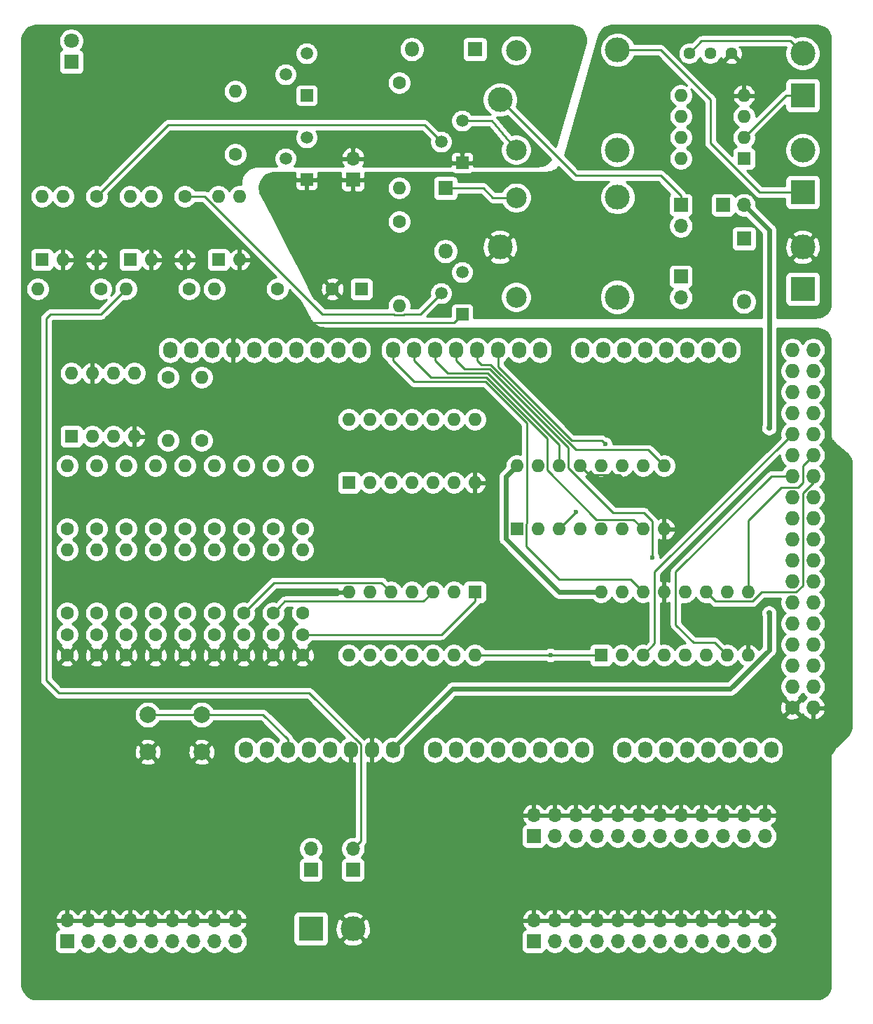
<source format=gbr>
G04 #@! TF.GenerationSoftware,KiCad,Pcbnew,5.1.5+dfsg1-2*
G04 #@! TF.CreationDate,2020-02-06T21:54:10+00:00*
G04 #@! TF.ProjectId,arduino_duo_shield,61726475-696e-46f5-9f64-756f5f736869,rev?*
G04 #@! TF.SameCoordinates,PX6258c20PY7445a00*
G04 #@! TF.FileFunction,Copper,L2,Bot*
G04 #@! TF.FilePolarity,Positive*
%FSLAX46Y46*%
G04 Gerber Fmt 4.6, Leading zero omitted, Abs format (unit mm)*
G04 Created by KiCad (PCBNEW 5.1.5+dfsg1-2) date 2020-02-06 21:54:10*
%MOMM*%
%LPD*%
G04 APERTURE LIST*
%ADD10O,1.600000X1.600000*%
%ADD11R,1.600000X1.600000*%
%ADD12C,1.600000*%
%ADD13O,1.700000X1.700000*%
%ADD14R,1.700000X1.700000*%
%ADD15R,1.500000X1.500000*%
%ADD16C,1.500000*%
%ADD17C,3.000000*%
%ADD18R,3.000000X3.000000*%
%ADD19C,1.800000*%
%ADD20R,1.800000X1.800000*%
%ADD21C,2.500000*%
%ADD22C,1.440000*%
%ADD23O,1.800000X1.800000*%
%ADD24C,2.000000*%
%ADD25C,1.727200*%
%ADD26O,1.727200X1.727200*%
%ADD27O,1.727200X2.032000*%
%ADD28C,0.600000*%
%ADD29C,0.700000*%
%ADD30C,0.250000*%
%ADD31C,0.600000*%
%ADD32C,0.254000*%
G04 APERTURE END LIST*
D10*
X7112000Y48260000D03*
X14732000Y40640000D03*
X9652000Y48260000D03*
X12192000Y40640000D03*
X12192000Y48260000D03*
X9652000Y40640000D03*
X14732000Y48260000D03*
D11*
X7112000Y40640000D03*
D10*
X22860000Y47752000D03*
D12*
X22860000Y40132000D03*
D10*
X18796000Y40132000D03*
D12*
X18796000Y47752000D03*
D13*
X41148000Y-9144000D03*
D14*
X41148000Y-11684000D03*
D13*
X36068000Y-9144000D03*
D14*
X36068000Y-11684000D03*
D13*
X88392000Y68580000D03*
D14*
X85852000Y68580000D03*
D15*
X54356000Y55372000D03*
D16*
X54356000Y60452000D03*
X51816000Y57912000D03*
D15*
X54356000Y73660000D03*
D16*
X54356000Y78740000D03*
X51816000Y76200000D03*
D15*
X35560000Y81788000D03*
D16*
X35560000Y86868000D03*
X33020000Y84328000D03*
D15*
X35560000Y71628000D03*
D16*
X35560000Y76708000D03*
X33020000Y74168000D03*
D13*
X41148000Y74168000D03*
D14*
X41148000Y71628000D03*
D17*
X95504000Y86868000D03*
D18*
X95504000Y81788000D03*
D10*
X80772000Y74168000D03*
X88392000Y81788000D03*
X80772000Y76708000D03*
X88392000Y79248000D03*
X80772000Y79248000D03*
X88392000Y76708000D03*
X80772000Y81788000D03*
D11*
X88392000Y74168000D03*
D19*
X7112000Y88392000D03*
D20*
X7112000Y85852000D03*
D17*
X58928000Y63500000D03*
D21*
X60878000Y69450000D03*
D17*
X73128000Y69500000D03*
X73078000Y57450000D03*
D21*
X60878000Y57450000D03*
D12*
X38664000Y58420000D03*
D11*
X42164000Y58420000D03*
D10*
X14224000Y69596000D03*
X16764000Y61976000D03*
X16764000Y69596000D03*
D11*
X14224000Y61976000D03*
D10*
X3556000Y69596000D03*
X6096000Y61976000D03*
X6096000Y69596000D03*
D11*
X3556000Y61976000D03*
D10*
X24892000Y69596000D03*
X27432000Y61976000D03*
X27432000Y69596000D03*
D11*
X24892000Y61976000D03*
D22*
X86868000Y86868000D03*
X84328000Y86868000D03*
X81788000Y86868000D03*
D10*
X27940000Y26924000D03*
D12*
X27940000Y19304000D03*
D10*
X27940000Y37084000D03*
D12*
X27940000Y29464000D03*
D10*
X31496000Y26924000D03*
D12*
X31496000Y19304000D03*
D10*
X31496000Y37084000D03*
D12*
X31496000Y29464000D03*
D10*
X20828000Y61976000D03*
D12*
X20828000Y69596000D03*
D10*
X10160000Y61976000D03*
D12*
X10160000Y69596000D03*
D10*
X13716000Y58420000D03*
D12*
X21336000Y58420000D03*
D10*
X46736000Y70612000D03*
D12*
X46736000Y83312000D03*
D10*
X3048000Y58420000D03*
D12*
X10668000Y58420000D03*
D10*
X26924000Y82296000D03*
D12*
X26924000Y74676000D03*
D10*
X35052000Y26924000D03*
D12*
X35052000Y19304000D03*
D10*
X35052000Y37084000D03*
D12*
X35052000Y29464000D03*
D10*
X24384000Y58420000D03*
D12*
X32004000Y58420000D03*
D10*
X6604000Y26924000D03*
D12*
X6604000Y19304000D03*
D10*
X6604000Y37084000D03*
D12*
X6604000Y29464000D03*
D10*
X10160000Y26924000D03*
D12*
X10160000Y19304000D03*
D10*
X10160000Y37084000D03*
D12*
X10160000Y29464000D03*
D10*
X13716000Y26924000D03*
D12*
X13716000Y19304000D03*
D10*
X13716000Y37084000D03*
D12*
X13716000Y29464000D03*
D10*
X17272000Y26924000D03*
D12*
X17272000Y19304000D03*
D10*
X17272000Y37084000D03*
D12*
X17272000Y29464000D03*
D10*
X20828000Y26924000D03*
D12*
X20828000Y19304000D03*
D10*
X20828000Y37084000D03*
D12*
X20828000Y29464000D03*
D10*
X24384000Y26924000D03*
D12*
X24384000Y19304000D03*
D10*
X24384000Y37084000D03*
D12*
X24384000Y29464000D03*
D10*
X46736000Y56388000D03*
D12*
X46736000Y66548000D03*
D17*
X58928000Y81280000D03*
D21*
X60878000Y87230000D03*
D17*
X73128000Y87280000D03*
X73078000Y75230000D03*
D21*
X60878000Y75230000D03*
D13*
X80772000Y66040000D03*
D14*
X80772000Y68580000D03*
D13*
X80772000Y57404000D03*
D14*
X80772000Y59944000D03*
D13*
X90932000Y-17780000D03*
X90932000Y-20320000D03*
X88392000Y-17780000D03*
X88392000Y-20320000D03*
X85852000Y-17780000D03*
X85852000Y-20320000D03*
X83312000Y-17780000D03*
X83312000Y-20320000D03*
X80772000Y-17780000D03*
X80772000Y-20320000D03*
X78232000Y-17780000D03*
X78232000Y-20320000D03*
X75692000Y-17780000D03*
X75692000Y-20320000D03*
X73152000Y-17780000D03*
X73152000Y-20320000D03*
X70612000Y-17780000D03*
X70612000Y-20320000D03*
X68072000Y-17780000D03*
X68072000Y-20320000D03*
X65532000Y-17780000D03*
X65532000Y-20320000D03*
X62992000Y-17780000D03*
D14*
X62992000Y-20320000D03*
D17*
X95504000Y63500000D03*
D18*
X95504000Y58420000D03*
D17*
X95504000Y75184000D03*
D18*
X95504000Y70104000D03*
D13*
X26924000Y-17780000D03*
X26924000Y-20320000D03*
X24384000Y-17780000D03*
X24384000Y-20320000D03*
X21844000Y-17780000D03*
X21844000Y-20320000D03*
X19304000Y-17780000D03*
X19304000Y-20320000D03*
X16764000Y-17780000D03*
X16764000Y-20320000D03*
X14224000Y-17780000D03*
X14224000Y-20320000D03*
X11684000Y-17780000D03*
X11684000Y-20320000D03*
X9144000Y-17780000D03*
X9144000Y-20320000D03*
X6604000Y-17780000D03*
D14*
X6604000Y-20320000D03*
D17*
X41148000Y-18796000D03*
D18*
X36068000Y-18796000D03*
D23*
X88392000Y56896000D03*
D20*
X88392000Y64516000D03*
X52324000Y70612000D03*
D23*
X52324000Y62992000D03*
D20*
X55880000Y87376000D03*
D23*
X48260000Y87376000D03*
D12*
X27940000Y16724000D03*
X27940000Y14224000D03*
X31496000Y16724000D03*
X31496000Y14224000D03*
X35052000Y16724000D03*
X35052000Y14224000D03*
X6604000Y16724000D03*
X6604000Y14224000D03*
X10160000Y16724000D03*
X10160000Y14224000D03*
X13716000Y16724000D03*
X13716000Y14224000D03*
X17272000Y16724000D03*
X17272000Y14224000D03*
X20828000Y16724000D03*
X20828000Y14224000D03*
X24384000Y16724000D03*
X24384000Y14224000D03*
D24*
X16360000Y2540000D03*
X16360000Y7040000D03*
X22860000Y2540000D03*
X22860000Y7040000D03*
D10*
X60960000Y37084000D03*
X78740000Y29464000D03*
X63500000Y37084000D03*
X76200000Y29464000D03*
X66040000Y37084000D03*
X73660000Y29464000D03*
X68580000Y37084000D03*
X71120000Y29464000D03*
X71120000Y37084000D03*
X68580000Y29464000D03*
X73660000Y37084000D03*
X66040000Y29464000D03*
X76200000Y37084000D03*
X63500000Y29464000D03*
X78740000Y37084000D03*
D11*
X60960000Y29464000D03*
D10*
X71120000Y21844000D03*
X88900000Y14224000D03*
X73660000Y21844000D03*
X86360000Y14224000D03*
X76200000Y21844000D03*
X83820000Y14224000D03*
X78740000Y21844000D03*
X81280000Y14224000D03*
X81280000Y21844000D03*
X78740000Y14224000D03*
X83820000Y21844000D03*
X76200000Y14224000D03*
X86360000Y21844000D03*
X73660000Y14224000D03*
X88900000Y21844000D03*
D11*
X71120000Y14224000D03*
D10*
X40640000Y42672000D03*
X55880000Y35052000D03*
X43180000Y42672000D03*
X53340000Y35052000D03*
X45720000Y42672000D03*
X50800000Y35052000D03*
X48260000Y42672000D03*
X48260000Y35052000D03*
X50800000Y42672000D03*
X45720000Y35052000D03*
X53340000Y42672000D03*
X43180000Y35052000D03*
X55880000Y42672000D03*
D11*
X40640000Y35052000D03*
D10*
X55880000Y14224000D03*
X40640000Y21844000D03*
X53340000Y14224000D03*
X43180000Y21844000D03*
X50800000Y14224000D03*
X45720000Y21844000D03*
X48260000Y14224000D03*
X48260000Y21844000D03*
X45720000Y14224000D03*
X50800000Y21844000D03*
X43180000Y14224000D03*
X53340000Y21844000D03*
X40640000Y14224000D03*
D11*
X55880000Y21844000D03*
D13*
X90932000Y-5080000D03*
X90932000Y-7620000D03*
X88392000Y-5080000D03*
X88392000Y-7620000D03*
X85852000Y-5080000D03*
X85852000Y-7620000D03*
X83312000Y-5080000D03*
X83312000Y-7620000D03*
X80772000Y-5080000D03*
X80772000Y-7620000D03*
X78232000Y-5080000D03*
X78232000Y-7620000D03*
X75692000Y-5080000D03*
X75692000Y-7620000D03*
X73152000Y-5080000D03*
X73152000Y-7620000D03*
X70612000Y-5080000D03*
X70612000Y-7620000D03*
X68072000Y-5080000D03*
X68072000Y-7620000D03*
X65532000Y-5080000D03*
X65532000Y-7620000D03*
X62992000Y-5080000D03*
D14*
X62992000Y-7620000D03*
D25*
X94234000Y7874000D03*
D26*
X96774000Y7874000D03*
X94234000Y10414000D03*
X96774000Y10414000D03*
X94234000Y12954000D03*
X96774000Y12954000D03*
X94234000Y15494000D03*
X96774000Y15494000D03*
X94234000Y18034000D03*
X96774000Y18034000D03*
X94234000Y20574000D03*
X96774000Y20574000D03*
X94234000Y23114000D03*
X96774000Y23114000D03*
X94234000Y25654000D03*
X96774000Y25654000D03*
X94234000Y28194000D03*
X96774000Y28194000D03*
X94234000Y30734000D03*
X96774000Y30734000D03*
X94234000Y33274000D03*
X96774000Y33274000D03*
X94234000Y35814000D03*
X96774000Y35814000D03*
X94234000Y38354000D03*
X96774000Y38354000D03*
X94234000Y40894000D03*
X96774000Y40894000D03*
X94234000Y43434000D03*
X96774000Y43434000D03*
X94234000Y45974000D03*
X96774000Y45974000D03*
X94234000Y48514000D03*
X96774000Y48514000D03*
X94234000Y51054000D03*
X96774000Y51054000D03*
D27*
X28194000Y2794000D03*
X30734000Y2794000D03*
X33274000Y2794000D03*
X35814000Y2794000D03*
X38354000Y2794000D03*
X40894000Y2794000D03*
X43434000Y2794000D03*
X45974000Y2794000D03*
X51054000Y2794000D03*
X53594000Y2794000D03*
X56134000Y2794000D03*
X58674000Y2794000D03*
X61214000Y2794000D03*
X63754000Y2794000D03*
X66294000Y2794000D03*
X68834000Y2794000D03*
X73914000Y2794000D03*
X76454000Y2794000D03*
X78994000Y2794000D03*
X81534000Y2794000D03*
X84074000Y2794000D03*
X86614000Y2794000D03*
X89154000Y2794000D03*
X91694000Y2794000D03*
X19050000Y51054000D03*
X21590000Y51054000D03*
X24130000Y51054000D03*
X26670000Y51054000D03*
X29210000Y51054000D03*
X31750000Y51054000D03*
X34290000Y51054000D03*
X36830000Y51054000D03*
X39370000Y51054000D03*
X41910000Y51054000D03*
X45974000Y51054000D03*
X48514000Y51054000D03*
X51054000Y51054000D03*
X53594000Y51054000D03*
X56134000Y51054000D03*
X58674000Y51054000D03*
X61214000Y51054000D03*
X63754000Y51054000D03*
X68834000Y51054000D03*
X71374000Y51054000D03*
X73914000Y51054000D03*
X76454000Y51054000D03*
X78994000Y51054000D03*
X81534000Y51054000D03*
X84074000Y51054000D03*
X86614000Y51054000D03*
D28*
X65024000Y14224000D03*
X68079999Y31496000D03*
X77325001Y26017001D03*
X71628000Y39740976D03*
D29*
X91440000Y19304000D03*
X91440000Y41656000D03*
D30*
X78740000Y30595370D02*
X78740000Y29464000D01*
X73376371Y35958999D02*
X78740000Y30595370D01*
X68580000Y37084000D02*
X69705001Y35958999D01*
X69705001Y35958999D02*
X73376371Y35958999D01*
X26670000Y52320000D02*
X26670000Y51054000D01*
X54356000Y55372000D02*
X53340000Y54356000D01*
X28706000Y54356000D02*
X26670000Y52320000D01*
X53340000Y54356000D02*
X28706000Y54356000D01*
D31*
X66079998Y21844000D02*
X71120000Y21844000D01*
X59659999Y28263999D02*
X66079998Y21844000D01*
X59659999Y35783999D02*
X59659999Y28263999D01*
X60960000Y37084000D02*
X59659999Y35783999D01*
D30*
X30294000Y7040000D02*
X22860000Y7040000D01*
X33274000Y4060000D02*
X30294000Y7040000D01*
X33274000Y2794000D02*
X33274000Y4060000D01*
X22860000Y7040000D02*
X16360000Y7040000D01*
X71120000Y14224000D02*
X65024000Y14224000D01*
X55880000Y14224000D02*
X65024000Y14224000D01*
X60878000Y69450000D02*
X58058000Y69450000D01*
X58058000Y69450000D02*
X56896000Y70612000D01*
X56896000Y70612000D02*
X52324000Y70612000D01*
X84836000Y15748000D02*
X86360000Y14224000D01*
X82296000Y15748000D02*
X84836000Y15748000D01*
X80154999Y17889001D02*
X82296000Y15748000D01*
X80154999Y24274999D02*
X80154999Y17889001D01*
X91694000Y35814000D02*
X80154999Y24274999D01*
X94234000Y35814000D02*
X91694000Y35814000D01*
X84945001Y20718999D02*
X83820000Y21844000D01*
X89440001Y20718999D02*
X84945001Y20718999D01*
X90565002Y21844000D02*
X89440001Y20718999D01*
X96774000Y35814000D02*
X96774000Y35033130D01*
X96774000Y35033130D02*
X95504000Y33763130D01*
X94723130Y21844000D02*
X90565002Y21844000D01*
X95504000Y33763130D02*
X95504000Y22624870D01*
X95504000Y22624870D02*
X94723130Y21844000D01*
X88900000Y30480000D02*
X88900000Y21844000D01*
X95504000Y37084000D02*
X95504000Y35052000D01*
X96774000Y38354000D02*
X95504000Y37084000D01*
X95504000Y35052000D02*
X94914601Y34462601D01*
X94914601Y34462601D02*
X92882601Y34462601D01*
X92882601Y34462601D02*
X88900000Y30480000D01*
X77614999Y15638999D02*
X77614999Y24274999D01*
X77614999Y24274999D02*
X94234000Y40894000D01*
X76200000Y14224000D02*
X77614999Y15638999D01*
X66040000Y29464000D02*
X68072000Y31496000D01*
X68072000Y31496000D02*
X68079999Y31496000D01*
X48518000Y47244000D02*
X57147180Y47244000D01*
X57147180Y47244000D02*
X62165795Y42225385D01*
X74676000Y23368000D02*
X76200000Y21844000D01*
X62085001Y27322999D02*
X66040000Y23368000D01*
X45974000Y51054000D02*
X45974000Y49788000D01*
X62165795Y30161795D02*
X62085001Y30081001D01*
X62085001Y30081001D02*
X62085001Y27322999D01*
X45974000Y49788000D02*
X48518000Y47244000D01*
X62165795Y42225385D02*
X62165795Y30161795D01*
X66040000Y23368000D02*
X74676000Y23368000D01*
X50550000Y47752000D02*
X57275590Y47752000D01*
X64625001Y36543999D02*
X70579999Y30589001D01*
X75074999Y30589001D02*
X76200000Y29464000D01*
X70579999Y30589001D02*
X75074999Y30589001D01*
X48514000Y49788000D02*
X50550000Y47752000D01*
X48514000Y51054000D02*
X48514000Y49788000D01*
X57275590Y47752000D02*
X64625001Y40402589D01*
X64625001Y40402589D02*
X64625001Y36543999D01*
X52582000Y48260000D02*
X51054000Y49788000D01*
X51054000Y49788000D02*
X51054000Y51054000D01*
X57404000Y48260000D02*
X52582000Y48260000D01*
X66040000Y37084000D02*
X66040000Y39624000D01*
X66040000Y39624000D02*
X57404000Y48260000D01*
X53594000Y49788000D02*
X54614000Y48768000D01*
X72573499Y31425499D02*
X76270501Y31425499D01*
X76270501Y31425499D02*
X77325001Y30370999D01*
X53594000Y51054000D02*
X53594000Y49788000D01*
X77325001Y30370999D02*
X77325001Y26017001D01*
X67165001Y39258177D02*
X67165001Y36833997D01*
X54614000Y48768000D02*
X57655178Y48768000D01*
X67165001Y36833997D02*
X72573499Y31425499D01*
X57655178Y48768000D02*
X67165001Y39258177D01*
X56134000Y51054000D02*
X56134000Y50901600D01*
X76825005Y38998995D02*
X68060594Y38998995D01*
X78740000Y37084000D02*
X76825005Y38998995D01*
X56134000Y49788000D02*
X56134000Y51054000D01*
X68060594Y38998995D02*
X57783589Y49276000D01*
X56646000Y49276000D02*
X56134000Y49788000D01*
X57783589Y49276000D02*
X56646000Y49276000D01*
X71236976Y40132000D02*
X71628000Y39740976D01*
X67564000Y40132000D02*
X71236976Y40132000D01*
X58674000Y51054000D02*
X58674000Y49022000D01*
X58674000Y49022000D02*
X67564000Y40132000D01*
X36183370Y16724000D02*
X35052000Y16724000D01*
X51810000Y16724000D02*
X36183370Y16724000D01*
X55880000Y20794000D02*
X51810000Y16724000D01*
X55880000Y21844000D02*
X55880000Y20794000D01*
X32295999Y20103999D02*
X31496000Y19304000D01*
X32910999Y20718999D02*
X32295999Y20103999D01*
X49674999Y20718999D02*
X32910999Y20718999D01*
X50800000Y21844000D02*
X49674999Y20718999D01*
X28739999Y20103999D02*
X27940000Y19304000D01*
X31605001Y22969001D02*
X28739999Y20103999D01*
X44594999Y22969001D02*
X31605001Y22969001D01*
X45720000Y21844000D02*
X44594999Y22969001D01*
X57912000Y78740000D02*
X60878000Y75230000D01*
X54356000Y78740000D02*
X57912000Y78740000D01*
X93472000Y81788000D02*
X88392000Y76708000D01*
X95504000Y81788000D02*
X93472000Y81788000D01*
X78328000Y87280000D02*
X73128000Y87280000D01*
X95504000Y70104000D02*
X90270998Y70104000D01*
X84328000Y76046998D02*
X84328000Y81280000D01*
X90270998Y70104000D02*
X84328000Y76046998D01*
X84328000Y81280000D02*
X78328000Y87280000D01*
X80772000Y69680000D02*
X78316000Y72136000D01*
X80772000Y68580000D02*
X80772000Y69680000D01*
X68072000Y72136000D02*
X58928000Y81280000D01*
X78316000Y72136000D02*
X68072000Y72136000D01*
X18796000Y78232000D02*
X10160000Y69596000D01*
X49784000Y78232000D02*
X18796000Y78232000D01*
X51816000Y76200000D02*
X49784000Y78232000D01*
X23226998Y69596000D02*
X20828000Y69596000D01*
X37450998Y55372000D02*
X23226998Y69596000D01*
X46086998Y55372000D02*
X37450998Y55372000D01*
X49276000Y55372000D02*
X47385002Y55372000D01*
X51816000Y57912000D02*
X49276000Y55372000D01*
X47385002Y55372000D02*
X47276001Y55262999D01*
X46195999Y55262999D02*
X46086998Y55372000D01*
X47276001Y55262999D02*
X46195999Y55262999D01*
X94004001Y88367999D02*
X95504000Y86868000D01*
X83287999Y88367999D02*
X94004001Y88367999D01*
X81788000Y86868000D02*
X83287999Y88367999D01*
D31*
X45974000Y2946400D02*
X53187600Y10160000D01*
X45974000Y2794000D02*
X45974000Y2946400D01*
X91440000Y14839998D02*
X91440000Y19304000D01*
X53187600Y10160000D02*
X86760002Y10160000D01*
X86760002Y10160000D02*
X91440000Y14839998D01*
X91440000Y65532000D02*
X88392000Y68580000D01*
X91440000Y41656000D02*
X91440000Y65532000D01*
D30*
X10668000Y55372000D02*
X13716000Y58420000D01*
X4572000Y55372000D02*
X10668000Y55372000D01*
X4064000Y54864000D02*
X4572000Y55372000D01*
X4064000Y11176000D02*
X4064000Y54864000D01*
X42082610Y-8209390D02*
X42082610Y3438738D01*
X42082610Y3438738D02*
X35869348Y9652000D01*
X41148000Y-9144000D02*
X42082610Y-8209390D01*
X35869348Y9652000D02*
X5588000Y9652000D01*
X5588000Y9652000D02*
X4064000Y11176000D01*
D32*
G36*
X97326504Y90277615D02*
G01*
X97587593Y90220819D01*
X97837940Y90127444D01*
X98072445Y89999395D01*
X98286338Y89839276D01*
X98475276Y89650338D01*
X98635395Y89436445D01*
X98763444Y89201940D01*
X98856819Y88951593D01*
X98858000Y88946164D01*
X98858001Y56341839D01*
X98856819Y56336407D01*
X98763444Y56086060D01*
X98635395Y55851555D01*
X98475276Y55637662D01*
X98286338Y55448724D01*
X98072445Y55288605D01*
X97837940Y55160556D01*
X97587593Y55067181D01*
X97326504Y55010385D01*
X97055470Y54991000D01*
X92375000Y54991000D01*
X92375000Y59920000D01*
X93365928Y59920000D01*
X93365928Y56920000D01*
X93378188Y56795518D01*
X93414498Y56675820D01*
X93473463Y56565506D01*
X93552815Y56468815D01*
X93649506Y56389463D01*
X93759820Y56330498D01*
X93879518Y56294188D01*
X94004000Y56281928D01*
X97004000Y56281928D01*
X97128482Y56294188D01*
X97248180Y56330498D01*
X97358494Y56389463D01*
X97455185Y56468815D01*
X97534537Y56565506D01*
X97593502Y56675820D01*
X97629812Y56795518D01*
X97642072Y56920000D01*
X97642072Y59920000D01*
X97629812Y60044482D01*
X97593502Y60164180D01*
X97534537Y60274494D01*
X97455185Y60371185D01*
X97358494Y60450537D01*
X97248180Y60509502D01*
X97128482Y60545812D01*
X97004000Y60558072D01*
X94004000Y60558072D01*
X93879518Y60545812D01*
X93759820Y60509502D01*
X93649506Y60450537D01*
X93552815Y60371185D01*
X93473463Y60274494D01*
X93414498Y60164180D01*
X93378188Y60044482D01*
X93365928Y59920000D01*
X92375000Y59920000D01*
X92375000Y62008347D01*
X94191952Y62008347D01*
X94347962Y61692786D01*
X94722745Y61501980D01*
X95127551Y61387956D01*
X95546824Y61355098D01*
X95964451Y61404666D01*
X96364383Y61534757D01*
X96660038Y61692786D01*
X96816048Y62008347D01*
X95504000Y63320395D01*
X94191952Y62008347D01*
X92375000Y62008347D01*
X92375000Y63457176D01*
X93359098Y63457176D01*
X93408666Y63039549D01*
X93538757Y62639617D01*
X93696786Y62343962D01*
X94012347Y62187952D01*
X95324395Y63500000D01*
X95683605Y63500000D01*
X96995653Y62187952D01*
X97311214Y62343962D01*
X97502020Y62718745D01*
X97616044Y63123551D01*
X97648902Y63542824D01*
X97599334Y63960451D01*
X97469243Y64360383D01*
X97311214Y64656038D01*
X96995653Y64812048D01*
X95683605Y63500000D01*
X95324395Y63500000D01*
X94012347Y64812048D01*
X93696786Y64656038D01*
X93505980Y64281255D01*
X93391956Y63876449D01*
X93359098Y63457176D01*
X92375000Y63457176D01*
X92375000Y64991653D01*
X94191952Y64991653D01*
X95504000Y63679605D01*
X96816048Y64991653D01*
X96660038Y65307214D01*
X96285255Y65498020D01*
X95880449Y65612044D01*
X95461176Y65644902D01*
X95043549Y65595334D01*
X94643617Y65465243D01*
X94347962Y65307214D01*
X94191952Y64991653D01*
X92375000Y64991653D01*
X92375000Y65486068D01*
X92379524Y65532000D01*
X92361471Y65715292D01*
X92344726Y65770494D01*
X92308007Y65891540D01*
X92221186Y66053972D01*
X92104344Y66196344D01*
X92068659Y66225630D01*
X89874271Y68420018D01*
X89877000Y68433740D01*
X89877000Y68726260D01*
X89819932Y69013158D01*
X89707990Y69283411D01*
X89545475Y69526632D01*
X89338632Y69733475D01*
X89095411Y69895990D01*
X88825158Y70007932D01*
X88538260Y70065000D01*
X88245740Y70065000D01*
X87958842Y70007932D01*
X87688589Y69895990D01*
X87445368Y69733475D01*
X87313513Y69601620D01*
X87291502Y69674180D01*
X87232537Y69784494D01*
X87153185Y69881185D01*
X87056494Y69960537D01*
X86946180Y70019502D01*
X86826482Y70055812D01*
X86702000Y70068072D01*
X85002000Y70068072D01*
X84877518Y70055812D01*
X84757820Y70019502D01*
X84647506Y69960537D01*
X84550815Y69881185D01*
X84471463Y69784494D01*
X84412498Y69674180D01*
X84376188Y69554482D01*
X84363928Y69430000D01*
X84363928Y67730000D01*
X84376188Y67605518D01*
X84412498Y67485820D01*
X84471463Y67375506D01*
X84550815Y67278815D01*
X84647506Y67199463D01*
X84757820Y67140498D01*
X84877518Y67104188D01*
X85002000Y67091928D01*
X86702000Y67091928D01*
X86826482Y67104188D01*
X86946180Y67140498D01*
X87056494Y67199463D01*
X87153185Y67278815D01*
X87232537Y67375506D01*
X87291502Y67485820D01*
X87313513Y67558380D01*
X87445368Y67426525D01*
X87688589Y67264010D01*
X87958842Y67152068D01*
X88245740Y67095000D01*
X88538260Y67095000D01*
X88551982Y67097729D01*
X90505001Y65144710D01*
X90505001Y54991000D01*
X55744072Y54991000D01*
X55744072Y56122000D01*
X55731812Y56246482D01*
X55695502Y56366180D01*
X55636537Y56476494D01*
X55557185Y56573185D01*
X55460494Y56652537D01*
X55350180Y56711502D01*
X55230482Y56747812D01*
X55106000Y56760072D01*
X53606000Y56760072D01*
X53481518Y56747812D01*
X53361820Y56711502D01*
X53251506Y56652537D01*
X53154815Y56573185D01*
X53075463Y56476494D01*
X53016498Y56366180D01*
X52980188Y56246482D01*
X52967928Y56122000D01*
X52967928Y55116000D01*
X50094801Y55116000D01*
X51534636Y56555833D01*
X51679589Y56527000D01*
X51952411Y56527000D01*
X52219989Y56580225D01*
X52472043Y56684629D01*
X52698886Y56836201D01*
X52891799Y57029114D01*
X53043371Y57255957D01*
X53147775Y57508011D01*
X53173165Y57635656D01*
X58993000Y57635656D01*
X58993000Y57264344D01*
X59065439Y56900166D01*
X59207534Y56557118D01*
X59413825Y56248382D01*
X59676382Y55985825D01*
X59985118Y55779534D01*
X60328166Y55637439D01*
X60692344Y55565000D01*
X61063656Y55565000D01*
X61427834Y55637439D01*
X61770882Y55779534D01*
X62079618Y55985825D01*
X62342175Y56248382D01*
X62548466Y56557118D01*
X62690561Y56900166D01*
X62763000Y57264344D01*
X62763000Y57635656D01*
X62758103Y57660279D01*
X70943000Y57660279D01*
X70943000Y57239721D01*
X71025047Y56827244D01*
X71185988Y56438698D01*
X71419637Y56089017D01*
X71717017Y55791637D01*
X72066698Y55557988D01*
X72455244Y55397047D01*
X72867721Y55315000D01*
X73288279Y55315000D01*
X73700756Y55397047D01*
X74089302Y55557988D01*
X74438983Y55791637D01*
X74736363Y56089017D01*
X74970012Y56438698D01*
X75130953Y56827244D01*
X75213000Y57239721D01*
X75213000Y57660279D01*
X75130953Y58072756D01*
X74970012Y58461302D01*
X74736363Y58810983D01*
X74438983Y59108363D01*
X74089302Y59342012D01*
X73700756Y59502953D01*
X73288279Y59585000D01*
X72867721Y59585000D01*
X72455244Y59502953D01*
X72066698Y59342012D01*
X71717017Y59108363D01*
X71419637Y58810983D01*
X71185988Y58461302D01*
X71025047Y58072756D01*
X70943000Y57660279D01*
X62758103Y57660279D01*
X62690561Y57999834D01*
X62548466Y58342882D01*
X62342175Y58651618D01*
X62079618Y58914175D01*
X61770882Y59120466D01*
X61427834Y59262561D01*
X61063656Y59335000D01*
X60692344Y59335000D01*
X60328166Y59262561D01*
X59985118Y59120466D01*
X59676382Y58914175D01*
X59413825Y58651618D01*
X59207534Y58342882D01*
X59065439Y57999834D01*
X58993000Y57635656D01*
X53173165Y57635656D01*
X53201000Y57775589D01*
X53201000Y58048411D01*
X53147775Y58315989D01*
X53043371Y58568043D01*
X52891799Y58794886D01*
X52698886Y58987799D01*
X52472043Y59139371D01*
X52219989Y59243775D01*
X51952411Y59297000D01*
X51679589Y59297000D01*
X51412011Y59243775D01*
X51159957Y59139371D01*
X50933114Y58987799D01*
X50740201Y58794886D01*
X50588629Y58568043D01*
X50484225Y58315989D01*
X50431000Y58048411D01*
X50431000Y57775589D01*
X50459833Y57630636D01*
X48961199Y56132000D01*
X48148191Y56132000D01*
X48171000Y56246665D01*
X48171000Y56529335D01*
X48115853Y56806574D01*
X48007680Y57067727D01*
X47850637Y57302759D01*
X47650759Y57502637D01*
X47415727Y57659680D01*
X47154574Y57767853D01*
X46877335Y57823000D01*
X46594665Y57823000D01*
X46317426Y57767853D01*
X46056273Y57659680D01*
X45821241Y57502637D01*
X45621363Y57302759D01*
X45464320Y57067727D01*
X45356147Y56806574D01*
X45301000Y56529335D01*
X45301000Y56246665D01*
X45323809Y56132000D01*
X37765800Y56132000D01*
X36470502Y57427298D01*
X37850903Y57427298D01*
X37922486Y57183329D01*
X38177996Y57062429D01*
X38452184Y56993700D01*
X38734512Y56979783D01*
X39014130Y57021213D01*
X39280292Y57116397D01*
X39405514Y57183329D01*
X39477097Y57427298D01*
X38664000Y58240395D01*
X37850903Y57427298D01*
X36470502Y57427298D01*
X36359412Y57538388D01*
X35942275Y58349488D01*
X37223783Y58349488D01*
X37265213Y58069870D01*
X37360397Y57803708D01*
X37427329Y57678486D01*
X37671298Y57606903D01*
X38484395Y58420000D01*
X38843605Y58420000D01*
X39656702Y57606903D01*
X39900671Y57678486D01*
X40021571Y57933996D01*
X40090300Y58208184D01*
X40104217Y58490512D01*
X40062787Y58770130D01*
X39967603Y59036292D01*
X39900671Y59161514D01*
X39701340Y59220000D01*
X40725928Y59220000D01*
X40725928Y57620000D01*
X40738188Y57495518D01*
X40774498Y57375820D01*
X40833463Y57265506D01*
X40912815Y57168815D01*
X41009506Y57089463D01*
X41119820Y57030498D01*
X41239518Y56994188D01*
X41364000Y56981928D01*
X42964000Y56981928D01*
X43088482Y56994188D01*
X43208180Y57030498D01*
X43318494Y57089463D01*
X43415185Y57168815D01*
X43494537Y57265506D01*
X43553502Y57375820D01*
X43589812Y57495518D01*
X43602072Y57620000D01*
X43602072Y59220000D01*
X43589812Y59344482D01*
X43553502Y59464180D01*
X43494537Y59574494D01*
X43415185Y59671185D01*
X43318494Y59750537D01*
X43208180Y59809502D01*
X43088482Y59845812D01*
X42964000Y59858072D01*
X41364000Y59858072D01*
X41239518Y59845812D01*
X41119820Y59809502D01*
X41009506Y59750537D01*
X40912815Y59671185D01*
X40833463Y59574494D01*
X40774498Y59464180D01*
X40738188Y59344482D01*
X40725928Y59220000D01*
X39701340Y59220000D01*
X39656702Y59233097D01*
X38843605Y58420000D01*
X38484395Y58420000D01*
X37671298Y59233097D01*
X37427329Y59161514D01*
X37306429Y58906004D01*
X37237700Y58631816D01*
X37223783Y58349488D01*
X35942275Y58349488D01*
X35395480Y59412702D01*
X37850903Y59412702D01*
X38664000Y58599605D01*
X39477097Y59412702D01*
X39405514Y59656671D01*
X39150004Y59777571D01*
X38875816Y59846300D01*
X38593488Y59860217D01*
X38313870Y59818787D01*
X38047708Y59723603D01*
X37922486Y59656671D01*
X37850903Y59412702D01*
X35395480Y59412702D01*
X34790830Y60588411D01*
X52971000Y60588411D01*
X52971000Y60315589D01*
X53024225Y60048011D01*
X53128629Y59795957D01*
X53280201Y59569114D01*
X53473114Y59376201D01*
X53699957Y59224629D01*
X53952011Y59120225D01*
X54219589Y59067000D01*
X54492411Y59067000D01*
X54759989Y59120225D01*
X55012043Y59224629D01*
X55238886Y59376201D01*
X55431799Y59569114D01*
X55583371Y59795957D01*
X55687775Y60048011D01*
X55741000Y60315589D01*
X55741000Y60588411D01*
X55700106Y60794000D01*
X79283928Y60794000D01*
X79283928Y59094000D01*
X79296188Y58969518D01*
X79332498Y58849820D01*
X79391463Y58739506D01*
X79470815Y58642815D01*
X79567506Y58563463D01*
X79677820Y58504498D01*
X79750380Y58482487D01*
X79618525Y58350632D01*
X79456010Y58107411D01*
X79344068Y57837158D01*
X79287000Y57550260D01*
X79287000Y57257740D01*
X79344068Y56970842D01*
X79456010Y56700589D01*
X79618525Y56457368D01*
X79825368Y56250525D01*
X80068589Y56088010D01*
X80338842Y55976068D01*
X80625740Y55919000D01*
X80918260Y55919000D01*
X81205158Y55976068D01*
X81475411Y56088010D01*
X81718632Y56250525D01*
X81925475Y56457368D01*
X82087990Y56700589D01*
X82199932Y56970842D01*
X82215117Y57047184D01*
X86857000Y57047184D01*
X86857000Y56744816D01*
X86915989Y56448257D01*
X87031701Y56168905D01*
X87199688Y55917495D01*
X87413495Y55703688D01*
X87664905Y55535701D01*
X87944257Y55419989D01*
X88240816Y55361000D01*
X88543184Y55361000D01*
X88839743Y55419989D01*
X89119095Y55535701D01*
X89370505Y55703688D01*
X89584312Y55917495D01*
X89752299Y56168905D01*
X89868011Y56448257D01*
X89927000Y56744816D01*
X89927000Y57047184D01*
X89868011Y57343743D01*
X89752299Y57623095D01*
X89584312Y57874505D01*
X89370505Y58088312D01*
X89119095Y58256299D01*
X88839743Y58372011D01*
X88543184Y58431000D01*
X88240816Y58431000D01*
X87944257Y58372011D01*
X87664905Y58256299D01*
X87413495Y58088312D01*
X87199688Y57874505D01*
X87031701Y57623095D01*
X86915989Y57343743D01*
X86857000Y57047184D01*
X82215117Y57047184D01*
X82257000Y57257740D01*
X82257000Y57550260D01*
X82199932Y57837158D01*
X82087990Y58107411D01*
X81925475Y58350632D01*
X81793620Y58482487D01*
X81866180Y58504498D01*
X81976494Y58563463D01*
X82073185Y58642815D01*
X82152537Y58739506D01*
X82211502Y58849820D01*
X82247812Y58969518D01*
X82260072Y59094000D01*
X82260072Y60794000D01*
X82247812Y60918482D01*
X82211502Y61038180D01*
X82152537Y61148494D01*
X82073185Y61245185D01*
X81976494Y61324537D01*
X81866180Y61383502D01*
X81746482Y61419812D01*
X81622000Y61432072D01*
X79922000Y61432072D01*
X79797518Y61419812D01*
X79677820Y61383502D01*
X79567506Y61324537D01*
X79470815Y61245185D01*
X79391463Y61148494D01*
X79332498Y61038180D01*
X79296188Y60918482D01*
X79283928Y60794000D01*
X55700106Y60794000D01*
X55687775Y60855989D01*
X55583371Y61108043D01*
X55431799Y61334886D01*
X55238886Y61527799D01*
X55012043Y61679371D01*
X54759989Y61783775D01*
X54492411Y61837000D01*
X54219589Y61837000D01*
X53952011Y61783775D01*
X53699957Y61679371D01*
X53473114Y61527799D01*
X53280201Y61334886D01*
X53128629Y61108043D01*
X53024225Y60855989D01*
X52971000Y60588411D01*
X34790830Y60588411D01*
X33476947Y63143184D01*
X50789000Y63143184D01*
X50789000Y62840816D01*
X50847989Y62544257D01*
X50963701Y62264905D01*
X51131688Y62013495D01*
X51345495Y61799688D01*
X51596905Y61631701D01*
X51876257Y61515989D01*
X52172816Y61457000D01*
X52475184Y61457000D01*
X52771743Y61515989D01*
X53051095Y61631701D01*
X53302505Y61799688D01*
X53511164Y62008347D01*
X57615952Y62008347D01*
X57771962Y61692786D01*
X58146745Y61501980D01*
X58551551Y61387956D01*
X58970824Y61355098D01*
X59388451Y61404666D01*
X59788383Y61534757D01*
X60084038Y61692786D01*
X60240048Y62008347D01*
X58928000Y63320395D01*
X57615952Y62008347D01*
X53511164Y62008347D01*
X53516312Y62013495D01*
X53684299Y62264905D01*
X53800011Y62544257D01*
X53859000Y62840816D01*
X53859000Y63143184D01*
X53800011Y63439743D01*
X53792790Y63457176D01*
X56783098Y63457176D01*
X56832666Y63039549D01*
X56962757Y62639617D01*
X57120786Y62343962D01*
X57436347Y62187952D01*
X58748395Y63500000D01*
X59107605Y63500000D01*
X60419653Y62187952D01*
X60735214Y62343962D01*
X60926020Y62718745D01*
X61040044Y63123551D01*
X61072902Y63542824D01*
X61023334Y63960451D01*
X60893243Y64360383D01*
X60735214Y64656038D01*
X60419653Y64812048D01*
X59107605Y63500000D01*
X58748395Y63500000D01*
X57436347Y64812048D01*
X57120786Y64656038D01*
X56929980Y64281255D01*
X56815956Y63876449D01*
X56783098Y63457176D01*
X53792790Y63457176D01*
X53684299Y63719095D01*
X53516312Y63970505D01*
X53302505Y64184312D01*
X53051095Y64352299D01*
X52771743Y64468011D01*
X52475184Y64527000D01*
X52172816Y64527000D01*
X51876257Y64468011D01*
X51596905Y64352299D01*
X51345495Y64184312D01*
X51131688Y63970505D01*
X50963701Y63719095D01*
X50847989Y63439743D01*
X50789000Y63143184D01*
X33476947Y63143184D01*
X32526306Y64991653D01*
X57615952Y64991653D01*
X58928000Y63679605D01*
X60240048Y64991653D01*
X60084038Y65307214D01*
X59709255Y65498020D01*
X59304449Y65612044D01*
X58885176Y65644902D01*
X58467549Y65595334D01*
X58067617Y65465243D01*
X57771962Y65307214D01*
X57615952Y64991653D01*
X32526306Y64991653D01*
X31653212Y66689335D01*
X45301000Y66689335D01*
X45301000Y66406665D01*
X45356147Y66129426D01*
X45464320Y65868273D01*
X45621363Y65633241D01*
X45821241Y65433363D01*
X46056273Y65276320D01*
X46317426Y65168147D01*
X46594665Y65113000D01*
X46877335Y65113000D01*
X47154574Y65168147D01*
X47415727Y65276320D01*
X47650759Y65433363D01*
X47850637Y65633241D01*
X48007680Y65868273D01*
X48115853Y66129426D01*
X48171000Y66406665D01*
X48171000Y66689335D01*
X48115853Y66966574D01*
X48007680Y67227727D01*
X47850637Y67462759D01*
X47650759Y67662637D01*
X47415727Y67819680D01*
X47154574Y67927853D01*
X46877335Y67983000D01*
X46594665Y67983000D01*
X46317426Y67927853D01*
X46056273Y67819680D01*
X45821241Y67662637D01*
X45621363Y67462759D01*
X45464320Y67227727D01*
X45356147Y66966574D01*
X45301000Y66689335D01*
X31653212Y66689335D01*
X30062047Y69783265D01*
X29953269Y70039157D01*
X29884088Y70303667D01*
X29854158Y70575431D01*
X29864119Y70848661D01*
X29869535Y70878000D01*
X34171928Y70878000D01*
X34184188Y70753518D01*
X34220498Y70633820D01*
X34279463Y70523506D01*
X34358815Y70426815D01*
X34455506Y70347463D01*
X34565820Y70288498D01*
X34685518Y70252188D01*
X34810000Y70239928D01*
X35274250Y70243000D01*
X35433000Y70401750D01*
X35433000Y71501000D01*
X35687000Y71501000D01*
X35687000Y70401750D01*
X35845750Y70243000D01*
X36310000Y70239928D01*
X36434482Y70252188D01*
X36554180Y70288498D01*
X36664494Y70347463D01*
X36761185Y70426815D01*
X36840537Y70523506D01*
X36899502Y70633820D01*
X36935812Y70753518D01*
X36938223Y70778000D01*
X39659928Y70778000D01*
X39672188Y70653518D01*
X39708498Y70533820D01*
X39767463Y70423506D01*
X39846815Y70326815D01*
X39943506Y70247463D01*
X40053820Y70188498D01*
X40173518Y70152188D01*
X40298000Y70139928D01*
X40862250Y70143000D01*
X41021000Y70301750D01*
X41021000Y71501000D01*
X41275000Y71501000D01*
X41275000Y70301750D01*
X41433750Y70143000D01*
X41998000Y70139928D01*
X42122482Y70152188D01*
X42242180Y70188498D01*
X42352494Y70247463D01*
X42449185Y70326815D01*
X42528537Y70423506D01*
X42587502Y70533820D01*
X42623812Y70653518D01*
X42633642Y70753335D01*
X45301000Y70753335D01*
X45301000Y70470665D01*
X45356147Y70193426D01*
X45464320Y69932273D01*
X45621363Y69697241D01*
X45821241Y69497363D01*
X46056273Y69340320D01*
X46317426Y69232147D01*
X46594665Y69177000D01*
X46877335Y69177000D01*
X47154574Y69232147D01*
X47415727Y69340320D01*
X47650759Y69497363D01*
X47850637Y69697241D01*
X48007680Y69932273D01*
X48115853Y70193426D01*
X48171000Y70470665D01*
X48171000Y70753335D01*
X48115853Y71030574D01*
X48007680Y71291727D01*
X47860499Y71512000D01*
X50785928Y71512000D01*
X50785928Y69712000D01*
X50798188Y69587518D01*
X50834498Y69467820D01*
X50893463Y69357506D01*
X50972815Y69260815D01*
X51069506Y69181463D01*
X51179820Y69122498D01*
X51299518Y69086188D01*
X51424000Y69073928D01*
X53224000Y69073928D01*
X53348482Y69086188D01*
X53468180Y69122498D01*
X53578494Y69181463D01*
X53675185Y69260815D01*
X53754537Y69357506D01*
X53813502Y69467820D01*
X53849812Y69587518D01*
X53862072Y69712000D01*
X53862072Y69852000D01*
X56581199Y69852000D01*
X57494201Y68938997D01*
X57517999Y68909999D01*
X57633724Y68815026D01*
X57765753Y68744454D01*
X57909014Y68700997D01*
X58020667Y68690000D01*
X58020676Y68690000D01*
X58057999Y68686324D01*
X58095322Y68690000D01*
X59152493Y68690000D01*
X59207534Y68557118D01*
X59413825Y68248382D01*
X59676382Y67985825D01*
X59985118Y67779534D01*
X60328166Y67637439D01*
X60692344Y67565000D01*
X61063656Y67565000D01*
X61427834Y67637439D01*
X61770882Y67779534D01*
X62079618Y67985825D01*
X62342175Y68248382D01*
X62548466Y68557118D01*
X62690561Y68900166D01*
X62763000Y69264344D01*
X62763000Y69635656D01*
X62690561Y69999834D01*
X62548466Y70342882D01*
X62342175Y70651618D01*
X62079618Y70914175D01*
X61770882Y71120466D01*
X61427834Y71262561D01*
X61063656Y71335000D01*
X60692344Y71335000D01*
X60328166Y71262561D01*
X59985118Y71120466D01*
X59676382Y70914175D01*
X59413825Y70651618D01*
X59207534Y70342882D01*
X59152493Y70210000D01*
X58372802Y70210000D01*
X57459804Y71122997D01*
X57436001Y71152001D01*
X57320276Y71246974D01*
X57188247Y71317546D01*
X57044986Y71361003D01*
X56933333Y71372000D01*
X56933322Y71372000D01*
X56896000Y71375676D01*
X56858678Y71372000D01*
X53862072Y71372000D01*
X53862072Y71512000D01*
X53849812Y71636482D01*
X53813502Y71756180D01*
X53754537Y71866494D01*
X53675185Y71963185D01*
X53578494Y72042537D01*
X53468180Y72101502D01*
X53348482Y72137812D01*
X53224000Y72150072D01*
X51424000Y72150072D01*
X51299518Y72137812D01*
X51179820Y72101502D01*
X51069506Y72042537D01*
X50972815Y71963185D01*
X50893463Y71866494D01*
X50834498Y71756180D01*
X50798188Y71636482D01*
X50785928Y71512000D01*
X47860499Y71512000D01*
X47850637Y71526759D01*
X47650759Y71726637D01*
X47415727Y71883680D01*
X47154574Y71991853D01*
X46877335Y72047000D01*
X46594665Y72047000D01*
X46317426Y71991853D01*
X46056273Y71883680D01*
X45821241Y71726637D01*
X45621363Y71526759D01*
X45464320Y71291727D01*
X45356147Y71030574D01*
X45301000Y70753335D01*
X42633642Y70753335D01*
X42636072Y70778000D01*
X42633000Y71342250D01*
X42474250Y71501000D01*
X41275000Y71501000D01*
X41021000Y71501000D01*
X39821750Y71501000D01*
X39663000Y71342250D01*
X39659928Y70778000D01*
X36938223Y70778000D01*
X36948072Y70878000D01*
X36945000Y71342250D01*
X36786250Y71501000D01*
X35687000Y71501000D01*
X35433000Y71501000D01*
X34333750Y71501000D01*
X34175000Y71342250D01*
X34171928Y70878000D01*
X29869535Y70878000D01*
X29913757Y71117517D01*
X30002018Y71376292D01*
X30127013Y71619448D01*
X30286086Y71841817D01*
X30475841Y72038653D01*
X30692238Y72205762D01*
X30930653Y72339576D01*
X31186021Y72437252D01*
X31452884Y72496702D01*
X31730202Y72517000D01*
X34188592Y72517000D01*
X34184188Y72502482D01*
X34171928Y72378000D01*
X34175000Y71913750D01*
X34333750Y71755000D01*
X35433000Y71755000D01*
X35433000Y71775000D01*
X35687000Y71775000D01*
X35687000Y71755000D01*
X36786250Y71755000D01*
X36945000Y71913750D01*
X36948072Y72378000D01*
X36935812Y72502482D01*
X36931408Y72517000D01*
X39663769Y72517000D01*
X39659928Y72478000D01*
X39663000Y71913750D01*
X39821750Y71755000D01*
X41021000Y71755000D01*
X41021000Y71775000D01*
X41275000Y71775000D01*
X41275000Y71755000D01*
X42474250Y71755000D01*
X42633000Y71913750D01*
X42636072Y72478000D01*
X42632231Y72517000D01*
X53107064Y72517000D01*
X53154815Y72458815D01*
X53251506Y72379463D01*
X53361820Y72320498D01*
X53481518Y72284188D01*
X53606000Y72271928D01*
X55106000Y72271928D01*
X55230482Y72284188D01*
X55350180Y72320498D01*
X55460494Y72379463D01*
X55557185Y72458815D01*
X55604936Y72517000D01*
X64531397Y72517000D01*
X64540509Y72517327D01*
X64826744Y72537916D01*
X64844779Y72540524D01*
X65125121Y72601866D01*
X65142597Y72607029D01*
X65411274Y72707861D01*
X65427832Y72715471D01*
X65679313Y72853718D01*
X65694611Y72863620D01*
X65923717Y73036435D01*
X65937440Y73048424D01*
X66010778Y73122420D01*
X67508200Y71624998D01*
X67531999Y71595999D01*
X67647724Y71501026D01*
X67779753Y71430454D01*
X67923014Y71386997D01*
X68034667Y71376000D01*
X68034677Y71376000D01*
X68072000Y71372324D01*
X68109323Y71376000D01*
X72092734Y71376000D01*
X71767017Y71158363D01*
X71469637Y70860983D01*
X71235988Y70511302D01*
X71075047Y70122756D01*
X70993000Y69710279D01*
X70993000Y69289721D01*
X71075047Y68877244D01*
X71235988Y68488698D01*
X71469637Y68139017D01*
X71767017Y67841637D01*
X72116698Y67607988D01*
X72505244Y67447047D01*
X72917721Y67365000D01*
X73338279Y67365000D01*
X73750756Y67447047D01*
X74139302Y67607988D01*
X74488983Y67841637D01*
X74786363Y68139017D01*
X75020012Y68488698D01*
X75180953Y68877244D01*
X75263000Y69289721D01*
X75263000Y69710279D01*
X75180953Y70122756D01*
X75020012Y70511302D01*
X74786363Y70860983D01*
X74488983Y71158363D01*
X74163266Y71376000D01*
X78001199Y71376000D01*
X79484655Y69892543D01*
X79470815Y69881185D01*
X79391463Y69784494D01*
X79332498Y69674180D01*
X79296188Y69554482D01*
X79283928Y69430000D01*
X79283928Y67730000D01*
X79296188Y67605518D01*
X79332498Y67485820D01*
X79391463Y67375506D01*
X79470815Y67278815D01*
X79567506Y67199463D01*
X79677820Y67140498D01*
X79750380Y67118487D01*
X79618525Y66986632D01*
X79456010Y66743411D01*
X79344068Y66473158D01*
X79287000Y66186260D01*
X79287000Y65893740D01*
X79344068Y65606842D01*
X79456010Y65336589D01*
X79618525Y65093368D01*
X79825368Y64886525D01*
X80068589Y64724010D01*
X80338842Y64612068D01*
X80625740Y64555000D01*
X80918260Y64555000D01*
X81205158Y64612068D01*
X81475411Y64724010D01*
X81718632Y64886525D01*
X81925475Y65093368D01*
X82087990Y65336589D01*
X82120882Y65416000D01*
X86853928Y65416000D01*
X86853928Y63616000D01*
X86866188Y63491518D01*
X86902498Y63371820D01*
X86961463Y63261506D01*
X87040815Y63164815D01*
X87137506Y63085463D01*
X87247820Y63026498D01*
X87367518Y62990188D01*
X87492000Y62977928D01*
X89292000Y62977928D01*
X89416482Y62990188D01*
X89536180Y63026498D01*
X89646494Y63085463D01*
X89743185Y63164815D01*
X89822537Y63261506D01*
X89881502Y63371820D01*
X89917812Y63491518D01*
X89930072Y63616000D01*
X89930072Y65416000D01*
X89917812Y65540482D01*
X89881502Y65660180D01*
X89822537Y65770494D01*
X89743185Y65867185D01*
X89646494Y65946537D01*
X89536180Y66005502D01*
X89416482Y66041812D01*
X89292000Y66054072D01*
X87492000Y66054072D01*
X87367518Y66041812D01*
X87247820Y66005502D01*
X87137506Y65946537D01*
X87040815Y65867185D01*
X86961463Y65770494D01*
X86902498Y65660180D01*
X86866188Y65540482D01*
X86853928Y65416000D01*
X82120882Y65416000D01*
X82199932Y65606842D01*
X82257000Y65893740D01*
X82257000Y66186260D01*
X82199932Y66473158D01*
X82087990Y66743411D01*
X81925475Y66986632D01*
X81793620Y67118487D01*
X81866180Y67140498D01*
X81976494Y67199463D01*
X82073185Y67278815D01*
X82152537Y67375506D01*
X82211502Y67485820D01*
X82247812Y67605518D01*
X82260072Y67730000D01*
X82260072Y69430000D01*
X82247812Y69554482D01*
X82211502Y69674180D01*
X82152537Y69784494D01*
X82073185Y69881185D01*
X81976494Y69960537D01*
X81866180Y70019502D01*
X81746482Y70055812D01*
X81622000Y70068072D01*
X81426326Y70068072D01*
X81406974Y70104276D01*
X81335799Y70191003D01*
X81312001Y70220001D01*
X81283003Y70243799D01*
X78879804Y72646997D01*
X78856001Y72676001D01*
X78740276Y72770974D01*
X78608247Y72841546D01*
X78464986Y72885003D01*
X78353333Y72896000D01*
X78353322Y72896000D01*
X78316000Y72899676D01*
X78278678Y72896000D01*
X68386802Y72896000D01*
X66720242Y74562559D01*
X66971019Y75440279D01*
X70943000Y75440279D01*
X70943000Y75019721D01*
X71025047Y74607244D01*
X71185988Y74218698D01*
X71419637Y73869017D01*
X71717017Y73571637D01*
X72066698Y73337988D01*
X72455244Y73177047D01*
X72867721Y73095000D01*
X73288279Y73095000D01*
X73700756Y73177047D01*
X74089302Y73337988D01*
X74438983Y73571637D01*
X74736363Y73869017D01*
X74970012Y74218698D01*
X75130953Y74607244D01*
X75213000Y75019721D01*
X75213000Y75440279D01*
X75130953Y75852756D01*
X74970012Y76241302D01*
X74736363Y76590983D01*
X74438983Y76888363D01*
X74089302Y77122012D01*
X73700756Y77282953D01*
X73288279Y77365000D01*
X72867721Y77365000D01*
X72455244Y77282953D01*
X72066698Y77122012D01*
X71717017Y76888363D01*
X71419637Y76590983D01*
X71185988Y76241302D01*
X71025047Y75852756D01*
X70943000Y75440279D01*
X66971019Y75440279D01*
X70413876Y87490279D01*
X70993000Y87490279D01*
X70993000Y87069721D01*
X71075047Y86657244D01*
X71235988Y86268698D01*
X71469637Y85919017D01*
X71767017Y85621637D01*
X72116698Y85387988D01*
X72505244Y85227047D01*
X72917721Y85145000D01*
X73338279Y85145000D01*
X73750756Y85227047D01*
X74139302Y85387988D01*
X74488983Y85621637D01*
X74786363Y85919017D01*
X75020012Y86268698D01*
X75124105Y86520000D01*
X78013199Y86520000D01*
X81517397Y83015801D01*
X81451727Y83059680D01*
X81190574Y83167853D01*
X80913335Y83223000D01*
X80630665Y83223000D01*
X80353426Y83167853D01*
X80092273Y83059680D01*
X79857241Y82902637D01*
X79657363Y82702759D01*
X79500320Y82467727D01*
X79392147Y82206574D01*
X79337000Y81929335D01*
X79337000Y81646665D01*
X79392147Y81369426D01*
X79500320Y81108273D01*
X79657363Y80873241D01*
X79857241Y80673363D01*
X80089759Y80518000D01*
X79857241Y80362637D01*
X79657363Y80162759D01*
X79500320Y79927727D01*
X79392147Y79666574D01*
X79337000Y79389335D01*
X79337000Y79106665D01*
X79392147Y78829426D01*
X79500320Y78568273D01*
X79657363Y78333241D01*
X79857241Y78133363D01*
X80089759Y77978000D01*
X79857241Y77822637D01*
X79657363Y77622759D01*
X79500320Y77387727D01*
X79392147Y77126574D01*
X79337000Y76849335D01*
X79337000Y76566665D01*
X79392147Y76289426D01*
X79500320Y76028273D01*
X79657363Y75793241D01*
X79857241Y75593363D01*
X80089759Y75438000D01*
X79857241Y75282637D01*
X79657363Y75082759D01*
X79500320Y74847727D01*
X79392147Y74586574D01*
X79337000Y74309335D01*
X79337000Y74026665D01*
X79392147Y73749426D01*
X79500320Y73488273D01*
X79657363Y73253241D01*
X79857241Y73053363D01*
X80092273Y72896320D01*
X80353426Y72788147D01*
X80630665Y72733000D01*
X80913335Y72733000D01*
X81190574Y72788147D01*
X81451727Y72896320D01*
X81686759Y73053363D01*
X81886637Y73253241D01*
X82043680Y73488273D01*
X82151853Y73749426D01*
X82207000Y74026665D01*
X82207000Y74309335D01*
X82151853Y74586574D01*
X82043680Y74847727D01*
X81886637Y75082759D01*
X81686759Y75282637D01*
X81454241Y75438000D01*
X81686759Y75593363D01*
X81886637Y75793241D01*
X82043680Y76028273D01*
X82151853Y76289426D01*
X82207000Y76566665D01*
X82207000Y76849335D01*
X82151853Y77126574D01*
X82043680Y77387727D01*
X81886637Y77622759D01*
X81686759Y77822637D01*
X81454241Y77978000D01*
X81686759Y78133363D01*
X81886637Y78333241D01*
X82043680Y78568273D01*
X82151853Y78829426D01*
X82207000Y79106665D01*
X82207000Y79389335D01*
X82151853Y79666574D01*
X82043680Y79927727D01*
X81886637Y80162759D01*
X81686759Y80362637D01*
X81454241Y80518000D01*
X81686759Y80673363D01*
X81886637Y80873241D01*
X82043680Y81108273D01*
X82151853Y81369426D01*
X82207000Y81646665D01*
X82207000Y81929335D01*
X82151853Y82206574D01*
X82043680Y82467727D01*
X81999801Y82533396D01*
X83568001Y80965196D01*
X83568000Y76084321D01*
X83564324Y76046998D01*
X83568000Y76009676D01*
X83568000Y76009666D01*
X83578997Y75898013D01*
X83610779Y75793241D01*
X83622454Y75754752D01*
X83693026Y75622722D01*
X83716752Y75593812D01*
X83787999Y75506997D01*
X83817003Y75483194D01*
X89707199Y69592997D01*
X89730997Y69563999D01*
X89846722Y69469026D01*
X89978751Y69398454D01*
X90122012Y69354997D01*
X90233665Y69344000D01*
X90233674Y69344000D01*
X90270997Y69340324D01*
X90308320Y69344000D01*
X93365928Y69344000D01*
X93365928Y68604000D01*
X93378188Y68479518D01*
X93414498Y68359820D01*
X93473463Y68249506D01*
X93552815Y68152815D01*
X93649506Y68073463D01*
X93759820Y68014498D01*
X93879518Y67978188D01*
X94004000Y67965928D01*
X97004000Y67965928D01*
X97128482Y67978188D01*
X97248180Y68014498D01*
X97358494Y68073463D01*
X97455185Y68152815D01*
X97534537Y68249506D01*
X97593502Y68359820D01*
X97629812Y68479518D01*
X97642072Y68604000D01*
X97642072Y71604000D01*
X97629812Y71728482D01*
X97593502Y71848180D01*
X97534537Y71958494D01*
X97455185Y72055185D01*
X97358494Y72134537D01*
X97248180Y72193502D01*
X97128482Y72229812D01*
X97004000Y72242072D01*
X94004000Y72242072D01*
X93879518Y72229812D01*
X93759820Y72193502D01*
X93649506Y72134537D01*
X93552815Y72055185D01*
X93473463Y71958494D01*
X93414498Y71848180D01*
X93378188Y71728482D01*
X93365928Y71604000D01*
X93365928Y70864000D01*
X90585800Y70864000D01*
X88719872Y72729928D01*
X89192000Y72729928D01*
X89316482Y72742188D01*
X89436180Y72778498D01*
X89546494Y72837463D01*
X89643185Y72916815D01*
X89722537Y73013506D01*
X89781502Y73123820D01*
X89817812Y73243518D01*
X89830072Y73368000D01*
X89830072Y74968000D01*
X89817812Y75092482D01*
X89781502Y75212180D01*
X89722537Y75322494D01*
X89663625Y75394279D01*
X93369000Y75394279D01*
X93369000Y74973721D01*
X93451047Y74561244D01*
X93611988Y74172698D01*
X93845637Y73823017D01*
X94143017Y73525637D01*
X94492698Y73291988D01*
X94881244Y73131047D01*
X95293721Y73049000D01*
X95714279Y73049000D01*
X96126756Y73131047D01*
X96515302Y73291988D01*
X96864983Y73525637D01*
X97162363Y73823017D01*
X97396012Y74172698D01*
X97556953Y74561244D01*
X97639000Y74973721D01*
X97639000Y75394279D01*
X97556953Y75806756D01*
X97396012Y76195302D01*
X97162363Y76544983D01*
X96864983Y76842363D01*
X96515302Y77076012D01*
X96126756Y77236953D01*
X95714279Y77319000D01*
X95293721Y77319000D01*
X94881244Y77236953D01*
X94492698Y77076012D01*
X94143017Y76842363D01*
X93845637Y76544983D01*
X93611988Y76195302D01*
X93451047Y75806756D01*
X93369000Y75394279D01*
X89663625Y75394279D01*
X89643185Y75419185D01*
X89546494Y75498537D01*
X89436180Y75557502D01*
X89316482Y75593812D01*
X89308039Y75594643D01*
X89506637Y75793241D01*
X89663680Y76028273D01*
X89771853Y76289426D01*
X89827000Y76566665D01*
X89827000Y76849335D01*
X89790688Y77031887D01*
X93365928Y80607126D01*
X93365928Y80288000D01*
X93378188Y80163518D01*
X93414498Y80043820D01*
X93473463Y79933506D01*
X93552815Y79836815D01*
X93649506Y79757463D01*
X93759820Y79698498D01*
X93879518Y79662188D01*
X94004000Y79649928D01*
X97004000Y79649928D01*
X97128482Y79662188D01*
X97248180Y79698498D01*
X97358494Y79757463D01*
X97455185Y79836815D01*
X97534537Y79933506D01*
X97593502Y80043820D01*
X97629812Y80163518D01*
X97642072Y80288000D01*
X97642072Y83288000D01*
X97629812Y83412482D01*
X97593502Y83532180D01*
X97534537Y83642494D01*
X97455185Y83739185D01*
X97358494Y83818537D01*
X97248180Y83877502D01*
X97128482Y83913812D01*
X97004000Y83926072D01*
X94004000Y83926072D01*
X93879518Y83913812D01*
X93759820Y83877502D01*
X93649506Y83818537D01*
X93552815Y83739185D01*
X93473463Y83642494D01*
X93414498Y83532180D01*
X93378188Y83412482D01*
X93365928Y83288000D01*
X93365928Y82541230D01*
X93323014Y82537003D01*
X93179753Y82493546D01*
X93047723Y82422974D01*
X93016368Y82397241D01*
X92931999Y82328001D01*
X92908201Y82299003D01*
X89827000Y79217801D01*
X89827000Y79389335D01*
X89771853Y79666574D01*
X89663680Y79927727D01*
X89506637Y80162759D01*
X89306759Y80362637D01*
X89071727Y80519680D01*
X89061135Y80524067D01*
X89247131Y80635615D01*
X89455519Y80824586D01*
X89623037Y81050580D01*
X89743246Y81304913D01*
X89783904Y81438961D01*
X89661915Y81661000D01*
X88519000Y81661000D01*
X88519000Y81641000D01*
X88265000Y81641000D01*
X88265000Y81661000D01*
X87122085Y81661000D01*
X87000096Y81438961D01*
X87040754Y81304913D01*
X87160963Y81050580D01*
X87328481Y80824586D01*
X87536869Y80635615D01*
X87722865Y80524067D01*
X87712273Y80519680D01*
X87477241Y80362637D01*
X87277363Y80162759D01*
X87120320Y79927727D01*
X87012147Y79666574D01*
X86957000Y79389335D01*
X86957000Y79106665D01*
X87012147Y78829426D01*
X87120320Y78568273D01*
X87277363Y78333241D01*
X87477241Y78133363D01*
X87709759Y77978000D01*
X87477241Y77822637D01*
X87277363Y77622759D01*
X87120320Y77387727D01*
X87012147Y77126574D01*
X86957000Y76849335D01*
X86957000Y76566665D01*
X87012147Y76289426D01*
X87120320Y76028273D01*
X87277363Y75793241D01*
X87475961Y75594643D01*
X87467518Y75593812D01*
X87347820Y75557502D01*
X87237506Y75498537D01*
X87140815Y75419185D01*
X87061463Y75322494D01*
X87002498Y75212180D01*
X86966188Y75092482D01*
X86953928Y74968000D01*
X86953928Y74495871D01*
X85088000Y76361799D01*
X85088000Y81242678D01*
X85091676Y81280001D01*
X85088000Y81317324D01*
X85088000Y81317333D01*
X85077003Y81428986D01*
X85033546Y81572247D01*
X84962974Y81704276D01*
X84894264Y81788000D01*
X84891799Y81791004D01*
X84891795Y81791008D01*
X84868001Y81820001D01*
X84839008Y81843795D01*
X84545764Y82137039D01*
X87000096Y82137039D01*
X87122085Y81915000D01*
X88265000Y81915000D01*
X88265000Y83058624D01*
X88519000Y83058624D01*
X88519000Y81915000D01*
X89661915Y81915000D01*
X89783904Y82137039D01*
X89743246Y82271087D01*
X89623037Y82525420D01*
X89455519Y82751414D01*
X89247131Y82940385D01*
X89005881Y83085070D01*
X88741040Y83179909D01*
X88519000Y83058624D01*
X88265000Y83058624D01*
X88042960Y83179909D01*
X87778119Y83085070D01*
X87536869Y82940385D01*
X87328481Y82751414D01*
X87160963Y82525420D01*
X87040754Y82271087D01*
X87000096Y82137039D01*
X84545764Y82137039D01*
X79681346Y87001456D01*
X80433000Y87001456D01*
X80433000Y86734544D01*
X80485072Y86472761D01*
X80587215Y86226167D01*
X80735503Y86004238D01*
X80924238Y85815503D01*
X81146167Y85667215D01*
X81392761Y85565072D01*
X81654544Y85513000D01*
X81921456Y85513000D01*
X82183239Y85565072D01*
X82429833Y85667215D01*
X82651762Y85815503D01*
X82840497Y86004238D01*
X82988785Y86226167D01*
X83058000Y86393266D01*
X83127215Y86226167D01*
X83275503Y86004238D01*
X83464238Y85815503D01*
X83686167Y85667215D01*
X83932761Y85565072D01*
X84194544Y85513000D01*
X84461456Y85513000D01*
X84723239Y85565072D01*
X84969833Y85667215D01*
X85191762Y85815503D01*
X85308699Y85932440D01*
X86112045Y85932440D01*
X86173932Y85696632D01*
X86415790Y85583734D01*
X86675027Y85520189D01*
X86941680Y85508439D01*
X87205501Y85548937D01*
X87456353Y85640125D01*
X87562068Y85696632D01*
X87623955Y85932440D01*
X86868000Y86688395D01*
X86112045Y85932440D01*
X85308699Y85932440D01*
X85380497Y86004238D01*
X85528785Y86226167D01*
X85598438Y86394324D01*
X85640125Y86279647D01*
X85696632Y86173932D01*
X85932440Y86112045D01*
X86688395Y86868000D01*
X86674253Y86882142D01*
X86853858Y87061747D01*
X86868000Y87047605D01*
X86882143Y87061747D01*
X87061748Y86882142D01*
X87047605Y86868000D01*
X87803560Y86112045D01*
X88039368Y86173932D01*
X88152266Y86415790D01*
X88215811Y86675027D01*
X88227561Y86941680D01*
X88187063Y87205501D01*
X88095875Y87456353D01*
X88039368Y87562068D01*
X87864357Y87607999D01*
X93499611Y87607999D01*
X93451047Y87490756D01*
X93369000Y87078279D01*
X93369000Y86657721D01*
X93451047Y86245244D01*
X93611988Y85856698D01*
X93845637Y85507017D01*
X94143017Y85209637D01*
X94492698Y84975988D01*
X94881244Y84815047D01*
X95293721Y84733000D01*
X95714279Y84733000D01*
X96126756Y84815047D01*
X96515302Y84975988D01*
X96864983Y85209637D01*
X97162363Y85507017D01*
X97396012Y85856698D01*
X97556953Y86245244D01*
X97639000Y86657721D01*
X97639000Y87078279D01*
X97556953Y87490756D01*
X97396012Y87879302D01*
X97162363Y88228983D01*
X96864983Y88526363D01*
X96515302Y88760012D01*
X96126756Y88920953D01*
X95714279Y89003000D01*
X95293721Y89003000D01*
X94881244Y88920953D01*
X94629941Y88816860D01*
X94567805Y88878996D01*
X94544002Y88908000D01*
X94428277Y89002973D01*
X94296248Y89073545D01*
X94152987Y89117002D01*
X94041334Y89127999D01*
X94041323Y89127999D01*
X94004001Y89131675D01*
X93966679Y89127999D01*
X83325322Y89127999D01*
X83287999Y89131675D01*
X83250676Y89127999D01*
X83250666Y89127999D01*
X83139013Y89117002D01*
X82995752Y89073545D01*
X82863722Y89002973D01*
X82784995Y88938363D01*
X82747998Y88908000D01*
X82724200Y88879002D01*
X82043852Y88198654D01*
X81921456Y88223000D01*
X81654544Y88223000D01*
X81392761Y88170928D01*
X81146167Y88068785D01*
X80924238Y87920497D01*
X80735503Y87731762D01*
X80587215Y87509833D01*
X80485072Y87263239D01*
X80433000Y87001456D01*
X79681346Y87001456D01*
X78891804Y87790997D01*
X78868001Y87820001D01*
X78752276Y87914974D01*
X78620247Y87985546D01*
X78476986Y88029003D01*
X78365333Y88040000D01*
X78365322Y88040000D01*
X78328000Y88043676D01*
X78290678Y88040000D01*
X75124105Y88040000D01*
X75020012Y88291302D01*
X74786363Y88640983D01*
X74488983Y88938363D01*
X74139302Y89172012D01*
X73750756Y89332953D01*
X73338279Y89415000D01*
X72917721Y89415000D01*
X72505244Y89332953D01*
X72116698Y89172012D01*
X71767017Y88938363D01*
X71469637Y88640983D01*
X71235988Y88291302D01*
X71075047Y87902756D01*
X70993000Y87490279D01*
X70413876Y87490279D01*
X70826418Y88934173D01*
X70920150Y89190871D01*
X71047488Y89427483D01*
X71207379Y89643436D01*
X71396533Y89834285D01*
X71611053Y89996098D01*
X71846528Y90125546D01*
X72098092Y90219955D01*
X72360591Y90277393D01*
X72633169Y90297000D01*
X97055470Y90297000D01*
X97326504Y90277615D01*
G37*
X97326504Y90277615D02*
X97587593Y90220819D01*
X97837940Y90127444D01*
X98072445Y89999395D01*
X98286338Y89839276D01*
X98475276Y89650338D01*
X98635395Y89436445D01*
X98763444Y89201940D01*
X98856819Y88951593D01*
X98858000Y88946164D01*
X98858001Y56341839D01*
X98856819Y56336407D01*
X98763444Y56086060D01*
X98635395Y55851555D01*
X98475276Y55637662D01*
X98286338Y55448724D01*
X98072445Y55288605D01*
X97837940Y55160556D01*
X97587593Y55067181D01*
X97326504Y55010385D01*
X97055470Y54991000D01*
X92375000Y54991000D01*
X92375000Y59920000D01*
X93365928Y59920000D01*
X93365928Y56920000D01*
X93378188Y56795518D01*
X93414498Y56675820D01*
X93473463Y56565506D01*
X93552815Y56468815D01*
X93649506Y56389463D01*
X93759820Y56330498D01*
X93879518Y56294188D01*
X94004000Y56281928D01*
X97004000Y56281928D01*
X97128482Y56294188D01*
X97248180Y56330498D01*
X97358494Y56389463D01*
X97455185Y56468815D01*
X97534537Y56565506D01*
X97593502Y56675820D01*
X97629812Y56795518D01*
X97642072Y56920000D01*
X97642072Y59920000D01*
X97629812Y60044482D01*
X97593502Y60164180D01*
X97534537Y60274494D01*
X97455185Y60371185D01*
X97358494Y60450537D01*
X97248180Y60509502D01*
X97128482Y60545812D01*
X97004000Y60558072D01*
X94004000Y60558072D01*
X93879518Y60545812D01*
X93759820Y60509502D01*
X93649506Y60450537D01*
X93552815Y60371185D01*
X93473463Y60274494D01*
X93414498Y60164180D01*
X93378188Y60044482D01*
X93365928Y59920000D01*
X92375000Y59920000D01*
X92375000Y62008347D01*
X94191952Y62008347D01*
X94347962Y61692786D01*
X94722745Y61501980D01*
X95127551Y61387956D01*
X95546824Y61355098D01*
X95964451Y61404666D01*
X96364383Y61534757D01*
X96660038Y61692786D01*
X96816048Y62008347D01*
X95504000Y63320395D01*
X94191952Y62008347D01*
X92375000Y62008347D01*
X92375000Y63457176D01*
X93359098Y63457176D01*
X93408666Y63039549D01*
X93538757Y62639617D01*
X93696786Y62343962D01*
X94012347Y62187952D01*
X95324395Y63500000D01*
X95683605Y63500000D01*
X96995653Y62187952D01*
X97311214Y62343962D01*
X97502020Y62718745D01*
X97616044Y63123551D01*
X97648902Y63542824D01*
X97599334Y63960451D01*
X97469243Y64360383D01*
X97311214Y64656038D01*
X96995653Y64812048D01*
X95683605Y63500000D01*
X95324395Y63500000D01*
X94012347Y64812048D01*
X93696786Y64656038D01*
X93505980Y64281255D01*
X93391956Y63876449D01*
X93359098Y63457176D01*
X92375000Y63457176D01*
X92375000Y64991653D01*
X94191952Y64991653D01*
X95504000Y63679605D01*
X96816048Y64991653D01*
X96660038Y65307214D01*
X96285255Y65498020D01*
X95880449Y65612044D01*
X95461176Y65644902D01*
X95043549Y65595334D01*
X94643617Y65465243D01*
X94347962Y65307214D01*
X94191952Y64991653D01*
X92375000Y64991653D01*
X92375000Y65486068D01*
X92379524Y65532000D01*
X92361471Y65715292D01*
X92344726Y65770494D01*
X92308007Y65891540D01*
X92221186Y66053972D01*
X92104344Y66196344D01*
X92068659Y66225630D01*
X89874271Y68420018D01*
X89877000Y68433740D01*
X89877000Y68726260D01*
X89819932Y69013158D01*
X89707990Y69283411D01*
X89545475Y69526632D01*
X89338632Y69733475D01*
X89095411Y69895990D01*
X88825158Y70007932D01*
X88538260Y70065000D01*
X88245740Y70065000D01*
X87958842Y70007932D01*
X87688589Y69895990D01*
X87445368Y69733475D01*
X87313513Y69601620D01*
X87291502Y69674180D01*
X87232537Y69784494D01*
X87153185Y69881185D01*
X87056494Y69960537D01*
X86946180Y70019502D01*
X86826482Y70055812D01*
X86702000Y70068072D01*
X85002000Y70068072D01*
X84877518Y70055812D01*
X84757820Y70019502D01*
X84647506Y69960537D01*
X84550815Y69881185D01*
X84471463Y69784494D01*
X84412498Y69674180D01*
X84376188Y69554482D01*
X84363928Y69430000D01*
X84363928Y67730000D01*
X84376188Y67605518D01*
X84412498Y67485820D01*
X84471463Y67375506D01*
X84550815Y67278815D01*
X84647506Y67199463D01*
X84757820Y67140498D01*
X84877518Y67104188D01*
X85002000Y67091928D01*
X86702000Y67091928D01*
X86826482Y67104188D01*
X86946180Y67140498D01*
X87056494Y67199463D01*
X87153185Y67278815D01*
X87232537Y67375506D01*
X87291502Y67485820D01*
X87313513Y67558380D01*
X87445368Y67426525D01*
X87688589Y67264010D01*
X87958842Y67152068D01*
X88245740Y67095000D01*
X88538260Y67095000D01*
X88551982Y67097729D01*
X90505001Y65144710D01*
X90505001Y54991000D01*
X55744072Y54991000D01*
X55744072Y56122000D01*
X55731812Y56246482D01*
X55695502Y56366180D01*
X55636537Y56476494D01*
X55557185Y56573185D01*
X55460494Y56652537D01*
X55350180Y56711502D01*
X55230482Y56747812D01*
X55106000Y56760072D01*
X53606000Y56760072D01*
X53481518Y56747812D01*
X53361820Y56711502D01*
X53251506Y56652537D01*
X53154815Y56573185D01*
X53075463Y56476494D01*
X53016498Y56366180D01*
X52980188Y56246482D01*
X52967928Y56122000D01*
X52967928Y55116000D01*
X50094801Y55116000D01*
X51534636Y56555833D01*
X51679589Y56527000D01*
X51952411Y56527000D01*
X52219989Y56580225D01*
X52472043Y56684629D01*
X52698886Y56836201D01*
X52891799Y57029114D01*
X53043371Y57255957D01*
X53147775Y57508011D01*
X53173165Y57635656D01*
X58993000Y57635656D01*
X58993000Y57264344D01*
X59065439Y56900166D01*
X59207534Y56557118D01*
X59413825Y56248382D01*
X59676382Y55985825D01*
X59985118Y55779534D01*
X60328166Y55637439D01*
X60692344Y55565000D01*
X61063656Y55565000D01*
X61427834Y55637439D01*
X61770882Y55779534D01*
X62079618Y55985825D01*
X62342175Y56248382D01*
X62548466Y56557118D01*
X62690561Y56900166D01*
X62763000Y57264344D01*
X62763000Y57635656D01*
X62758103Y57660279D01*
X70943000Y57660279D01*
X70943000Y57239721D01*
X71025047Y56827244D01*
X71185988Y56438698D01*
X71419637Y56089017D01*
X71717017Y55791637D01*
X72066698Y55557988D01*
X72455244Y55397047D01*
X72867721Y55315000D01*
X73288279Y55315000D01*
X73700756Y55397047D01*
X74089302Y55557988D01*
X74438983Y55791637D01*
X74736363Y56089017D01*
X74970012Y56438698D01*
X75130953Y56827244D01*
X75213000Y57239721D01*
X75213000Y57660279D01*
X75130953Y58072756D01*
X74970012Y58461302D01*
X74736363Y58810983D01*
X74438983Y59108363D01*
X74089302Y59342012D01*
X73700756Y59502953D01*
X73288279Y59585000D01*
X72867721Y59585000D01*
X72455244Y59502953D01*
X72066698Y59342012D01*
X71717017Y59108363D01*
X71419637Y58810983D01*
X71185988Y58461302D01*
X71025047Y58072756D01*
X70943000Y57660279D01*
X62758103Y57660279D01*
X62690561Y57999834D01*
X62548466Y58342882D01*
X62342175Y58651618D01*
X62079618Y58914175D01*
X61770882Y59120466D01*
X61427834Y59262561D01*
X61063656Y59335000D01*
X60692344Y59335000D01*
X60328166Y59262561D01*
X59985118Y59120466D01*
X59676382Y58914175D01*
X59413825Y58651618D01*
X59207534Y58342882D01*
X59065439Y57999834D01*
X58993000Y57635656D01*
X53173165Y57635656D01*
X53201000Y57775589D01*
X53201000Y58048411D01*
X53147775Y58315989D01*
X53043371Y58568043D01*
X52891799Y58794886D01*
X52698886Y58987799D01*
X52472043Y59139371D01*
X52219989Y59243775D01*
X51952411Y59297000D01*
X51679589Y59297000D01*
X51412011Y59243775D01*
X51159957Y59139371D01*
X50933114Y58987799D01*
X50740201Y58794886D01*
X50588629Y58568043D01*
X50484225Y58315989D01*
X50431000Y58048411D01*
X50431000Y57775589D01*
X50459833Y57630636D01*
X48961199Y56132000D01*
X48148191Y56132000D01*
X48171000Y56246665D01*
X48171000Y56529335D01*
X48115853Y56806574D01*
X48007680Y57067727D01*
X47850637Y57302759D01*
X47650759Y57502637D01*
X47415727Y57659680D01*
X47154574Y57767853D01*
X46877335Y57823000D01*
X46594665Y57823000D01*
X46317426Y57767853D01*
X46056273Y57659680D01*
X45821241Y57502637D01*
X45621363Y57302759D01*
X45464320Y57067727D01*
X45356147Y56806574D01*
X45301000Y56529335D01*
X45301000Y56246665D01*
X45323809Y56132000D01*
X37765800Y56132000D01*
X36470502Y57427298D01*
X37850903Y57427298D01*
X37922486Y57183329D01*
X38177996Y57062429D01*
X38452184Y56993700D01*
X38734512Y56979783D01*
X39014130Y57021213D01*
X39280292Y57116397D01*
X39405514Y57183329D01*
X39477097Y57427298D01*
X38664000Y58240395D01*
X37850903Y57427298D01*
X36470502Y57427298D01*
X36359412Y57538388D01*
X35942275Y58349488D01*
X37223783Y58349488D01*
X37265213Y58069870D01*
X37360397Y57803708D01*
X37427329Y57678486D01*
X37671298Y57606903D01*
X38484395Y58420000D01*
X38843605Y58420000D01*
X39656702Y57606903D01*
X39900671Y57678486D01*
X40021571Y57933996D01*
X40090300Y58208184D01*
X40104217Y58490512D01*
X40062787Y58770130D01*
X39967603Y59036292D01*
X39900671Y59161514D01*
X39701340Y59220000D01*
X40725928Y59220000D01*
X40725928Y57620000D01*
X40738188Y57495518D01*
X40774498Y57375820D01*
X40833463Y57265506D01*
X40912815Y57168815D01*
X41009506Y57089463D01*
X41119820Y57030498D01*
X41239518Y56994188D01*
X41364000Y56981928D01*
X42964000Y56981928D01*
X43088482Y56994188D01*
X43208180Y57030498D01*
X43318494Y57089463D01*
X43415185Y57168815D01*
X43494537Y57265506D01*
X43553502Y57375820D01*
X43589812Y57495518D01*
X43602072Y57620000D01*
X43602072Y59220000D01*
X43589812Y59344482D01*
X43553502Y59464180D01*
X43494537Y59574494D01*
X43415185Y59671185D01*
X43318494Y59750537D01*
X43208180Y59809502D01*
X43088482Y59845812D01*
X42964000Y59858072D01*
X41364000Y59858072D01*
X41239518Y59845812D01*
X41119820Y59809502D01*
X41009506Y59750537D01*
X40912815Y59671185D01*
X40833463Y59574494D01*
X40774498Y59464180D01*
X40738188Y59344482D01*
X40725928Y59220000D01*
X39701340Y59220000D01*
X39656702Y59233097D01*
X38843605Y58420000D01*
X38484395Y58420000D01*
X37671298Y59233097D01*
X37427329Y59161514D01*
X37306429Y58906004D01*
X37237700Y58631816D01*
X37223783Y58349488D01*
X35942275Y58349488D01*
X35395480Y59412702D01*
X37850903Y59412702D01*
X38664000Y58599605D01*
X39477097Y59412702D01*
X39405514Y59656671D01*
X39150004Y59777571D01*
X38875816Y59846300D01*
X38593488Y59860217D01*
X38313870Y59818787D01*
X38047708Y59723603D01*
X37922486Y59656671D01*
X37850903Y59412702D01*
X35395480Y59412702D01*
X34790830Y60588411D01*
X52971000Y60588411D01*
X52971000Y60315589D01*
X53024225Y60048011D01*
X53128629Y59795957D01*
X53280201Y59569114D01*
X53473114Y59376201D01*
X53699957Y59224629D01*
X53952011Y59120225D01*
X54219589Y59067000D01*
X54492411Y59067000D01*
X54759989Y59120225D01*
X55012043Y59224629D01*
X55238886Y59376201D01*
X55431799Y59569114D01*
X55583371Y59795957D01*
X55687775Y60048011D01*
X55741000Y60315589D01*
X55741000Y60588411D01*
X55700106Y60794000D01*
X79283928Y60794000D01*
X79283928Y59094000D01*
X79296188Y58969518D01*
X79332498Y58849820D01*
X79391463Y58739506D01*
X79470815Y58642815D01*
X79567506Y58563463D01*
X79677820Y58504498D01*
X79750380Y58482487D01*
X79618525Y58350632D01*
X79456010Y58107411D01*
X79344068Y57837158D01*
X79287000Y57550260D01*
X79287000Y57257740D01*
X79344068Y56970842D01*
X79456010Y56700589D01*
X79618525Y56457368D01*
X79825368Y56250525D01*
X80068589Y56088010D01*
X80338842Y55976068D01*
X80625740Y55919000D01*
X80918260Y55919000D01*
X81205158Y55976068D01*
X81475411Y56088010D01*
X81718632Y56250525D01*
X81925475Y56457368D01*
X82087990Y56700589D01*
X82199932Y56970842D01*
X82215117Y57047184D01*
X86857000Y57047184D01*
X86857000Y56744816D01*
X86915989Y56448257D01*
X87031701Y56168905D01*
X87199688Y55917495D01*
X87413495Y55703688D01*
X87664905Y55535701D01*
X87944257Y55419989D01*
X88240816Y55361000D01*
X88543184Y55361000D01*
X88839743Y55419989D01*
X89119095Y55535701D01*
X89370505Y55703688D01*
X89584312Y55917495D01*
X89752299Y56168905D01*
X89868011Y56448257D01*
X89927000Y56744816D01*
X89927000Y57047184D01*
X89868011Y57343743D01*
X89752299Y57623095D01*
X89584312Y57874505D01*
X89370505Y58088312D01*
X89119095Y58256299D01*
X88839743Y58372011D01*
X88543184Y58431000D01*
X88240816Y58431000D01*
X87944257Y58372011D01*
X87664905Y58256299D01*
X87413495Y58088312D01*
X87199688Y57874505D01*
X87031701Y57623095D01*
X86915989Y57343743D01*
X86857000Y57047184D01*
X82215117Y57047184D01*
X82257000Y57257740D01*
X82257000Y57550260D01*
X82199932Y57837158D01*
X82087990Y58107411D01*
X81925475Y58350632D01*
X81793620Y58482487D01*
X81866180Y58504498D01*
X81976494Y58563463D01*
X82073185Y58642815D01*
X82152537Y58739506D01*
X82211502Y58849820D01*
X82247812Y58969518D01*
X82260072Y59094000D01*
X82260072Y60794000D01*
X82247812Y60918482D01*
X82211502Y61038180D01*
X82152537Y61148494D01*
X82073185Y61245185D01*
X81976494Y61324537D01*
X81866180Y61383502D01*
X81746482Y61419812D01*
X81622000Y61432072D01*
X79922000Y61432072D01*
X79797518Y61419812D01*
X79677820Y61383502D01*
X79567506Y61324537D01*
X79470815Y61245185D01*
X79391463Y61148494D01*
X79332498Y61038180D01*
X79296188Y60918482D01*
X79283928Y60794000D01*
X55700106Y60794000D01*
X55687775Y60855989D01*
X55583371Y61108043D01*
X55431799Y61334886D01*
X55238886Y61527799D01*
X55012043Y61679371D01*
X54759989Y61783775D01*
X54492411Y61837000D01*
X54219589Y61837000D01*
X53952011Y61783775D01*
X53699957Y61679371D01*
X53473114Y61527799D01*
X53280201Y61334886D01*
X53128629Y61108043D01*
X53024225Y60855989D01*
X52971000Y60588411D01*
X34790830Y60588411D01*
X33476947Y63143184D01*
X50789000Y63143184D01*
X50789000Y62840816D01*
X50847989Y62544257D01*
X50963701Y62264905D01*
X51131688Y62013495D01*
X51345495Y61799688D01*
X51596905Y61631701D01*
X51876257Y61515989D01*
X52172816Y61457000D01*
X52475184Y61457000D01*
X52771743Y61515989D01*
X53051095Y61631701D01*
X53302505Y61799688D01*
X53511164Y62008347D01*
X57615952Y62008347D01*
X57771962Y61692786D01*
X58146745Y61501980D01*
X58551551Y61387956D01*
X58970824Y61355098D01*
X59388451Y61404666D01*
X59788383Y61534757D01*
X60084038Y61692786D01*
X60240048Y62008347D01*
X58928000Y63320395D01*
X57615952Y62008347D01*
X53511164Y62008347D01*
X53516312Y62013495D01*
X53684299Y62264905D01*
X53800011Y62544257D01*
X53859000Y62840816D01*
X53859000Y63143184D01*
X53800011Y63439743D01*
X53792790Y63457176D01*
X56783098Y63457176D01*
X56832666Y63039549D01*
X56962757Y62639617D01*
X57120786Y62343962D01*
X57436347Y62187952D01*
X58748395Y63500000D01*
X59107605Y63500000D01*
X60419653Y62187952D01*
X60735214Y62343962D01*
X60926020Y62718745D01*
X61040044Y63123551D01*
X61072902Y63542824D01*
X61023334Y63960451D01*
X60893243Y64360383D01*
X60735214Y64656038D01*
X60419653Y64812048D01*
X59107605Y63500000D01*
X58748395Y63500000D01*
X57436347Y64812048D01*
X57120786Y64656038D01*
X56929980Y64281255D01*
X56815956Y63876449D01*
X56783098Y63457176D01*
X53792790Y63457176D01*
X53684299Y63719095D01*
X53516312Y63970505D01*
X53302505Y64184312D01*
X53051095Y64352299D01*
X52771743Y64468011D01*
X52475184Y64527000D01*
X52172816Y64527000D01*
X51876257Y64468011D01*
X51596905Y64352299D01*
X51345495Y64184312D01*
X51131688Y63970505D01*
X50963701Y63719095D01*
X50847989Y63439743D01*
X50789000Y63143184D01*
X33476947Y63143184D01*
X32526306Y64991653D01*
X57615952Y64991653D01*
X58928000Y63679605D01*
X60240048Y64991653D01*
X60084038Y65307214D01*
X59709255Y65498020D01*
X59304449Y65612044D01*
X58885176Y65644902D01*
X58467549Y65595334D01*
X58067617Y65465243D01*
X57771962Y65307214D01*
X57615952Y64991653D01*
X32526306Y64991653D01*
X31653212Y66689335D01*
X45301000Y66689335D01*
X45301000Y66406665D01*
X45356147Y66129426D01*
X45464320Y65868273D01*
X45621363Y65633241D01*
X45821241Y65433363D01*
X46056273Y65276320D01*
X46317426Y65168147D01*
X46594665Y65113000D01*
X46877335Y65113000D01*
X47154574Y65168147D01*
X47415727Y65276320D01*
X47650759Y65433363D01*
X47850637Y65633241D01*
X48007680Y65868273D01*
X48115853Y66129426D01*
X48171000Y66406665D01*
X48171000Y66689335D01*
X48115853Y66966574D01*
X48007680Y67227727D01*
X47850637Y67462759D01*
X47650759Y67662637D01*
X47415727Y67819680D01*
X47154574Y67927853D01*
X46877335Y67983000D01*
X46594665Y67983000D01*
X46317426Y67927853D01*
X46056273Y67819680D01*
X45821241Y67662637D01*
X45621363Y67462759D01*
X45464320Y67227727D01*
X45356147Y66966574D01*
X45301000Y66689335D01*
X31653212Y66689335D01*
X30062047Y69783265D01*
X29953269Y70039157D01*
X29884088Y70303667D01*
X29854158Y70575431D01*
X29864119Y70848661D01*
X29869535Y70878000D01*
X34171928Y70878000D01*
X34184188Y70753518D01*
X34220498Y70633820D01*
X34279463Y70523506D01*
X34358815Y70426815D01*
X34455506Y70347463D01*
X34565820Y70288498D01*
X34685518Y70252188D01*
X34810000Y70239928D01*
X35274250Y70243000D01*
X35433000Y70401750D01*
X35433000Y71501000D01*
X35687000Y71501000D01*
X35687000Y70401750D01*
X35845750Y70243000D01*
X36310000Y70239928D01*
X36434482Y70252188D01*
X36554180Y70288498D01*
X36664494Y70347463D01*
X36761185Y70426815D01*
X36840537Y70523506D01*
X36899502Y70633820D01*
X36935812Y70753518D01*
X36938223Y70778000D01*
X39659928Y70778000D01*
X39672188Y70653518D01*
X39708498Y70533820D01*
X39767463Y70423506D01*
X39846815Y70326815D01*
X39943506Y70247463D01*
X40053820Y70188498D01*
X40173518Y70152188D01*
X40298000Y70139928D01*
X40862250Y70143000D01*
X41021000Y70301750D01*
X41021000Y71501000D01*
X41275000Y71501000D01*
X41275000Y70301750D01*
X41433750Y70143000D01*
X41998000Y70139928D01*
X42122482Y70152188D01*
X42242180Y70188498D01*
X42352494Y70247463D01*
X42449185Y70326815D01*
X42528537Y70423506D01*
X42587502Y70533820D01*
X42623812Y70653518D01*
X42633642Y70753335D01*
X45301000Y70753335D01*
X45301000Y70470665D01*
X45356147Y70193426D01*
X45464320Y69932273D01*
X45621363Y69697241D01*
X45821241Y69497363D01*
X46056273Y69340320D01*
X46317426Y69232147D01*
X46594665Y69177000D01*
X46877335Y69177000D01*
X47154574Y69232147D01*
X47415727Y69340320D01*
X47650759Y69497363D01*
X47850637Y69697241D01*
X48007680Y69932273D01*
X48115853Y70193426D01*
X48171000Y70470665D01*
X48171000Y70753335D01*
X48115853Y71030574D01*
X48007680Y71291727D01*
X47860499Y71512000D01*
X50785928Y71512000D01*
X50785928Y69712000D01*
X50798188Y69587518D01*
X50834498Y69467820D01*
X50893463Y69357506D01*
X50972815Y69260815D01*
X51069506Y69181463D01*
X51179820Y69122498D01*
X51299518Y69086188D01*
X51424000Y69073928D01*
X53224000Y69073928D01*
X53348482Y69086188D01*
X53468180Y69122498D01*
X53578494Y69181463D01*
X53675185Y69260815D01*
X53754537Y69357506D01*
X53813502Y69467820D01*
X53849812Y69587518D01*
X53862072Y69712000D01*
X53862072Y69852000D01*
X56581199Y69852000D01*
X57494201Y68938997D01*
X57517999Y68909999D01*
X57633724Y68815026D01*
X57765753Y68744454D01*
X57909014Y68700997D01*
X58020667Y68690000D01*
X58020676Y68690000D01*
X58057999Y68686324D01*
X58095322Y68690000D01*
X59152493Y68690000D01*
X59207534Y68557118D01*
X59413825Y68248382D01*
X59676382Y67985825D01*
X59985118Y67779534D01*
X60328166Y67637439D01*
X60692344Y67565000D01*
X61063656Y67565000D01*
X61427834Y67637439D01*
X61770882Y67779534D01*
X62079618Y67985825D01*
X62342175Y68248382D01*
X62548466Y68557118D01*
X62690561Y68900166D01*
X62763000Y69264344D01*
X62763000Y69635656D01*
X62690561Y69999834D01*
X62548466Y70342882D01*
X62342175Y70651618D01*
X62079618Y70914175D01*
X61770882Y71120466D01*
X61427834Y71262561D01*
X61063656Y71335000D01*
X60692344Y71335000D01*
X60328166Y71262561D01*
X59985118Y71120466D01*
X59676382Y70914175D01*
X59413825Y70651618D01*
X59207534Y70342882D01*
X59152493Y70210000D01*
X58372802Y70210000D01*
X57459804Y71122997D01*
X57436001Y71152001D01*
X57320276Y71246974D01*
X57188247Y71317546D01*
X57044986Y71361003D01*
X56933333Y71372000D01*
X56933322Y71372000D01*
X56896000Y71375676D01*
X56858678Y71372000D01*
X53862072Y71372000D01*
X53862072Y71512000D01*
X53849812Y71636482D01*
X53813502Y71756180D01*
X53754537Y71866494D01*
X53675185Y71963185D01*
X53578494Y72042537D01*
X53468180Y72101502D01*
X53348482Y72137812D01*
X53224000Y72150072D01*
X51424000Y72150072D01*
X51299518Y72137812D01*
X51179820Y72101502D01*
X51069506Y72042537D01*
X50972815Y71963185D01*
X50893463Y71866494D01*
X50834498Y71756180D01*
X50798188Y71636482D01*
X50785928Y71512000D01*
X47860499Y71512000D01*
X47850637Y71526759D01*
X47650759Y71726637D01*
X47415727Y71883680D01*
X47154574Y71991853D01*
X46877335Y72047000D01*
X46594665Y72047000D01*
X46317426Y71991853D01*
X46056273Y71883680D01*
X45821241Y71726637D01*
X45621363Y71526759D01*
X45464320Y71291727D01*
X45356147Y71030574D01*
X45301000Y70753335D01*
X42633642Y70753335D01*
X42636072Y70778000D01*
X42633000Y71342250D01*
X42474250Y71501000D01*
X41275000Y71501000D01*
X41021000Y71501000D01*
X39821750Y71501000D01*
X39663000Y71342250D01*
X39659928Y70778000D01*
X36938223Y70778000D01*
X36948072Y70878000D01*
X36945000Y71342250D01*
X36786250Y71501000D01*
X35687000Y71501000D01*
X35433000Y71501000D01*
X34333750Y71501000D01*
X34175000Y71342250D01*
X34171928Y70878000D01*
X29869535Y70878000D01*
X29913757Y71117517D01*
X30002018Y71376292D01*
X30127013Y71619448D01*
X30286086Y71841817D01*
X30475841Y72038653D01*
X30692238Y72205762D01*
X30930653Y72339576D01*
X31186021Y72437252D01*
X31452884Y72496702D01*
X31730202Y72517000D01*
X34188592Y72517000D01*
X34184188Y72502482D01*
X34171928Y72378000D01*
X34175000Y71913750D01*
X34333750Y71755000D01*
X35433000Y71755000D01*
X35433000Y71775000D01*
X35687000Y71775000D01*
X35687000Y71755000D01*
X36786250Y71755000D01*
X36945000Y71913750D01*
X36948072Y72378000D01*
X36935812Y72502482D01*
X36931408Y72517000D01*
X39663769Y72517000D01*
X39659928Y72478000D01*
X39663000Y71913750D01*
X39821750Y71755000D01*
X41021000Y71755000D01*
X41021000Y71775000D01*
X41275000Y71775000D01*
X41275000Y71755000D01*
X42474250Y71755000D01*
X42633000Y71913750D01*
X42636072Y72478000D01*
X42632231Y72517000D01*
X53107064Y72517000D01*
X53154815Y72458815D01*
X53251506Y72379463D01*
X53361820Y72320498D01*
X53481518Y72284188D01*
X53606000Y72271928D01*
X55106000Y72271928D01*
X55230482Y72284188D01*
X55350180Y72320498D01*
X55460494Y72379463D01*
X55557185Y72458815D01*
X55604936Y72517000D01*
X64531397Y72517000D01*
X64540509Y72517327D01*
X64826744Y72537916D01*
X64844779Y72540524D01*
X65125121Y72601866D01*
X65142597Y72607029D01*
X65411274Y72707861D01*
X65427832Y72715471D01*
X65679313Y72853718D01*
X65694611Y72863620D01*
X65923717Y73036435D01*
X65937440Y73048424D01*
X66010778Y73122420D01*
X67508200Y71624998D01*
X67531999Y71595999D01*
X67647724Y71501026D01*
X67779753Y71430454D01*
X67923014Y71386997D01*
X68034667Y71376000D01*
X68034677Y71376000D01*
X68072000Y71372324D01*
X68109323Y71376000D01*
X72092734Y71376000D01*
X71767017Y71158363D01*
X71469637Y70860983D01*
X71235988Y70511302D01*
X71075047Y70122756D01*
X70993000Y69710279D01*
X70993000Y69289721D01*
X71075047Y68877244D01*
X71235988Y68488698D01*
X71469637Y68139017D01*
X71767017Y67841637D01*
X72116698Y67607988D01*
X72505244Y67447047D01*
X72917721Y67365000D01*
X73338279Y67365000D01*
X73750756Y67447047D01*
X74139302Y67607988D01*
X74488983Y67841637D01*
X74786363Y68139017D01*
X75020012Y68488698D01*
X75180953Y68877244D01*
X75263000Y69289721D01*
X75263000Y69710279D01*
X75180953Y70122756D01*
X75020012Y70511302D01*
X74786363Y70860983D01*
X74488983Y71158363D01*
X74163266Y71376000D01*
X78001199Y71376000D01*
X79484655Y69892543D01*
X79470815Y69881185D01*
X79391463Y69784494D01*
X79332498Y69674180D01*
X79296188Y69554482D01*
X79283928Y69430000D01*
X79283928Y67730000D01*
X79296188Y67605518D01*
X79332498Y67485820D01*
X79391463Y67375506D01*
X79470815Y67278815D01*
X79567506Y67199463D01*
X79677820Y67140498D01*
X79750380Y67118487D01*
X79618525Y66986632D01*
X79456010Y66743411D01*
X79344068Y66473158D01*
X79287000Y66186260D01*
X79287000Y65893740D01*
X79344068Y65606842D01*
X79456010Y65336589D01*
X79618525Y65093368D01*
X79825368Y64886525D01*
X80068589Y64724010D01*
X80338842Y64612068D01*
X80625740Y64555000D01*
X80918260Y64555000D01*
X81205158Y64612068D01*
X81475411Y64724010D01*
X81718632Y64886525D01*
X81925475Y65093368D01*
X82087990Y65336589D01*
X82120882Y65416000D01*
X86853928Y65416000D01*
X86853928Y63616000D01*
X86866188Y63491518D01*
X86902498Y63371820D01*
X86961463Y63261506D01*
X87040815Y63164815D01*
X87137506Y63085463D01*
X87247820Y63026498D01*
X87367518Y62990188D01*
X87492000Y62977928D01*
X89292000Y62977928D01*
X89416482Y62990188D01*
X89536180Y63026498D01*
X89646494Y63085463D01*
X89743185Y63164815D01*
X89822537Y63261506D01*
X89881502Y63371820D01*
X89917812Y63491518D01*
X89930072Y63616000D01*
X89930072Y65416000D01*
X89917812Y65540482D01*
X89881502Y65660180D01*
X89822537Y65770494D01*
X89743185Y65867185D01*
X89646494Y65946537D01*
X89536180Y66005502D01*
X89416482Y66041812D01*
X89292000Y66054072D01*
X87492000Y66054072D01*
X87367518Y66041812D01*
X87247820Y66005502D01*
X87137506Y65946537D01*
X87040815Y65867185D01*
X86961463Y65770494D01*
X86902498Y65660180D01*
X86866188Y65540482D01*
X86853928Y65416000D01*
X82120882Y65416000D01*
X82199932Y65606842D01*
X82257000Y65893740D01*
X82257000Y66186260D01*
X82199932Y66473158D01*
X82087990Y66743411D01*
X81925475Y66986632D01*
X81793620Y67118487D01*
X81866180Y67140498D01*
X81976494Y67199463D01*
X82073185Y67278815D01*
X82152537Y67375506D01*
X82211502Y67485820D01*
X82247812Y67605518D01*
X82260072Y67730000D01*
X82260072Y69430000D01*
X82247812Y69554482D01*
X82211502Y69674180D01*
X82152537Y69784494D01*
X82073185Y69881185D01*
X81976494Y69960537D01*
X81866180Y70019502D01*
X81746482Y70055812D01*
X81622000Y70068072D01*
X81426326Y70068072D01*
X81406974Y70104276D01*
X81335799Y70191003D01*
X81312001Y70220001D01*
X81283003Y70243799D01*
X78879804Y72646997D01*
X78856001Y72676001D01*
X78740276Y72770974D01*
X78608247Y72841546D01*
X78464986Y72885003D01*
X78353333Y72896000D01*
X78353322Y72896000D01*
X78316000Y72899676D01*
X78278678Y72896000D01*
X68386802Y72896000D01*
X66720242Y74562559D01*
X66971019Y75440279D01*
X70943000Y75440279D01*
X70943000Y75019721D01*
X71025047Y74607244D01*
X71185988Y74218698D01*
X71419637Y73869017D01*
X71717017Y73571637D01*
X72066698Y73337988D01*
X72455244Y73177047D01*
X72867721Y73095000D01*
X73288279Y73095000D01*
X73700756Y73177047D01*
X74089302Y73337988D01*
X74438983Y73571637D01*
X74736363Y73869017D01*
X74970012Y74218698D01*
X75130953Y74607244D01*
X75213000Y75019721D01*
X75213000Y75440279D01*
X75130953Y75852756D01*
X74970012Y76241302D01*
X74736363Y76590983D01*
X74438983Y76888363D01*
X74089302Y77122012D01*
X73700756Y77282953D01*
X73288279Y77365000D01*
X72867721Y77365000D01*
X72455244Y77282953D01*
X72066698Y77122012D01*
X71717017Y76888363D01*
X71419637Y76590983D01*
X71185988Y76241302D01*
X71025047Y75852756D01*
X70943000Y75440279D01*
X66971019Y75440279D01*
X70413876Y87490279D01*
X70993000Y87490279D01*
X70993000Y87069721D01*
X71075047Y86657244D01*
X71235988Y86268698D01*
X71469637Y85919017D01*
X71767017Y85621637D01*
X72116698Y85387988D01*
X72505244Y85227047D01*
X72917721Y85145000D01*
X73338279Y85145000D01*
X73750756Y85227047D01*
X74139302Y85387988D01*
X74488983Y85621637D01*
X74786363Y85919017D01*
X75020012Y86268698D01*
X75124105Y86520000D01*
X78013199Y86520000D01*
X81517397Y83015801D01*
X81451727Y83059680D01*
X81190574Y83167853D01*
X80913335Y83223000D01*
X80630665Y83223000D01*
X80353426Y83167853D01*
X80092273Y83059680D01*
X79857241Y82902637D01*
X79657363Y82702759D01*
X79500320Y82467727D01*
X79392147Y82206574D01*
X79337000Y81929335D01*
X79337000Y81646665D01*
X79392147Y81369426D01*
X79500320Y81108273D01*
X79657363Y80873241D01*
X79857241Y80673363D01*
X80089759Y80518000D01*
X79857241Y80362637D01*
X79657363Y80162759D01*
X79500320Y79927727D01*
X79392147Y79666574D01*
X79337000Y79389335D01*
X79337000Y79106665D01*
X79392147Y78829426D01*
X79500320Y78568273D01*
X79657363Y78333241D01*
X79857241Y78133363D01*
X80089759Y77978000D01*
X79857241Y77822637D01*
X79657363Y77622759D01*
X79500320Y77387727D01*
X79392147Y77126574D01*
X79337000Y76849335D01*
X79337000Y76566665D01*
X79392147Y76289426D01*
X79500320Y76028273D01*
X79657363Y75793241D01*
X79857241Y75593363D01*
X80089759Y75438000D01*
X79857241Y75282637D01*
X79657363Y75082759D01*
X79500320Y74847727D01*
X79392147Y74586574D01*
X79337000Y74309335D01*
X79337000Y74026665D01*
X79392147Y73749426D01*
X79500320Y73488273D01*
X79657363Y73253241D01*
X79857241Y73053363D01*
X80092273Y72896320D01*
X80353426Y72788147D01*
X80630665Y72733000D01*
X80913335Y72733000D01*
X81190574Y72788147D01*
X81451727Y72896320D01*
X81686759Y73053363D01*
X81886637Y73253241D01*
X82043680Y73488273D01*
X82151853Y73749426D01*
X82207000Y74026665D01*
X82207000Y74309335D01*
X82151853Y74586574D01*
X82043680Y74847727D01*
X81886637Y75082759D01*
X81686759Y75282637D01*
X81454241Y75438000D01*
X81686759Y75593363D01*
X81886637Y75793241D01*
X82043680Y76028273D01*
X82151853Y76289426D01*
X82207000Y76566665D01*
X82207000Y76849335D01*
X82151853Y77126574D01*
X82043680Y77387727D01*
X81886637Y77622759D01*
X81686759Y77822637D01*
X81454241Y77978000D01*
X81686759Y78133363D01*
X81886637Y78333241D01*
X82043680Y78568273D01*
X82151853Y78829426D01*
X82207000Y79106665D01*
X82207000Y79389335D01*
X82151853Y79666574D01*
X82043680Y79927727D01*
X81886637Y80162759D01*
X81686759Y80362637D01*
X81454241Y80518000D01*
X81686759Y80673363D01*
X81886637Y80873241D01*
X82043680Y81108273D01*
X82151853Y81369426D01*
X82207000Y81646665D01*
X82207000Y81929335D01*
X82151853Y82206574D01*
X82043680Y82467727D01*
X81999801Y82533396D01*
X83568001Y80965196D01*
X83568000Y76084321D01*
X83564324Y76046998D01*
X83568000Y76009676D01*
X83568000Y76009666D01*
X83578997Y75898013D01*
X83610779Y75793241D01*
X83622454Y75754752D01*
X83693026Y75622722D01*
X83716752Y75593812D01*
X83787999Y75506997D01*
X83817003Y75483194D01*
X89707199Y69592997D01*
X89730997Y69563999D01*
X89846722Y69469026D01*
X89978751Y69398454D01*
X90122012Y69354997D01*
X90233665Y69344000D01*
X90233674Y69344000D01*
X90270997Y69340324D01*
X90308320Y69344000D01*
X93365928Y69344000D01*
X93365928Y68604000D01*
X93378188Y68479518D01*
X93414498Y68359820D01*
X93473463Y68249506D01*
X93552815Y68152815D01*
X93649506Y68073463D01*
X93759820Y68014498D01*
X93879518Y67978188D01*
X94004000Y67965928D01*
X97004000Y67965928D01*
X97128482Y67978188D01*
X97248180Y68014498D01*
X97358494Y68073463D01*
X97455185Y68152815D01*
X97534537Y68249506D01*
X97593502Y68359820D01*
X97629812Y68479518D01*
X97642072Y68604000D01*
X97642072Y71604000D01*
X97629812Y71728482D01*
X97593502Y71848180D01*
X97534537Y71958494D01*
X97455185Y72055185D01*
X97358494Y72134537D01*
X97248180Y72193502D01*
X97128482Y72229812D01*
X97004000Y72242072D01*
X94004000Y72242072D01*
X93879518Y72229812D01*
X93759820Y72193502D01*
X93649506Y72134537D01*
X93552815Y72055185D01*
X93473463Y71958494D01*
X93414498Y71848180D01*
X93378188Y71728482D01*
X93365928Y71604000D01*
X93365928Y70864000D01*
X90585800Y70864000D01*
X88719872Y72729928D01*
X89192000Y72729928D01*
X89316482Y72742188D01*
X89436180Y72778498D01*
X89546494Y72837463D01*
X89643185Y72916815D01*
X89722537Y73013506D01*
X89781502Y73123820D01*
X89817812Y73243518D01*
X89830072Y73368000D01*
X89830072Y74968000D01*
X89817812Y75092482D01*
X89781502Y75212180D01*
X89722537Y75322494D01*
X89663625Y75394279D01*
X93369000Y75394279D01*
X93369000Y74973721D01*
X93451047Y74561244D01*
X93611988Y74172698D01*
X93845637Y73823017D01*
X94143017Y73525637D01*
X94492698Y73291988D01*
X94881244Y73131047D01*
X95293721Y73049000D01*
X95714279Y73049000D01*
X96126756Y73131047D01*
X96515302Y73291988D01*
X96864983Y73525637D01*
X97162363Y73823017D01*
X97396012Y74172698D01*
X97556953Y74561244D01*
X97639000Y74973721D01*
X97639000Y75394279D01*
X97556953Y75806756D01*
X97396012Y76195302D01*
X97162363Y76544983D01*
X96864983Y76842363D01*
X96515302Y77076012D01*
X96126756Y77236953D01*
X95714279Y77319000D01*
X95293721Y77319000D01*
X94881244Y77236953D01*
X94492698Y77076012D01*
X94143017Y76842363D01*
X93845637Y76544983D01*
X93611988Y76195302D01*
X93451047Y75806756D01*
X93369000Y75394279D01*
X89663625Y75394279D01*
X89643185Y75419185D01*
X89546494Y75498537D01*
X89436180Y75557502D01*
X89316482Y75593812D01*
X89308039Y75594643D01*
X89506637Y75793241D01*
X89663680Y76028273D01*
X89771853Y76289426D01*
X89827000Y76566665D01*
X89827000Y76849335D01*
X89790688Y77031887D01*
X93365928Y80607126D01*
X93365928Y80288000D01*
X93378188Y80163518D01*
X93414498Y80043820D01*
X93473463Y79933506D01*
X93552815Y79836815D01*
X93649506Y79757463D01*
X93759820Y79698498D01*
X93879518Y79662188D01*
X94004000Y79649928D01*
X97004000Y79649928D01*
X97128482Y79662188D01*
X97248180Y79698498D01*
X97358494Y79757463D01*
X97455185Y79836815D01*
X97534537Y79933506D01*
X97593502Y80043820D01*
X97629812Y80163518D01*
X97642072Y80288000D01*
X97642072Y83288000D01*
X97629812Y83412482D01*
X97593502Y83532180D01*
X97534537Y83642494D01*
X97455185Y83739185D01*
X97358494Y83818537D01*
X97248180Y83877502D01*
X97128482Y83913812D01*
X97004000Y83926072D01*
X94004000Y83926072D01*
X93879518Y83913812D01*
X93759820Y83877502D01*
X93649506Y83818537D01*
X93552815Y83739185D01*
X93473463Y83642494D01*
X93414498Y83532180D01*
X93378188Y83412482D01*
X93365928Y83288000D01*
X93365928Y82541230D01*
X93323014Y82537003D01*
X93179753Y82493546D01*
X93047723Y82422974D01*
X93016368Y82397241D01*
X92931999Y82328001D01*
X92908201Y82299003D01*
X89827000Y79217801D01*
X89827000Y79389335D01*
X89771853Y79666574D01*
X89663680Y79927727D01*
X89506637Y80162759D01*
X89306759Y80362637D01*
X89071727Y80519680D01*
X89061135Y80524067D01*
X89247131Y80635615D01*
X89455519Y80824586D01*
X89623037Y81050580D01*
X89743246Y81304913D01*
X89783904Y81438961D01*
X89661915Y81661000D01*
X88519000Y81661000D01*
X88519000Y81641000D01*
X88265000Y81641000D01*
X88265000Y81661000D01*
X87122085Y81661000D01*
X87000096Y81438961D01*
X87040754Y81304913D01*
X87160963Y81050580D01*
X87328481Y80824586D01*
X87536869Y80635615D01*
X87722865Y80524067D01*
X87712273Y80519680D01*
X87477241Y80362637D01*
X87277363Y80162759D01*
X87120320Y79927727D01*
X87012147Y79666574D01*
X86957000Y79389335D01*
X86957000Y79106665D01*
X87012147Y78829426D01*
X87120320Y78568273D01*
X87277363Y78333241D01*
X87477241Y78133363D01*
X87709759Y77978000D01*
X87477241Y77822637D01*
X87277363Y77622759D01*
X87120320Y77387727D01*
X87012147Y77126574D01*
X86957000Y76849335D01*
X86957000Y76566665D01*
X87012147Y76289426D01*
X87120320Y76028273D01*
X87277363Y75793241D01*
X87475961Y75594643D01*
X87467518Y75593812D01*
X87347820Y75557502D01*
X87237506Y75498537D01*
X87140815Y75419185D01*
X87061463Y75322494D01*
X87002498Y75212180D01*
X86966188Y75092482D01*
X86953928Y74968000D01*
X86953928Y74495871D01*
X85088000Y76361799D01*
X85088000Y81242678D01*
X85091676Y81280001D01*
X85088000Y81317324D01*
X85088000Y81317333D01*
X85077003Y81428986D01*
X85033546Y81572247D01*
X84962974Y81704276D01*
X84894264Y81788000D01*
X84891799Y81791004D01*
X84891795Y81791008D01*
X84868001Y81820001D01*
X84839008Y81843795D01*
X84545764Y82137039D01*
X87000096Y82137039D01*
X87122085Y81915000D01*
X88265000Y81915000D01*
X88265000Y83058624D01*
X88519000Y83058624D01*
X88519000Y81915000D01*
X89661915Y81915000D01*
X89783904Y82137039D01*
X89743246Y82271087D01*
X89623037Y82525420D01*
X89455519Y82751414D01*
X89247131Y82940385D01*
X89005881Y83085070D01*
X88741040Y83179909D01*
X88519000Y83058624D01*
X88265000Y83058624D01*
X88042960Y83179909D01*
X87778119Y83085070D01*
X87536869Y82940385D01*
X87328481Y82751414D01*
X87160963Y82525420D01*
X87040754Y82271087D01*
X87000096Y82137039D01*
X84545764Y82137039D01*
X79681346Y87001456D01*
X80433000Y87001456D01*
X80433000Y86734544D01*
X80485072Y86472761D01*
X80587215Y86226167D01*
X80735503Y86004238D01*
X80924238Y85815503D01*
X81146167Y85667215D01*
X81392761Y85565072D01*
X81654544Y85513000D01*
X81921456Y85513000D01*
X82183239Y85565072D01*
X82429833Y85667215D01*
X82651762Y85815503D01*
X82840497Y86004238D01*
X82988785Y86226167D01*
X83058000Y86393266D01*
X83127215Y86226167D01*
X83275503Y86004238D01*
X83464238Y85815503D01*
X83686167Y85667215D01*
X83932761Y85565072D01*
X84194544Y85513000D01*
X84461456Y85513000D01*
X84723239Y85565072D01*
X84969833Y85667215D01*
X85191762Y85815503D01*
X85308699Y85932440D01*
X86112045Y85932440D01*
X86173932Y85696632D01*
X86415790Y85583734D01*
X86675027Y85520189D01*
X86941680Y85508439D01*
X87205501Y85548937D01*
X87456353Y85640125D01*
X87562068Y85696632D01*
X87623955Y85932440D01*
X86868000Y86688395D01*
X86112045Y85932440D01*
X85308699Y85932440D01*
X85380497Y86004238D01*
X85528785Y86226167D01*
X85598438Y86394324D01*
X85640125Y86279647D01*
X85696632Y86173932D01*
X85932440Y86112045D01*
X86688395Y86868000D01*
X86674253Y86882142D01*
X86853858Y87061747D01*
X86868000Y87047605D01*
X86882143Y87061747D01*
X87061748Y86882142D01*
X87047605Y86868000D01*
X87803560Y86112045D01*
X88039368Y86173932D01*
X88152266Y86415790D01*
X88215811Y86675027D01*
X88227561Y86941680D01*
X88187063Y87205501D01*
X88095875Y87456353D01*
X88039368Y87562068D01*
X87864357Y87607999D01*
X93499611Y87607999D01*
X93451047Y87490756D01*
X93369000Y87078279D01*
X93369000Y86657721D01*
X93451047Y86245244D01*
X93611988Y85856698D01*
X93845637Y85507017D01*
X94143017Y85209637D01*
X94492698Y84975988D01*
X94881244Y84815047D01*
X95293721Y84733000D01*
X95714279Y84733000D01*
X96126756Y84815047D01*
X96515302Y84975988D01*
X96864983Y85209637D01*
X97162363Y85507017D01*
X97396012Y85856698D01*
X97556953Y86245244D01*
X97639000Y86657721D01*
X97639000Y87078279D01*
X97556953Y87490756D01*
X97396012Y87879302D01*
X97162363Y88228983D01*
X96864983Y88526363D01*
X96515302Y88760012D01*
X96126756Y88920953D01*
X95714279Y89003000D01*
X95293721Y89003000D01*
X94881244Y88920953D01*
X94629941Y88816860D01*
X94567805Y88878996D01*
X94544002Y88908000D01*
X94428277Y89002973D01*
X94296248Y89073545D01*
X94152987Y89117002D01*
X94041334Y89127999D01*
X94041323Y89127999D01*
X94004001Y89131675D01*
X93966679Y89127999D01*
X83325322Y89127999D01*
X83287999Y89131675D01*
X83250676Y89127999D01*
X83250666Y89127999D01*
X83139013Y89117002D01*
X82995752Y89073545D01*
X82863722Y89002973D01*
X82784995Y88938363D01*
X82747998Y88908000D01*
X82724200Y88879002D01*
X82043852Y88198654D01*
X81921456Y88223000D01*
X81654544Y88223000D01*
X81392761Y88170928D01*
X81146167Y88068785D01*
X80924238Y87920497D01*
X80735503Y87731762D01*
X80587215Y87509833D01*
X80485072Y87263239D01*
X80433000Y87001456D01*
X79681346Y87001456D01*
X78891804Y87790997D01*
X78868001Y87820001D01*
X78752276Y87914974D01*
X78620247Y87985546D01*
X78476986Y88029003D01*
X78365333Y88040000D01*
X78365322Y88040000D01*
X78328000Y88043676D01*
X78290678Y88040000D01*
X75124105Y88040000D01*
X75020012Y88291302D01*
X74786363Y88640983D01*
X74488983Y88938363D01*
X74139302Y89172012D01*
X73750756Y89332953D01*
X73338279Y89415000D01*
X72917721Y89415000D01*
X72505244Y89332953D01*
X72116698Y89172012D01*
X71767017Y88938363D01*
X71469637Y88640983D01*
X71235988Y88291302D01*
X71075047Y87902756D01*
X70993000Y87490279D01*
X70413876Y87490279D01*
X70826418Y88934173D01*
X70920150Y89190871D01*
X71047488Y89427483D01*
X71207379Y89643436D01*
X71396533Y89834285D01*
X71611053Y89996098D01*
X71846528Y90125546D01*
X72098092Y90219955D01*
X72360591Y90277393D01*
X72633169Y90297000D01*
X97055470Y90297000D01*
X97326504Y90277615D01*
G36*
X67697628Y90277605D02*
G01*
X67958767Y90220784D01*
X68209171Y90127363D01*
X68443717Y89999254D01*
X68657642Y89839060D01*
X68846583Y89650046D01*
X69006694Y89436063D01*
X69134715Y89201465D01*
X69228037Y88951032D01*
X69284760Y88689863D01*
X69303728Y88423283D01*
X69284556Y88156715D01*
X69226664Y87891144D01*
X65627799Y75655003D01*
X60876860Y80405941D01*
X60980953Y80657244D01*
X61063000Y81069721D01*
X61063000Y81490279D01*
X60980953Y81902756D01*
X60820012Y82291302D01*
X60586363Y82640983D01*
X60288983Y82938363D01*
X59939302Y83172012D01*
X59550756Y83332953D01*
X59138279Y83415000D01*
X58717721Y83415000D01*
X58305244Y83332953D01*
X57916698Y83172012D01*
X57567017Y82938363D01*
X57269637Y82640983D01*
X57035988Y82291302D01*
X56875047Y81902756D01*
X56793000Y81490279D01*
X56793000Y81069721D01*
X56875047Y80657244D01*
X57035988Y80268698D01*
X57269637Y79919017D01*
X57567017Y79621637D01*
X57749060Y79500000D01*
X55513909Y79500000D01*
X55431799Y79622886D01*
X55238886Y79815799D01*
X55012043Y79967371D01*
X54759989Y80071775D01*
X54492411Y80125000D01*
X54219589Y80125000D01*
X53952011Y80071775D01*
X53699957Y79967371D01*
X53473114Y79815799D01*
X53280201Y79622886D01*
X53128629Y79396043D01*
X53024225Y79143989D01*
X52971000Y78876411D01*
X52971000Y78603589D01*
X53024225Y78336011D01*
X53128629Y78083957D01*
X53280201Y77857114D01*
X53473114Y77664201D01*
X53699957Y77512629D01*
X53952011Y77408225D01*
X54219589Y77355000D01*
X54492411Y77355000D01*
X54759989Y77408225D01*
X55012043Y77512629D01*
X55238886Y77664201D01*
X55431799Y77857114D01*
X55513909Y77980000D01*
X57559207Y77980000D01*
X59181536Y76060116D01*
X59065439Y75779834D01*
X58993000Y75415656D01*
X58993000Y75044344D01*
X59065439Y74680166D01*
X59207534Y74337118D01*
X59413825Y74028382D01*
X59676382Y73765825D01*
X59985118Y73559534D01*
X60328166Y73417439D01*
X60692344Y73345000D01*
X61063656Y73345000D01*
X61427834Y73417439D01*
X61770882Y73559534D01*
X62079618Y73765825D01*
X62342175Y74028382D01*
X62548466Y74337118D01*
X62690561Y74680166D01*
X62763000Y75044344D01*
X62763000Y75415656D01*
X62690561Y75779834D01*
X62548466Y76122882D01*
X62342175Y76431618D01*
X62079618Y76694175D01*
X61770882Y76900466D01*
X61427834Y77042561D01*
X61063656Y77115000D01*
X60692344Y77115000D01*
X60339465Y77044808D01*
X58533870Y79181570D01*
X58717721Y79145000D01*
X59138279Y79145000D01*
X59550756Y79227047D01*
X59802059Y79331140D01*
X65056152Y74077046D01*
X64942426Y73925229D01*
X64753510Y73736418D01*
X64539654Y73576402D01*
X64305204Y73448436D01*
X64054940Y73355128D01*
X63793941Y73298373D01*
X63522985Y73279000D01*
X55741630Y73279000D01*
X55741000Y73374250D01*
X55582250Y73533000D01*
X54483000Y73533000D01*
X54483000Y73513000D01*
X54229000Y73513000D01*
X54229000Y73533000D01*
X53129750Y73533000D01*
X52971000Y73374250D01*
X52970370Y73279000D01*
X42328583Y73279000D01*
X42419641Y73401080D01*
X42544825Y73663901D01*
X42589476Y73811110D01*
X42468155Y74041000D01*
X41275000Y74041000D01*
X41275000Y74021000D01*
X41021000Y74021000D01*
X41021000Y74041000D01*
X39827845Y74041000D01*
X39706524Y73811110D01*
X39751175Y73663901D01*
X39876359Y73401080D01*
X39967417Y73279000D01*
X34089685Y73279000D01*
X34095799Y73285114D01*
X34247371Y73511957D01*
X34351775Y73764011D01*
X34405000Y74031589D01*
X34405000Y74304411D01*
X34361144Y74524890D01*
X39706524Y74524890D01*
X39827845Y74295000D01*
X41021000Y74295000D01*
X41021000Y75488814D01*
X41275000Y75488814D01*
X41275000Y74295000D01*
X42468155Y74295000D01*
X42528844Y74410000D01*
X52967928Y74410000D01*
X52971000Y73945750D01*
X53129750Y73787000D01*
X54229000Y73787000D01*
X54229000Y74886250D01*
X54483000Y74886250D01*
X54483000Y73787000D01*
X55582250Y73787000D01*
X55741000Y73945750D01*
X55744072Y74410000D01*
X55731812Y74534482D01*
X55695502Y74654180D01*
X55636537Y74764494D01*
X55557185Y74861185D01*
X55460494Y74940537D01*
X55350180Y74999502D01*
X55230482Y75035812D01*
X55106000Y75048072D01*
X54641750Y75045000D01*
X54483000Y74886250D01*
X54229000Y74886250D01*
X54070250Y75045000D01*
X53606000Y75048072D01*
X53481518Y75035812D01*
X53361820Y74999502D01*
X53251506Y74940537D01*
X53154815Y74861185D01*
X53075463Y74764494D01*
X53016498Y74654180D01*
X52980188Y74534482D01*
X52967928Y74410000D01*
X42528844Y74410000D01*
X42589476Y74524890D01*
X42544825Y74672099D01*
X42419641Y74934920D01*
X42245588Y75168269D01*
X42029355Y75363178D01*
X41779252Y75512157D01*
X41504891Y75609481D01*
X41275000Y75488814D01*
X41021000Y75488814D01*
X40791109Y75609481D01*
X40516748Y75512157D01*
X40266645Y75363178D01*
X40050412Y75168269D01*
X39876359Y74934920D01*
X39751175Y74672099D01*
X39706524Y74524890D01*
X34361144Y74524890D01*
X34351775Y74571989D01*
X34247371Y74824043D01*
X34095799Y75050886D01*
X33902886Y75243799D01*
X33676043Y75395371D01*
X33423989Y75499775D01*
X33156411Y75553000D01*
X32883589Y75553000D01*
X32616011Y75499775D01*
X32363957Y75395371D01*
X32137114Y75243799D01*
X31944201Y75050886D01*
X31792629Y74824043D01*
X31688225Y74571989D01*
X31635000Y74304411D01*
X31635000Y74031589D01*
X31688225Y73764011D01*
X31792629Y73511957D01*
X31944201Y73285114D01*
X31950315Y73279000D01*
X29728727Y73279000D01*
X29720033Y73278702D01*
X29446854Y73259957D01*
X29429630Y73257582D01*
X29161570Y73201700D01*
X29144831Y73196995D01*
X28886917Y73105022D01*
X28870977Y73098074D01*
X28628043Y72971734D01*
X28613202Y72962674D01*
X28389802Y72804336D01*
X28376338Y72793334D01*
X28176658Y72605966D01*
X28164822Y72593228D01*
X27992607Y72380342D01*
X27982623Y72366107D01*
X27841100Y72131693D01*
X27833153Y72116228D01*
X27724975Y71864681D01*
X27719215Y71848275D01*
X27646409Y71584309D01*
X27642945Y71567270D01*
X27606877Y71295834D01*
X27605772Y71278481D01*
X27607021Y71024299D01*
X27573335Y71031000D01*
X27290665Y71031000D01*
X27013426Y70975853D01*
X26752273Y70867680D01*
X26517241Y70710637D01*
X26317363Y70510759D01*
X26162000Y70278241D01*
X26006637Y70510759D01*
X25806759Y70710637D01*
X25571727Y70867680D01*
X25310574Y70975853D01*
X25033335Y71031000D01*
X24750665Y71031000D01*
X24473426Y70975853D01*
X24212273Y70867680D01*
X23977241Y70710637D01*
X23777363Y70510759D01*
X23620320Y70275727D01*
X23610754Y70252633D01*
X23519245Y70301546D01*
X23375984Y70345003D01*
X23264331Y70356000D01*
X23264320Y70356000D01*
X23226998Y70359676D01*
X23189676Y70356000D01*
X22046043Y70356000D01*
X21942637Y70510759D01*
X21742759Y70710637D01*
X21507727Y70867680D01*
X21246574Y70975853D01*
X20969335Y71031000D01*
X20686665Y71031000D01*
X20409426Y70975853D01*
X20148273Y70867680D01*
X19913241Y70710637D01*
X19713363Y70510759D01*
X19556320Y70275727D01*
X19448147Y70014574D01*
X19393000Y69737335D01*
X19393000Y69454665D01*
X19448147Y69177426D01*
X19556320Y68916273D01*
X19713363Y68681241D01*
X19913241Y68481363D01*
X20148273Y68324320D01*
X20409426Y68216147D01*
X20686665Y68161000D01*
X20969335Y68161000D01*
X21246574Y68216147D01*
X21507727Y68324320D01*
X21742759Y68481363D01*
X21942637Y68681241D01*
X22046043Y68836000D01*
X22912197Y68836000D01*
X31893196Y59855000D01*
X31862665Y59855000D01*
X31585426Y59799853D01*
X31324273Y59691680D01*
X31089241Y59534637D01*
X30889363Y59334759D01*
X30732320Y59099727D01*
X30624147Y58838574D01*
X30569000Y58561335D01*
X30569000Y58278665D01*
X30624147Y58001426D01*
X30732320Y57740273D01*
X30889363Y57505241D01*
X31089241Y57305363D01*
X31324273Y57148320D01*
X31585426Y57040147D01*
X31862665Y56985000D01*
X32145335Y56985000D01*
X32422574Y57040147D01*
X32683727Y57148320D01*
X32918759Y57305363D01*
X33118637Y57505241D01*
X33275680Y57740273D01*
X33383853Y58001426D01*
X33439000Y58278665D01*
X33439000Y58309196D01*
X34801692Y56946504D01*
X35901243Y54857357D01*
X35905515Y54849869D01*
X36047906Y54618856D01*
X36057922Y54604834D01*
X36230274Y54395223D01*
X36242097Y54382686D01*
X36441239Y54198337D01*
X36454649Y54187515D01*
X36676914Y54031821D01*
X36691666Y54022915D01*
X36932962Y53898743D01*
X36948784Y53891916D01*
X37204667Y53801551D01*
X37221268Y53796928D01*
X37487030Y53742036D01*
X37504103Y53739704D01*
X37774848Y53721293D01*
X37783464Y53721000D01*
X90505001Y53721000D01*
X90505000Y41972640D01*
X90492853Y41943314D01*
X90455000Y41753014D01*
X90455000Y41558986D01*
X90492853Y41368686D01*
X90567104Y41189428D01*
X90674901Y41028099D01*
X90812099Y40890901D01*
X90973428Y40783104D01*
X91152686Y40708853D01*
X91342986Y40671000D01*
X91537014Y40671000D01*
X91727314Y40708853D01*
X91906572Y40783104D01*
X92067901Y40890901D01*
X92205099Y41028099D01*
X92312896Y41189428D01*
X92387147Y41368686D01*
X92425000Y41558986D01*
X92425000Y41753014D01*
X92387147Y41943314D01*
X92375000Y41972639D01*
X92375000Y53721000D01*
X97055470Y53721000D01*
X97326504Y53701615D01*
X97587593Y53644819D01*
X97837940Y53551444D01*
X98072445Y53423395D01*
X98286338Y53263276D01*
X98475276Y53074338D01*
X98635395Y52860445D01*
X98763444Y52625940D01*
X98856819Y52375593D01*
X98858001Y52370160D01*
X98858001Y40656196D01*
X98855551Y40602503D01*
X98863251Y40551812D01*
X98868274Y40500816D01*
X98873731Y40482826D01*
X98876556Y40464231D01*
X98893997Y40416019D01*
X98908873Y40366980D01*
X98917736Y40350399D01*
X98924133Y40332715D01*
X98950640Y40288839D01*
X98974801Y40243637D01*
X98986729Y40229103D01*
X98996453Y40213007D01*
X99031007Y40175150D01*
X99063526Y40135525D01*
X99105070Y40101431D01*
X99267130Y39955577D01*
X99296323Y39904908D01*
X99306981Y39889241D01*
X99492765Y39655722D01*
X99505635Y39641815D01*
X99724096Y39438537D01*
X99731274Y39432342D01*
X100766344Y38604286D01*
X100974384Y38410705D01*
X101148336Y38192058D01*
X101287820Y37949962D01*
X101389732Y37689802D01*
X101398000Y37653513D01*
X101398001Y5391574D01*
X101330175Y5191768D01*
X101221829Y4972062D01*
X101085736Y4768384D01*
X100921475Y4581081D01*
X99555983Y3215589D01*
X99550302Y3209523D01*
X99377809Y3012833D01*
X99367696Y2999653D01*
X99222352Y2782130D01*
X99214046Y2767744D01*
X99130755Y2598846D01*
X99090617Y2558708D01*
X99063525Y2536474D01*
X98974800Y2428362D01*
X98908872Y2305019D01*
X98868273Y2171183D01*
X98858000Y2066877D01*
X98854565Y2032000D01*
X98858000Y1997125D01*
X98858001Y-25954160D01*
X98856819Y-25959593D01*
X98763444Y-26209940D01*
X98635395Y-26444445D01*
X98475276Y-26658338D01*
X98286338Y-26847276D01*
X98072445Y-27007395D01*
X97837940Y-27135444D01*
X97587593Y-27228819D01*
X97582164Y-27230000D01*
X2493836Y-27230000D01*
X2488407Y-27228819D01*
X2238060Y-27135444D01*
X2003555Y-27007395D01*
X1789662Y-26847276D01*
X1600724Y-26658338D01*
X1440605Y-26444445D01*
X1312556Y-26209940D01*
X1219181Y-25959593D01*
X1162385Y-25698504D01*
X1143000Y-25427470D01*
X1143000Y-19470000D01*
X5115928Y-19470000D01*
X5115928Y-21170000D01*
X5128188Y-21294482D01*
X5164498Y-21414180D01*
X5223463Y-21524494D01*
X5302815Y-21621185D01*
X5399506Y-21700537D01*
X5509820Y-21759502D01*
X5629518Y-21795812D01*
X5754000Y-21808072D01*
X7454000Y-21808072D01*
X7578482Y-21795812D01*
X7698180Y-21759502D01*
X7808494Y-21700537D01*
X7905185Y-21621185D01*
X7984537Y-21524494D01*
X8043502Y-21414180D01*
X8065513Y-21341620D01*
X8197368Y-21473475D01*
X8440589Y-21635990D01*
X8710842Y-21747932D01*
X8997740Y-21805000D01*
X9290260Y-21805000D01*
X9577158Y-21747932D01*
X9847411Y-21635990D01*
X10090632Y-21473475D01*
X10297475Y-21266632D01*
X10414000Y-21092240D01*
X10530525Y-21266632D01*
X10737368Y-21473475D01*
X10980589Y-21635990D01*
X11250842Y-21747932D01*
X11537740Y-21805000D01*
X11830260Y-21805000D01*
X12117158Y-21747932D01*
X12387411Y-21635990D01*
X12630632Y-21473475D01*
X12837475Y-21266632D01*
X12954000Y-21092240D01*
X13070525Y-21266632D01*
X13277368Y-21473475D01*
X13520589Y-21635990D01*
X13790842Y-21747932D01*
X14077740Y-21805000D01*
X14370260Y-21805000D01*
X14657158Y-21747932D01*
X14927411Y-21635990D01*
X15170632Y-21473475D01*
X15377475Y-21266632D01*
X15494000Y-21092240D01*
X15610525Y-21266632D01*
X15817368Y-21473475D01*
X16060589Y-21635990D01*
X16330842Y-21747932D01*
X16617740Y-21805000D01*
X16910260Y-21805000D01*
X17197158Y-21747932D01*
X17467411Y-21635990D01*
X17710632Y-21473475D01*
X17917475Y-21266632D01*
X18034000Y-21092240D01*
X18150525Y-21266632D01*
X18357368Y-21473475D01*
X18600589Y-21635990D01*
X18870842Y-21747932D01*
X19157740Y-21805000D01*
X19450260Y-21805000D01*
X19737158Y-21747932D01*
X20007411Y-21635990D01*
X20250632Y-21473475D01*
X20457475Y-21266632D01*
X20574000Y-21092240D01*
X20690525Y-21266632D01*
X20897368Y-21473475D01*
X21140589Y-21635990D01*
X21410842Y-21747932D01*
X21697740Y-21805000D01*
X21990260Y-21805000D01*
X22277158Y-21747932D01*
X22547411Y-21635990D01*
X22790632Y-21473475D01*
X22997475Y-21266632D01*
X23114000Y-21092240D01*
X23230525Y-21266632D01*
X23437368Y-21473475D01*
X23680589Y-21635990D01*
X23950842Y-21747932D01*
X24237740Y-21805000D01*
X24530260Y-21805000D01*
X24817158Y-21747932D01*
X25087411Y-21635990D01*
X25330632Y-21473475D01*
X25537475Y-21266632D01*
X25654000Y-21092240D01*
X25770525Y-21266632D01*
X25977368Y-21473475D01*
X26220589Y-21635990D01*
X26490842Y-21747932D01*
X26777740Y-21805000D01*
X27070260Y-21805000D01*
X27357158Y-21747932D01*
X27627411Y-21635990D01*
X27870632Y-21473475D01*
X28077475Y-21266632D01*
X28239990Y-21023411D01*
X28351932Y-20753158D01*
X28409000Y-20466260D01*
X28409000Y-20173740D01*
X28351932Y-19886842D01*
X28239990Y-19616589D01*
X28077475Y-19373368D01*
X27870632Y-19166525D01*
X27694594Y-19048900D01*
X27924269Y-18877588D01*
X28119178Y-18661355D01*
X28268157Y-18411252D01*
X28365481Y-18136891D01*
X28244814Y-17907000D01*
X27051000Y-17907000D01*
X27051000Y-17927000D01*
X26797000Y-17927000D01*
X26797000Y-17907000D01*
X24511000Y-17907000D01*
X24511000Y-17927000D01*
X24257000Y-17927000D01*
X24257000Y-17907000D01*
X21971000Y-17907000D01*
X21971000Y-17927000D01*
X21717000Y-17927000D01*
X21717000Y-17907000D01*
X19431000Y-17907000D01*
X19431000Y-17927000D01*
X19177000Y-17927000D01*
X19177000Y-17907000D01*
X16891000Y-17907000D01*
X16891000Y-17927000D01*
X16637000Y-17927000D01*
X16637000Y-17907000D01*
X14351000Y-17907000D01*
X14351000Y-17927000D01*
X14097000Y-17927000D01*
X14097000Y-17907000D01*
X11811000Y-17907000D01*
X11811000Y-17927000D01*
X11557000Y-17927000D01*
X11557000Y-17907000D01*
X9271000Y-17907000D01*
X9271000Y-17927000D01*
X9017000Y-17927000D01*
X9017000Y-17907000D01*
X6731000Y-17907000D01*
X6731000Y-17927000D01*
X6477000Y-17927000D01*
X6477000Y-17907000D01*
X5283186Y-17907000D01*
X5162519Y-18136891D01*
X5259843Y-18411252D01*
X5408822Y-18661355D01*
X5585626Y-18857502D01*
X5509820Y-18880498D01*
X5399506Y-18939463D01*
X5302815Y-19018815D01*
X5223463Y-19115506D01*
X5164498Y-19225820D01*
X5128188Y-19345518D01*
X5115928Y-19470000D01*
X1143000Y-19470000D01*
X1143000Y-17423109D01*
X5162519Y-17423109D01*
X5283186Y-17653000D01*
X6477000Y-17653000D01*
X6477000Y-16459845D01*
X6731000Y-16459845D01*
X6731000Y-17653000D01*
X9017000Y-17653000D01*
X9017000Y-16459845D01*
X9271000Y-16459845D01*
X9271000Y-17653000D01*
X11557000Y-17653000D01*
X11557000Y-16459845D01*
X11811000Y-16459845D01*
X11811000Y-17653000D01*
X14097000Y-17653000D01*
X14097000Y-16459845D01*
X14351000Y-16459845D01*
X14351000Y-17653000D01*
X16637000Y-17653000D01*
X16637000Y-16459845D01*
X16891000Y-16459845D01*
X16891000Y-17653000D01*
X19177000Y-17653000D01*
X19177000Y-16459845D01*
X19431000Y-16459845D01*
X19431000Y-17653000D01*
X21717000Y-17653000D01*
X21717000Y-16459845D01*
X21971000Y-16459845D01*
X21971000Y-17653000D01*
X24257000Y-17653000D01*
X24257000Y-16459845D01*
X24511000Y-16459845D01*
X24511000Y-17653000D01*
X26797000Y-17653000D01*
X26797000Y-16459845D01*
X27051000Y-16459845D01*
X27051000Y-17653000D01*
X28244814Y-17653000D01*
X28365481Y-17423109D01*
X28320392Y-17296000D01*
X33929928Y-17296000D01*
X33929928Y-20296000D01*
X33942188Y-20420482D01*
X33978498Y-20540180D01*
X34037463Y-20650494D01*
X34116815Y-20747185D01*
X34213506Y-20826537D01*
X34323820Y-20885502D01*
X34443518Y-20921812D01*
X34568000Y-20934072D01*
X37568000Y-20934072D01*
X37692482Y-20921812D01*
X37812180Y-20885502D01*
X37922494Y-20826537D01*
X38019185Y-20747185D01*
X38098537Y-20650494D01*
X38157502Y-20540180D01*
X38193812Y-20420482D01*
X38206072Y-20296000D01*
X38206072Y-20287653D01*
X39835952Y-20287653D01*
X39991962Y-20603214D01*
X40366745Y-20794020D01*
X40771551Y-20908044D01*
X41190824Y-20940902D01*
X41608451Y-20891334D01*
X42008383Y-20761243D01*
X42304038Y-20603214D01*
X42460048Y-20287653D01*
X41148000Y-18975605D01*
X39835952Y-20287653D01*
X38206072Y-20287653D01*
X38206072Y-18838824D01*
X39003098Y-18838824D01*
X39052666Y-19256451D01*
X39182757Y-19656383D01*
X39340786Y-19952038D01*
X39656347Y-20108048D01*
X40968395Y-18796000D01*
X41327605Y-18796000D01*
X42639653Y-20108048D01*
X42955214Y-19952038D01*
X43146020Y-19577255D01*
X43176231Y-19470000D01*
X61503928Y-19470000D01*
X61503928Y-21170000D01*
X61516188Y-21294482D01*
X61552498Y-21414180D01*
X61611463Y-21524494D01*
X61690815Y-21621185D01*
X61787506Y-21700537D01*
X61897820Y-21759502D01*
X62017518Y-21795812D01*
X62142000Y-21808072D01*
X63842000Y-21808072D01*
X63966482Y-21795812D01*
X64086180Y-21759502D01*
X64196494Y-21700537D01*
X64293185Y-21621185D01*
X64372537Y-21524494D01*
X64431502Y-21414180D01*
X64453513Y-21341620D01*
X64585368Y-21473475D01*
X64828589Y-21635990D01*
X65098842Y-21747932D01*
X65385740Y-21805000D01*
X65678260Y-21805000D01*
X65965158Y-21747932D01*
X66235411Y-21635990D01*
X66478632Y-21473475D01*
X66685475Y-21266632D01*
X66802000Y-21092240D01*
X66918525Y-21266632D01*
X67125368Y-21473475D01*
X67368589Y-21635990D01*
X67638842Y-21747932D01*
X67925740Y-21805000D01*
X68218260Y-21805000D01*
X68505158Y-21747932D01*
X68775411Y-21635990D01*
X69018632Y-21473475D01*
X69225475Y-21266632D01*
X69342000Y-21092240D01*
X69458525Y-21266632D01*
X69665368Y-21473475D01*
X69908589Y-21635990D01*
X70178842Y-21747932D01*
X70465740Y-21805000D01*
X70758260Y-21805000D01*
X71045158Y-21747932D01*
X71315411Y-21635990D01*
X71558632Y-21473475D01*
X71765475Y-21266632D01*
X71882000Y-21092240D01*
X71998525Y-21266632D01*
X72205368Y-21473475D01*
X72448589Y-21635990D01*
X72718842Y-21747932D01*
X73005740Y-21805000D01*
X73298260Y-21805000D01*
X73585158Y-21747932D01*
X73855411Y-21635990D01*
X74098632Y-21473475D01*
X74305475Y-21266632D01*
X74422000Y-21092240D01*
X74538525Y-21266632D01*
X74745368Y-21473475D01*
X74988589Y-21635990D01*
X75258842Y-21747932D01*
X75545740Y-21805000D01*
X75838260Y-21805000D01*
X76125158Y-21747932D01*
X76395411Y-21635990D01*
X76638632Y-21473475D01*
X76845475Y-21266632D01*
X76962000Y-21092240D01*
X77078525Y-21266632D01*
X77285368Y-21473475D01*
X77528589Y-21635990D01*
X77798842Y-21747932D01*
X78085740Y-21805000D01*
X78378260Y-21805000D01*
X78665158Y-21747932D01*
X78935411Y-21635990D01*
X79178632Y-21473475D01*
X79385475Y-21266632D01*
X79502000Y-21092240D01*
X79618525Y-21266632D01*
X79825368Y-21473475D01*
X80068589Y-21635990D01*
X80338842Y-21747932D01*
X80625740Y-21805000D01*
X80918260Y-21805000D01*
X81205158Y-21747932D01*
X81475411Y-21635990D01*
X81718632Y-21473475D01*
X81925475Y-21266632D01*
X82042000Y-21092240D01*
X82158525Y-21266632D01*
X82365368Y-21473475D01*
X82608589Y-21635990D01*
X82878842Y-21747932D01*
X83165740Y-21805000D01*
X83458260Y-21805000D01*
X83745158Y-21747932D01*
X84015411Y-21635990D01*
X84258632Y-21473475D01*
X84465475Y-21266632D01*
X84582000Y-21092240D01*
X84698525Y-21266632D01*
X84905368Y-21473475D01*
X85148589Y-21635990D01*
X85418842Y-21747932D01*
X85705740Y-21805000D01*
X85998260Y-21805000D01*
X86285158Y-21747932D01*
X86555411Y-21635990D01*
X86798632Y-21473475D01*
X87005475Y-21266632D01*
X87122000Y-21092240D01*
X87238525Y-21266632D01*
X87445368Y-21473475D01*
X87688589Y-21635990D01*
X87958842Y-21747932D01*
X88245740Y-21805000D01*
X88538260Y-21805000D01*
X88825158Y-21747932D01*
X89095411Y-21635990D01*
X89338632Y-21473475D01*
X89545475Y-21266632D01*
X89662000Y-21092240D01*
X89778525Y-21266632D01*
X89985368Y-21473475D01*
X90228589Y-21635990D01*
X90498842Y-21747932D01*
X90785740Y-21805000D01*
X91078260Y-21805000D01*
X91365158Y-21747932D01*
X91635411Y-21635990D01*
X91878632Y-21473475D01*
X92085475Y-21266632D01*
X92247990Y-21023411D01*
X92359932Y-20753158D01*
X92417000Y-20466260D01*
X92417000Y-20173740D01*
X92359932Y-19886842D01*
X92247990Y-19616589D01*
X92085475Y-19373368D01*
X91878632Y-19166525D01*
X91702594Y-19048900D01*
X91932269Y-18877588D01*
X92127178Y-18661355D01*
X92276157Y-18411252D01*
X92373481Y-18136891D01*
X92252814Y-17907000D01*
X91059000Y-17907000D01*
X91059000Y-17927000D01*
X90805000Y-17927000D01*
X90805000Y-17907000D01*
X88519000Y-17907000D01*
X88519000Y-17927000D01*
X88265000Y-17927000D01*
X88265000Y-17907000D01*
X85979000Y-17907000D01*
X85979000Y-17927000D01*
X85725000Y-17927000D01*
X85725000Y-17907000D01*
X83439000Y-17907000D01*
X83439000Y-17927000D01*
X83185000Y-17927000D01*
X83185000Y-17907000D01*
X80899000Y-17907000D01*
X80899000Y-17927000D01*
X80645000Y-17927000D01*
X80645000Y-17907000D01*
X78359000Y-17907000D01*
X78359000Y-17927000D01*
X78105000Y-17927000D01*
X78105000Y-17907000D01*
X75819000Y-17907000D01*
X75819000Y-17927000D01*
X75565000Y-17927000D01*
X75565000Y-17907000D01*
X73279000Y-17907000D01*
X73279000Y-17927000D01*
X73025000Y-17927000D01*
X73025000Y-17907000D01*
X70739000Y-17907000D01*
X70739000Y-17927000D01*
X70485000Y-17927000D01*
X70485000Y-17907000D01*
X68199000Y-17907000D01*
X68199000Y-17927000D01*
X67945000Y-17927000D01*
X67945000Y-17907000D01*
X65659000Y-17907000D01*
X65659000Y-17927000D01*
X65405000Y-17927000D01*
X65405000Y-17907000D01*
X63119000Y-17907000D01*
X63119000Y-17927000D01*
X62865000Y-17927000D01*
X62865000Y-17907000D01*
X61671186Y-17907000D01*
X61550519Y-18136891D01*
X61647843Y-18411252D01*
X61796822Y-18661355D01*
X61973626Y-18857502D01*
X61897820Y-18880498D01*
X61787506Y-18939463D01*
X61690815Y-19018815D01*
X61611463Y-19115506D01*
X61552498Y-19225820D01*
X61516188Y-19345518D01*
X61503928Y-19470000D01*
X43176231Y-19470000D01*
X43260044Y-19172449D01*
X43292902Y-18753176D01*
X43243334Y-18335549D01*
X43113243Y-17935617D01*
X42955214Y-17639962D01*
X42639653Y-17483952D01*
X41327605Y-18796000D01*
X40968395Y-18796000D01*
X39656347Y-17483952D01*
X39340786Y-17639962D01*
X39149980Y-18014745D01*
X39035956Y-18419551D01*
X39003098Y-18838824D01*
X38206072Y-18838824D01*
X38206072Y-17304347D01*
X39835952Y-17304347D01*
X41148000Y-18616395D01*
X42341286Y-17423109D01*
X61550519Y-17423109D01*
X61671186Y-17653000D01*
X62865000Y-17653000D01*
X62865000Y-16459845D01*
X63119000Y-16459845D01*
X63119000Y-17653000D01*
X65405000Y-17653000D01*
X65405000Y-16459845D01*
X65659000Y-16459845D01*
X65659000Y-17653000D01*
X67945000Y-17653000D01*
X67945000Y-16459845D01*
X68199000Y-16459845D01*
X68199000Y-17653000D01*
X70485000Y-17653000D01*
X70485000Y-16459845D01*
X70739000Y-16459845D01*
X70739000Y-17653000D01*
X73025000Y-17653000D01*
X73025000Y-16459845D01*
X73279000Y-16459845D01*
X73279000Y-17653000D01*
X75565000Y-17653000D01*
X75565000Y-16459845D01*
X75819000Y-16459845D01*
X75819000Y-17653000D01*
X78105000Y-17653000D01*
X78105000Y-16459845D01*
X78359000Y-16459845D01*
X78359000Y-17653000D01*
X80645000Y-17653000D01*
X80645000Y-16459845D01*
X80899000Y-16459845D01*
X80899000Y-17653000D01*
X83185000Y-17653000D01*
X83185000Y-16459845D01*
X83439000Y-16459845D01*
X83439000Y-17653000D01*
X85725000Y-17653000D01*
X85725000Y-16459845D01*
X85979000Y-16459845D01*
X85979000Y-17653000D01*
X88265000Y-17653000D01*
X88265000Y-16459845D01*
X88519000Y-16459845D01*
X88519000Y-17653000D01*
X90805000Y-17653000D01*
X90805000Y-16459845D01*
X91059000Y-16459845D01*
X91059000Y-17653000D01*
X92252814Y-17653000D01*
X92373481Y-17423109D01*
X92276157Y-17148748D01*
X92127178Y-16898645D01*
X91932269Y-16682412D01*
X91698920Y-16508359D01*
X91436099Y-16383175D01*
X91288890Y-16338524D01*
X91059000Y-16459845D01*
X90805000Y-16459845D01*
X90575110Y-16338524D01*
X90427901Y-16383175D01*
X90165080Y-16508359D01*
X89931731Y-16682412D01*
X89736822Y-16898645D01*
X89662000Y-17024255D01*
X89587178Y-16898645D01*
X89392269Y-16682412D01*
X89158920Y-16508359D01*
X88896099Y-16383175D01*
X88748890Y-16338524D01*
X88519000Y-16459845D01*
X88265000Y-16459845D01*
X88035110Y-16338524D01*
X87887901Y-16383175D01*
X87625080Y-16508359D01*
X87391731Y-16682412D01*
X87196822Y-16898645D01*
X87122000Y-17024255D01*
X87047178Y-16898645D01*
X86852269Y-16682412D01*
X86618920Y-16508359D01*
X86356099Y-16383175D01*
X86208890Y-16338524D01*
X85979000Y-16459845D01*
X85725000Y-16459845D01*
X85495110Y-16338524D01*
X85347901Y-16383175D01*
X85085080Y-16508359D01*
X84851731Y-16682412D01*
X84656822Y-16898645D01*
X84582000Y-17024255D01*
X84507178Y-16898645D01*
X84312269Y-16682412D01*
X84078920Y-16508359D01*
X83816099Y-16383175D01*
X83668890Y-16338524D01*
X83439000Y-16459845D01*
X83185000Y-16459845D01*
X82955110Y-16338524D01*
X82807901Y-16383175D01*
X82545080Y-16508359D01*
X82311731Y-16682412D01*
X82116822Y-16898645D01*
X82042000Y-17024255D01*
X81967178Y-16898645D01*
X81772269Y-16682412D01*
X81538920Y-16508359D01*
X81276099Y-16383175D01*
X81128890Y-16338524D01*
X80899000Y-16459845D01*
X80645000Y-16459845D01*
X80415110Y-16338524D01*
X80267901Y-16383175D01*
X80005080Y-16508359D01*
X79771731Y-16682412D01*
X79576822Y-16898645D01*
X79502000Y-17024255D01*
X79427178Y-16898645D01*
X79232269Y-16682412D01*
X78998920Y-16508359D01*
X78736099Y-16383175D01*
X78588890Y-16338524D01*
X78359000Y-16459845D01*
X78105000Y-16459845D01*
X77875110Y-16338524D01*
X77727901Y-16383175D01*
X77465080Y-16508359D01*
X77231731Y-16682412D01*
X77036822Y-16898645D01*
X76962000Y-17024255D01*
X76887178Y-16898645D01*
X76692269Y-16682412D01*
X76458920Y-16508359D01*
X76196099Y-16383175D01*
X76048890Y-16338524D01*
X75819000Y-16459845D01*
X75565000Y-16459845D01*
X75335110Y-16338524D01*
X75187901Y-16383175D01*
X74925080Y-16508359D01*
X74691731Y-16682412D01*
X74496822Y-16898645D01*
X74422000Y-17024255D01*
X74347178Y-16898645D01*
X74152269Y-16682412D01*
X73918920Y-16508359D01*
X73656099Y-16383175D01*
X73508890Y-16338524D01*
X73279000Y-16459845D01*
X73025000Y-16459845D01*
X72795110Y-16338524D01*
X72647901Y-16383175D01*
X72385080Y-16508359D01*
X72151731Y-16682412D01*
X71956822Y-16898645D01*
X71882000Y-17024255D01*
X71807178Y-16898645D01*
X71612269Y-16682412D01*
X71378920Y-16508359D01*
X71116099Y-16383175D01*
X70968890Y-16338524D01*
X70739000Y-16459845D01*
X70485000Y-16459845D01*
X70255110Y-16338524D01*
X70107901Y-16383175D01*
X69845080Y-16508359D01*
X69611731Y-16682412D01*
X69416822Y-16898645D01*
X69342000Y-17024255D01*
X69267178Y-16898645D01*
X69072269Y-16682412D01*
X68838920Y-16508359D01*
X68576099Y-16383175D01*
X68428890Y-16338524D01*
X68199000Y-16459845D01*
X67945000Y-16459845D01*
X67715110Y-16338524D01*
X67567901Y-16383175D01*
X67305080Y-16508359D01*
X67071731Y-16682412D01*
X66876822Y-16898645D01*
X66802000Y-17024255D01*
X66727178Y-16898645D01*
X66532269Y-16682412D01*
X66298920Y-16508359D01*
X66036099Y-16383175D01*
X65888890Y-16338524D01*
X65659000Y-16459845D01*
X65405000Y-16459845D01*
X65175110Y-16338524D01*
X65027901Y-16383175D01*
X64765080Y-16508359D01*
X64531731Y-16682412D01*
X64336822Y-16898645D01*
X64262000Y-17024255D01*
X64187178Y-16898645D01*
X63992269Y-16682412D01*
X63758920Y-16508359D01*
X63496099Y-16383175D01*
X63348890Y-16338524D01*
X63119000Y-16459845D01*
X62865000Y-16459845D01*
X62635110Y-16338524D01*
X62487901Y-16383175D01*
X62225080Y-16508359D01*
X61991731Y-16682412D01*
X61796822Y-16898645D01*
X61647843Y-17148748D01*
X61550519Y-17423109D01*
X42341286Y-17423109D01*
X42460048Y-17304347D01*
X42304038Y-16988786D01*
X41929255Y-16797980D01*
X41524449Y-16683956D01*
X41105176Y-16651098D01*
X40687549Y-16700666D01*
X40287617Y-16830757D01*
X39991962Y-16988786D01*
X39835952Y-17304347D01*
X38206072Y-17304347D01*
X38206072Y-17296000D01*
X38193812Y-17171518D01*
X38157502Y-17051820D01*
X38098537Y-16941506D01*
X38019185Y-16844815D01*
X37922494Y-16765463D01*
X37812180Y-16706498D01*
X37692482Y-16670188D01*
X37568000Y-16657928D01*
X34568000Y-16657928D01*
X34443518Y-16670188D01*
X34323820Y-16706498D01*
X34213506Y-16765463D01*
X34116815Y-16844815D01*
X34037463Y-16941506D01*
X33978498Y-17051820D01*
X33942188Y-17171518D01*
X33929928Y-17296000D01*
X28320392Y-17296000D01*
X28268157Y-17148748D01*
X28119178Y-16898645D01*
X27924269Y-16682412D01*
X27690920Y-16508359D01*
X27428099Y-16383175D01*
X27280890Y-16338524D01*
X27051000Y-16459845D01*
X26797000Y-16459845D01*
X26567110Y-16338524D01*
X26419901Y-16383175D01*
X26157080Y-16508359D01*
X25923731Y-16682412D01*
X25728822Y-16898645D01*
X25654000Y-17024255D01*
X25579178Y-16898645D01*
X25384269Y-16682412D01*
X25150920Y-16508359D01*
X24888099Y-16383175D01*
X24740890Y-16338524D01*
X24511000Y-16459845D01*
X24257000Y-16459845D01*
X24027110Y-16338524D01*
X23879901Y-16383175D01*
X23617080Y-16508359D01*
X23383731Y-16682412D01*
X23188822Y-16898645D01*
X23114000Y-17024255D01*
X23039178Y-16898645D01*
X22844269Y-16682412D01*
X22610920Y-16508359D01*
X22348099Y-16383175D01*
X22200890Y-16338524D01*
X21971000Y-16459845D01*
X21717000Y-16459845D01*
X21487110Y-16338524D01*
X21339901Y-16383175D01*
X21077080Y-16508359D01*
X20843731Y-16682412D01*
X20648822Y-16898645D01*
X20574000Y-17024255D01*
X20499178Y-16898645D01*
X20304269Y-16682412D01*
X20070920Y-16508359D01*
X19808099Y-16383175D01*
X19660890Y-16338524D01*
X19431000Y-16459845D01*
X19177000Y-16459845D01*
X18947110Y-16338524D01*
X18799901Y-16383175D01*
X18537080Y-16508359D01*
X18303731Y-16682412D01*
X18108822Y-16898645D01*
X18034000Y-17024255D01*
X17959178Y-16898645D01*
X17764269Y-16682412D01*
X17530920Y-16508359D01*
X17268099Y-16383175D01*
X17120890Y-16338524D01*
X16891000Y-16459845D01*
X16637000Y-16459845D01*
X16407110Y-16338524D01*
X16259901Y-16383175D01*
X15997080Y-16508359D01*
X15763731Y-16682412D01*
X15568822Y-16898645D01*
X15494000Y-17024255D01*
X15419178Y-16898645D01*
X15224269Y-16682412D01*
X14990920Y-16508359D01*
X14728099Y-16383175D01*
X14580890Y-16338524D01*
X14351000Y-16459845D01*
X14097000Y-16459845D01*
X13867110Y-16338524D01*
X13719901Y-16383175D01*
X13457080Y-16508359D01*
X13223731Y-16682412D01*
X13028822Y-16898645D01*
X12954000Y-17024255D01*
X12879178Y-16898645D01*
X12684269Y-16682412D01*
X12450920Y-16508359D01*
X12188099Y-16383175D01*
X12040890Y-16338524D01*
X11811000Y-16459845D01*
X11557000Y-16459845D01*
X11327110Y-16338524D01*
X11179901Y-16383175D01*
X10917080Y-16508359D01*
X10683731Y-16682412D01*
X10488822Y-16898645D01*
X10414000Y-17024255D01*
X10339178Y-16898645D01*
X10144269Y-16682412D01*
X9910920Y-16508359D01*
X9648099Y-16383175D01*
X9500890Y-16338524D01*
X9271000Y-16459845D01*
X9017000Y-16459845D01*
X8787110Y-16338524D01*
X8639901Y-16383175D01*
X8377080Y-16508359D01*
X8143731Y-16682412D01*
X7948822Y-16898645D01*
X7874000Y-17024255D01*
X7799178Y-16898645D01*
X7604269Y-16682412D01*
X7370920Y-16508359D01*
X7108099Y-16383175D01*
X6960890Y-16338524D01*
X6731000Y-16459845D01*
X6477000Y-16459845D01*
X6247110Y-16338524D01*
X6099901Y-16383175D01*
X5837080Y-16508359D01*
X5603731Y-16682412D01*
X5408822Y-16898645D01*
X5259843Y-17148748D01*
X5162519Y-17423109D01*
X1143000Y-17423109D01*
X1143000Y-10834000D01*
X34579928Y-10834000D01*
X34579928Y-12534000D01*
X34592188Y-12658482D01*
X34628498Y-12778180D01*
X34687463Y-12888494D01*
X34766815Y-12985185D01*
X34863506Y-13064537D01*
X34973820Y-13123502D01*
X35093518Y-13159812D01*
X35218000Y-13172072D01*
X36918000Y-13172072D01*
X37042482Y-13159812D01*
X37162180Y-13123502D01*
X37272494Y-13064537D01*
X37369185Y-12985185D01*
X37448537Y-12888494D01*
X37507502Y-12778180D01*
X37543812Y-12658482D01*
X37556072Y-12534000D01*
X37556072Y-10834000D01*
X37543812Y-10709518D01*
X37507502Y-10589820D01*
X37448537Y-10479506D01*
X37369185Y-10382815D01*
X37272494Y-10303463D01*
X37162180Y-10244498D01*
X37089620Y-10222487D01*
X37221475Y-10090632D01*
X37383990Y-9847411D01*
X37495932Y-9577158D01*
X37553000Y-9290260D01*
X37553000Y-8997740D01*
X37495932Y-8710842D01*
X37383990Y-8440589D01*
X37221475Y-8197368D01*
X37014632Y-7990525D01*
X36771411Y-7828010D01*
X36501158Y-7716068D01*
X36214260Y-7659000D01*
X35921740Y-7659000D01*
X35634842Y-7716068D01*
X35364589Y-7828010D01*
X35121368Y-7990525D01*
X34914525Y-8197368D01*
X34752010Y-8440589D01*
X34640068Y-8710842D01*
X34583000Y-8997740D01*
X34583000Y-9290260D01*
X34640068Y-9577158D01*
X34752010Y-9847411D01*
X34914525Y-10090632D01*
X35046380Y-10222487D01*
X34973820Y-10244498D01*
X34863506Y-10303463D01*
X34766815Y-10382815D01*
X34687463Y-10479506D01*
X34628498Y-10589820D01*
X34592188Y-10709518D01*
X34579928Y-10834000D01*
X1143000Y-10834000D01*
X1143000Y1404587D01*
X15404192Y1404587D01*
X15499956Y1140186D01*
X15789571Y999296D01*
X16101108Y917616D01*
X16422595Y898282D01*
X16741675Y942039D01*
X17046088Y1047205D01*
X17220044Y1140186D01*
X17315808Y1404587D01*
X21904192Y1404587D01*
X21999956Y1140186D01*
X22289571Y999296D01*
X22601108Y917616D01*
X22922595Y898282D01*
X23241675Y942039D01*
X23546088Y1047205D01*
X23720044Y1140186D01*
X23815808Y1404587D01*
X22860000Y2360395D01*
X21904192Y1404587D01*
X17315808Y1404587D01*
X16360000Y2360395D01*
X15404192Y1404587D01*
X1143000Y1404587D01*
X1143000Y2477405D01*
X14718282Y2477405D01*
X14762039Y2158325D01*
X14867205Y1853912D01*
X14960186Y1679956D01*
X15224587Y1584192D01*
X16180395Y2540000D01*
X16539605Y2540000D01*
X17495413Y1584192D01*
X17759814Y1679956D01*
X17900704Y1969571D01*
X17982384Y2281108D01*
X17994189Y2477405D01*
X21218282Y2477405D01*
X21262039Y2158325D01*
X21367205Y1853912D01*
X21460186Y1679956D01*
X21724587Y1584192D01*
X22680395Y2540000D01*
X23039605Y2540000D01*
X23995413Y1584192D01*
X24259814Y1679956D01*
X24400704Y1969571D01*
X24482384Y2281108D01*
X24501718Y2602595D01*
X24457961Y2921675D01*
X24352795Y3226088D01*
X24259814Y3400044D01*
X23995413Y3495808D01*
X23039605Y2540000D01*
X22680395Y2540000D01*
X21724587Y3495808D01*
X21460186Y3400044D01*
X21319296Y3110429D01*
X21237616Y2798892D01*
X21218282Y2477405D01*
X17994189Y2477405D01*
X18001718Y2602595D01*
X17957961Y2921675D01*
X17852795Y3226088D01*
X17759814Y3400044D01*
X17495413Y3495808D01*
X16539605Y2540000D01*
X16180395Y2540000D01*
X15224587Y3495808D01*
X14960186Y3400044D01*
X14819296Y3110429D01*
X14737616Y2798892D01*
X14718282Y2477405D01*
X1143000Y2477405D01*
X1143000Y3675413D01*
X15404192Y3675413D01*
X16360000Y2719605D01*
X17315808Y3675413D01*
X21904192Y3675413D01*
X22860000Y2719605D01*
X23815808Y3675413D01*
X23720044Y3939814D01*
X23430429Y4080704D01*
X23118892Y4162384D01*
X22797405Y4181718D01*
X22478325Y4137961D01*
X22173912Y4032795D01*
X21999956Y3939814D01*
X21904192Y3675413D01*
X17315808Y3675413D01*
X17220044Y3939814D01*
X16930429Y4080704D01*
X16618892Y4162384D01*
X16297405Y4181718D01*
X15978325Y4137961D01*
X15673912Y4032795D01*
X15499956Y3939814D01*
X15404192Y3675413D01*
X1143000Y3675413D01*
X1143000Y54864000D01*
X3300324Y54864000D01*
X3304001Y54826667D01*
X3304000Y11213322D01*
X3300324Y11176000D01*
X3304000Y11138678D01*
X3304000Y11138668D01*
X3314997Y11027015D01*
X3341033Y10941185D01*
X3358454Y10883754D01*
X3429026Y10751724D01*
X3468871Y10703174D01*
X3523999Y10635999D01*
X3553002Y10612197D01*
X5024205Y9140992D01*
X5047999Y9111999D01*
X5076992Y9088205D01*
X5076996Y9088201D01*
X5147685Y9030189D01*
X5163724Y9017026D01*
X5295753Y8946454D01*
X5439014Y8902997D01*
X5550667Y8892000D01*
X5550676Y8892000D01*
X5587999Y8888324D01*
X5625322Y8892000D01*
X35554547Y8892000D01*
X40184525Y4262020D01*
X39991965Y4144733D01*
X39775514Y3945729D01*
X39627424Y3743053D01*
X39606069Y3783006D01*
X39418797Y4011197D01*
X39190605Y4198469D01*
X38930263Y4337625D01*
X38647776Y4423316D01*
X38354000Y4452251D01*
X38060223Y4423316D01*
X37777736Y4337625D01*
X37517394Y4198469D01*
X37289203Y4011197D01*
X37101931Y3783005D01*
X37084000Y3749459D01*
X37066069Y3783006D01*
X36878797Y4011197D01*
X36650605Y4198469D01*
X36390263Y4337625D01*
X36107776Y4423316D01*
X35814000Y4452251D01*
X35520223Y4423316D01*
X35237736Y4337625D01*
X34977394Y4198469D01*
X34749203Y4011197D01*
X34561931Y3783005D01*
X34544000Y3749459D01*
X34526069Y3783006D01*
X34338797Y4011197D01*
X34110605Y4198469D01*
X34009858Y4252319D01*
X33979546Y4352247D01*
X33908974Y4484276D01*
X33865604Y4537123D01*
X33837799Y4571004D01*
X33837795Y4571008D01*
X33814001Y4600001D01*
X33785008Y4623795D01*
X30857804Y7550997D01*
X30834001Y7580001D01*
X30718276Y7674974D01*
X30586247Y7745546D01*
X30442986Y7789003D01*
X30331333Y7800000D01*
X30331322Y7800000D01*
X30294000Y7803676D01*
X30256678Y7800000D01*
X24314909Y7800000D01*
X24308918Y7814463D01*
X24129987Y8082252D01*
X23902252Y8309987D01*
X23634463Y8488918D01*
X23336912Y8612168D01*
X23021033Y8675000D01*
X22698967Y8675000D01*
X22383088Y8612168D01*
X22085537Y8488918D01*
X21817748Y8309987D01*
X21590013Y8082252D01*
X21411082Y7814463D01*
X21405091Y7800000D01*
X17814909Y7800000D01*
X17808918Y7814463D01*
X17629987Y8082252D01*
X17402252Y8309987D01*
X17134463Y8488918D01*
X16836912Y8612168D01*
X16521033Y8675000D01*
X16198967Y8675000D01*
X15883088Y8612168D01*
X15585537Y8488918D01*
X15317748Y8309987D01*
X15090013Y8082252D01*
X14911082Y7814463D01*
X14787832Y7516912D01*
X14725000Y7201033D01*
X14725000Y6878967D01*
X14787832Y6563088D01*
X14911082Y6265537D01*
X15090013Y5997748D01*
X15317748Y5770013D01*
X15585537Y5591082D01*
X15883088Y5467832D01*
X16198967Y5405000D01*
X16521033Y5405000D01*
X16836912Y5467832D01*
X17134463Y5591082D01*
X17402252Y5770013D01*
X17629987Y5997748D01*
X17808918Y6265537D01*
X17814909Y6280000D01*
X21405091Y6280000D01*
X21411082Y6265537D01*
X21590013Y5997748D01*
X21817748Y5770013D01*
X22085537Y5591082D01*
X22383088Y5467832D01*
X22698967Y5405000D01*
X23021033Y5405000D01*
X23336912Y5467832D01*
X23634463Y5591082D01*
X23902252Y5770013D01*
X24129987Y5997748D01*
X24308918Y6265537D01*
X24314909Y6280000D01*
X29979199Y6280000D01*
X32230512Y4028685D01*
X32209203Y4011197D01*
X32021931Y3783005D01*
X32004000Y3749459D01*
X31986069Y3783006D01*
X31798797Y4011197D01*
X31570605Y4198469D01*
X31310263Y4337625D01*
X31027776Y4423316D01*
X30734000Y4452251D01*
X30440223Y4423316D01*
X30157736Y4337625D01*
X29897394Y4198469D01*
X29669203Y4011197D01*
X29481931Y3783005D01*
X29464000Y3749459D01*
X29446069Y3783006D01*
X29258797Y4011197D01*
X29030605Y4198469D01*
X28770263Y4337625D01*
X28487776Y4423316D01*
X28194000Y4452251D01*
X27900223Y4423316D01*
X27617736Y4337625D01*
X27357394Y4198469D01*
X27129203Y4011197D01*
X26941931Y3783005D01*
X26802775Y3522663D01*
X26717084Y3240176D01*
X26695400Y3020018D01*
X26695400Y2567981D01*
X26717084Y2347823D01*
X26802775Y2065336D01*
X26941931Y1804994D01*
X27129203Y1576803D01*
X27357395Y1389531D01*
X27617737Y1250375D01*
X27900224Y1164684D01*
X28194000Y1135749D01*
X28487777Y1164684D01*
X28770264Y1250375D01*
X29030606Y1389531D01*
X29258797Y1576803D01*
X29446069Y1804994D01*
X29464000Y1838541D01*
X29481931Y1804994D01*
X29669203Y1576803D01*
X29897395Y1389531D01*
X30157737Y1250375D01*
X30440224Y1164684D01*
X30734000Y1135749D01*
X31027777Y1164684D01*
X31310264Y1250375D01*
X31570606Y1389531D01*
X31798797Y1576803D01*
X31986069Y1804994D01*
X32004000Y1838541D01*
X32021931Y1804994D01*
X32209203Y1576803D01*
X32437395Y1389531D01*
X32697737Y1250375D01*
X32980224Y1164684D01*
X33274000Y1135749D01*
X33567777Y1164684D01*
X33850264Y1250375D01*
X34110606Y1389531D01*
X34338797Y1576803D01*
X34526069Y1804994D01*
X34544000Y1838541D01*
X34561931Y1804994D01*
X34749203Y1576803D01*
X34977395Y1389531D01*
X35237737Y1250375D01*
X35520224Y1164684D01*
X35814000Y1135749D01*
X36107777Y1164684D01*
X36390264Y1250375D01*
X36650606Y1389531D01*
X36878797Y1576803D01*
X37066069Y1804994D01*
X37084000Y1838541D01*
X37101931Y1804994D01*
X37289203Y1576803D01*
X37517395Y1389531D01*
X37777737Y1250375D01*
X38060224Y1164684D01*
X38354000Y1135749D01*
X38647777Y1164684D01*
X38930264Y1250375D01*
X39190606Y1389531D01*
X39418797Y1576803D01*
X39606069Y1804994D01*
X39627424Y1844947D01*
X39775514Y1642271D01*
X39991965Y1443267D01*
X40243081Y1290314D01*
X40519211Y1189291D01*
X40534974Y1186642D01*
X40767000Y1307783D01*
X40767000Y2667000D01*
X40747000Y2667000D01*
X40747000Y2921000D01*
X40767000Y2921000D01*
X40767000Y2941000D01*
X41021000Y2941000D01*
X41021000Y2921000D01*
X41041000Y2921000D01*
X41041000Y2667000D01*
X41021000Y2667000D01*
X41021000Y1307783D01*
X41253026Y1186642D01*
X41268789Y1189291D01*
X41322611Y1208982D01*
X41322610Y-7664639D01*
X41294260Y-7659000D01*
X41001740Y-7659000D01*
X40714842Y-7716068D01*
X40444589Y-7828010D01*
X40201368Y-7990525D01*
X39994525Y-8197368D01*
X39832010Y-8440589D01*
X39720068Y-8710842D01*
X39663000Y-8997740D01*
X39663000Y-9290260D01*
X39720068Y-9577158D01*
X39832010Y-9847411D01*
X39994525Y-10090632D01*
X40126380Y-10222487D01*
X40053820Y-10244498D01*
X39943506Y-10303463D01*
X39846815Y-10382815D01*
X39767463Y-10479506D01*
X39708498Y-10589820D01*
X39672188Y-10709518D01*
X39659928Y-10834000D01*
X39659928Y-12534000D01*
X39672188Y-12658482D01*
X39708498Y-12778180D01*
X39767463Y-12888494D01*
X39846815Y-12985185D01*
X39943506Y-13064537D01*
X40053820Y-13123502D01*
X40173518Y-13159812D01*
X40298000Y-13172072D01*
X41998000Y-13172072D01*
X42122482Y-13159812D01*
X42242180Y-13123502D01*
X42352494Y-13064537D01*
X42449185Y-12985185D01*
X42528537Y-12888494D01*
X42587502Y-12778180D01*
X42623812Y-12658482D01*
X42636072Y-12534000D01*
X42636072Y-10834000D01*
X42623812Y-10709518D01*
X42587502Y-10589820D01*
X42528537Y-10479506D01*
X42449185Y-10382815D01*
X42352494Y-10303463D01*
X42242180Y-10244498D01*
X42169620Y-10222487D01*
X42301475Y-10090632D01*
X42463990Y-9847411D01*
X42575932Y-9577158D01*
X42633000Y-9290260D01*
X42633000Y-8997740D01*
X42589210Y-8777592D01*
X42593614Y-8773188D01*
X42622611Y-8749391D01*
X42654247Y-8710842D01*
X42717584Y-8633667D01*
X42788156Y-8501637D01*
X42806674Y-8440589D01*
X42831613Y-8358376D01*
X42842610Y-8246723D01*
X42842610Y-8246714D01*
X42846286Y-8209391D01*
X42842610Y-8172068D01*
X42842610Y-6770000D01*
X61503928Y-6770000D01*
X61503928Y-8470000D01*
X61516188Y-8594482D01*
X61552498Y-8714180D01*
X61611463Y-8824494D01*
X61690815Y-8921185D01*
X61787506Y-9000537D01*
X61897820Y-9059502D01*
X62017518Y-9095812D01*
X62142000Y-9108072D01*
X63842000Y-9108072D01*
X63966482Y-9095812D01*
X64086180Y-9059502D01*
X64196494Y-9000537D01*
X64293185Y-8921185D01*
X64372537Y-8824494D01*
X64431502Y-8714180D01*
X64453513Y-8641620D01*
X64585368Y-8773475D01*
X64828589Y-8935990D01*
X65098842Y-9047932D01*
X65385740Y-9105000D01*
X65678260Y-9105000D01*
X65965158Y-9047932D01*
X66235411Y-8935990D01*
X66478632Y-8773475D01*
X66685475Y-8566632D01*
X66802000Y-8392240D01*
X66918525Y-8566632D01*
X67125368Y-8773475D01*
X67368589Y-8935990D01*
X67638842Y-9047932D01*
X67925740Y-9105000D01*
X68218260Y-9105000D01*
X68505158Y-9047932D01*
X68775411Y-8935990D01*
X69018632Y-8773475D01*
X69225475Y-8566632D01*
X69342000Y-8392240D01*
X69458525Y-8566632D01*
X69665368Y-8773475D01*
X69908589Y-8935990D01*
X70178842Y-9047932D01*
X70465740Y-9105000D01*
X70758260Y-9105000D01*
X71045158Y-9047932D01*
X71315411Y-8935990D01*
X71558632Y-8773475D01*
X71765475Y-8566632D01*
X71882000Y-8392240D01*
X71998525Y-8566632D01*
X72205368Y-8773475D01*
X72448589Y-8935990D01*
X72718842Y-9047932D01*
X73005740Y-9105000D01*
X73298260Y-9105000D01*
X73585158Y-9047932D01*
X73855411Y-8935990D01*
X74098632Y-8773475D01*
X74305475Y-8566632D01*
X74422000Y-8392240D01*
X74538525Y-8566632D01*
X74745368Y-8773475D01*
X74988589Y-8935990D01*
X75258842Y-9047932D01*
X75545740Y-9105000D01*
X75838260Y-9105000D01*
X76125158Y-9047932D01*
X76395411Y-8935990D01*
X76638632Y-8773475D01*
X76845475Y-8566632D01*
X76962000Y-8392240D01*
X77078525Y-8566632D01*
X77285368Y-8773475D01*
X77528589Y-8935990D01*
X77798842Y-9047932D01*
X78085740Y-9105000D01*
X78378260Y-9105000D01*
X78665158Y-9047932D01*
X78935411Y-8935990D01*
X79178632Y-8773475D01*
X79385475Y-8566632D01*
X79502000Y-8392240D01*
X79618525Y-8566632D01*
X79825368Y-8773475D01*
X80068589Y-8935990D01*
X80338842Y-9047932D01*
X80625740Y-9105000D01*
X80918260Y-9105000D01*
X81205158Y-9047932D01*
X81475411Y-8935990D01*
X81718632Y-8773475D01*
X81925475Y-8566632D01*
X82042000Y-8392240D01*
X82158525Y-8566632D01*
X82365368Y-8773475D01*
X82608589Y-8935990D01*
X82878842Y-9047932D01*
X83165740Y-9105000D01*
X83458260Y-9105000D01*
X83745158Y-9047932D01*
X84015411Y-8935990D01*
X84258632Y-8773475D01*
X84465475Y-8566632D01*
X84582000Y-8392240D01*
X84698525Y-8566632D01*
X84905368Y-8773475D01*
X85148589Y-8935990D01*
X85418842Y-9047932D01*
X85705740Y-9105000D01*
X85998260Y-9105000D01*
X86285158Y-9047932D01*
X86555411Y-8935990D01*
X86798632Y-8773475D01*
X87005475Y-8566632D01*
X87122000Y-8392240D01*
X87238525Y-8566632D01*
X87445368Y-8773475D01*
X87688589Y-8935990D01*
X87958842Y-9047932D01*
X88245740Y-9105000D01*
X88538260Y-9105000D01*
X88825158Y-9047932D01*
X89095411Y-8935990D01*
X89338632Y-8773475D01*
X89545475Y-8566632D01*
X89662000Y-8392240D01*
X89778525Y-8566632D01*
X89985368Y-8773475D01*
X90228589Y-8935990D01*
X90498842Y-9047932D01*
X90785740Y-9105000D01*
X91078260Y-9105000D01*
X91365158Y-9047932D01*
X91635411Y-8935990D01*
X91878632Y-8773475D01*
X92085475Y-8566632D01*
X92247990Y-8323411D01*
X92359932Y-8053158D01*
X92417000Y-7766260D01*
X92417000Y-7473740D01*
X92359932Y-7186842D01*
X92247990Y-6916589D01*
X92085475Y-6673368D01*
X91878632Y-6466525D01*
X91702594Y-6348900D01*
X91932269Y-6177588D01*
X92127178Y-5961355D01*
X92276157Y-5711252D01*
X92373481Y-5436891D01*
X92252814Y-5207000D01*
X91059000Y-5207000D01*
X91059000Y-5227000D01*
X90805000Y-5227000D01*
X90805000Y-5207000D01*
X88519000Y-5207000D01*
X88519000Y-5227000D01*
X88265000Y-5227000D01*
X88265000Y-5207000D01*
X85979000Y-5207000D01*
X85979000Y-5227000D01*
X85725000Y-5227000D01*
X85725000Y-5207000D01*
X83439000Y-5207000D01*
X83439000Y-5227000D01*
X83185000Y-5227000D01*
X83185000Y-5207000D01*
X80899000Y-5207000D01*
X80899000Y-5227000D01*
X80645000Y-5227000D01*
X80645000Y-5207000D01*
X78359000Y-5207000D01*
X78359000Y-5227000D01*
X78105000Y-5227000D01*
X78105000Y-5207000D01*
X75819000Y-5207000D01*
X75819000Y-5227000D01*
X75565000Y-5227000D01*
X75565000Y-5207000D01*
X73279000Y-5207000D01*
X73279000Y-5227000D01*
X73025000Y-5227000D01*
X73025000Y-5207000D01*
X70739000Y-5207000D01*
X70739000Y-5227000D01*
X70485000Y-5227000D01*
X70485000Y-5207000D01*
X68199000Y-5207000D01*
X68199000Y-5227000D01*
X67945000Y-5227000D01*
X67945000Y-5207000D01*
X65659000Y-5207000D01*
X65659000Y-5227000D01*
X65405000Y-5227000D01*
X65405000Y-5207000D01*
X63119000Y-5207000D01*
X63119000Y-5227000D01*
X62865000Y-5227000D01*
X62865000Y-5207000D01*
X61671186Y-5207000D01*
X61550519Y-5436891D01*
X61647843Y-5711252D01*
X61796822Y-5961355D01*
X61973626Y-6157502D01*
X61897820Y-6180498D01*
X61787506Y-6239463D01*
X61690815Y-6318815D01*
X61611463Y-6415506D01*
X61552498Y-6525820D01*
X61516188Y-6645518D01*
X61503928Y-6770000D01*
X42842610Y-6770000D01*
X42842610Y-4723109D01*
X61550519Y-4723109D01*
X61671186Y-4953000D01*
X62865000Y-4953000D01*
X62865000Y-3759845D01*
X63119000Y-3759845D01*
X63119000Y-4953000D01*
X65405000Y-4953000D01*
X65405000Y-3759845D01*
X65659000Y-3759845D01*
X65659000Y-4953000D01*
X67945000Y-4953000D01*
X67945000Y-3759845D01*
X68199000Y-3759845D01*
X68199000Y-4953000D01*
X70485000Y-4953000D01*
X70485000Y-3759845D01*
X70739000Y-3759845D01*
X70739000Y-4953000D01*
X73025000Y-4953000D01*
X73025000Y-3759845D01*
X73279000Y-3759845D01*
X73279000Y-4953000D01*
X75565000Y-4953000D01*
X75565000Y-3759845D01*
X75819000Y-3759845D01*
X75819000Y-4953000D01*
X78105000Y-4953000D01*
X78105000Y-3759845D01*
X78359000Y-3759845D01*
X78359000Y-4953000D01*
X80645000Y-4953000D01*
X80645000Y-3759845D01*
X80899000Y-3759845D01*
X80899000Y-4953000D01*
X83185000Y-4953000D01*
X83185000Y-3759845D01*
X83439000Y-3759845D01*
X83439000Y-4953000D01*
X85725000Y-4953000D01*
X85725000Y-3759845D01*
X85979000Y-3759845D01*
X85979000Y-4953000D01*
X88265000Y-4953000D01*
X88265000Y-3759845D01*
X88519000Y-3759845D01*
X88519000Y-4953000D01*
X90805000Y-4953000D01*
X90805000Y-3759845D01*
X91059000Y-3759845D01*
X91059000Y-4953000D01*
X92252814Y-4953000D01*
X92373481Y-4723109D01*
X92276157Y-4448748D01*
X92127178Y-4198645D01*
X91932269Y-3982412D01*
X91698920Y-3808359D01*
X91436099Y-3683175D01*
X91288890Y-3638524D01*
X91059000Y-3759845D01*
X90805000Y-3759845D01*
X90575110Y-3638524D01*
X90427901Y-3683175D01*
X90165080Y-3808359D01*
X89931731Y-3982412D01*
X89736822Y-4198645D01*
X89662000Y-4324255D01*
X89587178Y-4198645D01*
X89392269Y-3982412D01*
X89158920Y-3808359D01*
X88896099Y-3683175D01*
X88748890Y-3638524D01*
X88519000Y-3759845D01*
X88265000Y-3759845D01*
X88035110Y-3638524D01*
X87887901Y-3683175D01*
X87625080Y-3808359D01*
X87391731Y-3982412D01*
X87196822Y-4198645D01*
X87122000Y-4324255D01*
X87047178Y-4198645D01*
X86852269Y-3982412D01*
X86618920Y-3808359D01*
X86356099Y-3683175D01*
X86208890Y-3638524D01*
X85979000Y-3759845D01*
X85725000Y-3759845D01*
X85495110Y-3638524D01*
X85347901Y-3683175D01*
X85085080Y-3808359D01*
X84851731Y-3982412D01*
X84656822Y-4198645D01*
X84582000Y-4324255D01*
X84507178Y-4198645D01*
X84312269Y-3982412D01*
X84078920Y-3808359D01*
X83816099Y-3683175D01*
X83668890Y-3638524D01*
X83439000Y-3759845D01*
X83185000Y-3759845D01*
X82955110Y-3638524D01*
X82807901Y-3683175D01*
X82545080Y-3808359D01*
X82311731Y-3982412D01*
X82116822Y-4198645D01*
X82042000Y-4324255D01*
X81967178Y-4198645D01*
X81772269Y-3982412D01*
X81538920Y-3808359D01*
X81276099Y-3683175D01*
X81128890Y-3638524D01*
X80899000Y-3759845D01*
X80645000Y-3759845D01*
X80415110Y-3638524D01*
X80267901Y-3683175D01*
X80005080Y-3808359D01*
X79771731Y-3982412D01*
X79576822Y-4198645D01*
X79502000Y-4324255D01*
X79427178Y-4198645D01*
X79232269Y-3982412D01*
X78998920Y-3808359D01*
X78736099Y-3683175D01*
X78588890Y-3638524D01*
X78359000Y-3759845D01*
X78105000Y-3759845D01*
X77875110Y-3638524D01*
X77727901Y-3683175D01*
X77465080Y-3808359D01*
X77231731Y-3982412D01*
X77036822Y-4198645D01*
X76962000Y-4324255D01*
X76887178Y-4198645D01*
X76692269Y-3982412D01*
X76458920Y-3808359D01*
X76196099Y-3683175D01*
X76048890Y-3638524D01*
X75819000Y-3759845D01*
X75565000Y-3759845D01*
X75335110Y-3638524D01*
X75187901Y-3683175D01*
X74925080Y-3808359D01*
X74691731Y-3982412D01*
X74496822Y-4198645D01*
X74422000Y-4324255D01*
X74347178Y-4198645D01*
X74152269Y-3982412D01*
X73918920Y-3808359D01*
X73656099Y-3683175D01*
X73508890Y-3638524D01*
X73279000Y-3759845D01*
X73025000Y-3759845D01*
X72795110Y-3638524D01*
X72647901Y-3683175D01*
X72385080Y-3808359D01*
X72151731Y-3982412D01*
X71956822Y-4198645D01*
X71882000Y-4324255D01*
X71807178Y-4198645D01*
X71612269Y-3982412D01*
X71378920Y-3808359D01*
X71116099Y-3683175D01*
X70968890Y-3638524D01*
X70739000Y-3759845D01*
X70485000Y-3759845D01*
X70255110Y-3638524D01*
X70107901Y-3683175D01*
X69845080Y-3808359D01*
X69611731Y-3982412D01*
X69416822Y-4198645D01*
X69342000Y-4324255D01*
X69267178Y-4198645D01*
X69072269Y-3982412D01*
X68838920Y-3808359D01*
X68576099Y-3683175D01*
X68428890Y-3638524D01*
X68199000Y-3759845D01*
X67945000Y-3759845D01*
X67715110Y-3638524D01*
X67567901Y-3683175D01*
X67305080Y-3808359D01*
X67071731Y-3982412D01*
X66876822Y-4198645D01*
X66802000Y-4324255D01*
X66727178Y-4198645D01*
X66532269Y-3982412D01*
X66298920Y-3808359D01*
X66036099Y-3683175D01*
X65888890Y-3638524D01*
X65659000Y-3759845D01*
X65405000Y-3759845D01*
X65175110Y-3638524D01*
X65027901Y-3683175D01*
X64765080Y-3808359D01*
X64531731Y-3982412D01*
X64336822Y-4198645D01*
X64262000Y-4324255D01*
X64187178Y-4198645D01*
X63992269Y-3982412D01*
X63758920Y-3808359D01*
X63496099Y-3683175D01*
X63348890Y-3638524D01*
X63119000Y-3759845D01*
X62865000Y-3759845D01*
X62635110Y-3638524D01*
X62487901Y-3683175D01*
X62225080Y-3808359D01*
X61991731Y-3982412D01*
X61796822Y-4198645D01*
X61647843Y-4448748D01*
X61550519Y-4723109D01*
X42842610Y-4723109D01*
X42842610Y1268535D01*
X43059211Y1189291D01*
X43074974Y1186642D01*
X43307000Y1307783D01*
X43307000Y2667000D01*
X43287000Y2667000D01*
X43287000Y2921000D01*
X43307000Y2921000D01*
X43307000Y4280217D01*
X43074974Y4401358D01*
X43059211Y4398709D01*
X42783081Y4297686D01*
X42531965Y4144733D01*
X42490000Y4106151D01*
X36433152Y10162997D01*
X36409349Y10192001D01*
X36293624Y10286974D01*
X36161595Y10357546D01*
X36018334Y10401003D01*
X35906681Y10412000D01*
X35906670Y10412000D01*
X35869348Y10415676D01*
X35832026Y10412000D01*
X5902803Y10412000D01*
X4824000Y11490801D01*
X4824000Y13231298D01*
X5790903Y13231298D01*
X5862486Y12987329D01*
X6117996Y12866429D01*
X6392184Y12797700D01*
X6674512Y12783783D01*
X6954130Y12825213D01*
X7220292Y12920397D01*
X7345514Y12987329D01*
X7417097Y13231298D01*
X9346903Y13231298D01*
X9418486Y12987329D01*
X9673996Y12866429D01*
X9948184Y12797700D01*
X10230512Y12783783D01*
X10510130Y12825213D01*
X10776292Y12920397D01*
X10901514Y12987329D01*
X10973097Y13231298D01*
X12902903Y13231298D01*
X12974486Y12987329D01*
X13229996Y12866429D01*
X13504184Y12797700D01*
X13786512Y12783783D01*
X14066130Y12825213D01*
X14332292Y12920397D01*
X14457514Y12987329D01*
X14529097Y13231298D01*
X16458903Y13231298D01*
X16530486Y12987329D01*
X16785996Y12866429D01*
X17060184Y12797700D01*
X17342512Y12783783D01*
X17622130Y12825213D01*
X17888292Y12920397D01*
X18013514Y12987329D01*
X18085097Y13231298D01*
X20014903Y13231298D01*
X20086486Y12987329D01*
X20341996Y12866429D01*
X20616184Y12797700D01*
X20898512Y12783783D01*
X21178130Y12825213D01*
X21444292Y12920397D01*
X21569514Y12987329D01*
X21641097Y13231298D01*
X23570903Y13231298D01*
X23642486Y12987329D01*
X23897996Y12866429D01*
X24172184Y12797700D01*
X24454512Y12783783D01*
X24734130Y12825213D01*
X25000292Y12920397D01*
X25125514Y12987329D01*
X25197097Y13231298D01*
X27126903Y13231298D01*
X27198486Y12987329D01*
X27453996Y12866429D01*
X27728184Y12797700D01*
X28010512Y12783783D01*
X28290130Y12825213D01*
X28556292Y12920397D01*
X28681514Y12987329D01*
X28753097Y13231298D01*
X30682903Y13231298D01*
X30754486Y12987329D01*
X31009996Y12866429D01*
X31284184Y12797700D01*
X31566512Y12783783D01*
X31846130Y12825213D01*
X32112292Y12920397D01*
X32237514Y12987329D01*
X32309097Y13231298D01*
X34238903Y13231298D01*
X34310486Y12987329D01*
X34565996Y12866429D01*
X34840184Y12797700D01*
X35122512Y12783783D01*
X35402130Y12825213D01*
X35668292Y12920397D01*
X35793514Y12987329D01*
X35865097Y13231298D01*
X35052000Y14044395D01*
X34238903Y13231298D01*
X32309097Y13231298D01*
X31496000Y14044395D01*
X30682903Y13231298D01*
X28753097Y13231298D01*
X27940000Y14044395D01*
X27126903Y13231298D01*
X25197097Y13231298D01*
X24384000Y14044395D01*
X23570903Y13231298D01*
X21641097Y13231298D01*
X20828000Y14044395D01*
X20014903Y13231298D01*
X18085097Y13231298D01*
X17272000Y14044395D01*
X16458903Y13231298D01*
X14529097Y13231298D01*
X13716000Y14044395D01*
X12902903Y13231298D01*
X10973097Y13231298D01*
X10160000Y14044395D01*
X9346903Y13231298D01*
X7417097Y13231298D01*
X6604000Y14044395D01*
X5790903Y13231298D01*
X4824000Y13231298D01*
X4824000Y14153488D01*
X5163783Y14153488D01*
X5205213Y13873870D01*
X5300397Y13607708D01*
X5367329Y13482486D01*
X5611298Y13410903D01*
X6424395Y14224000D01*
X6783605Y14224000D01*
X7596702Y13410903D01*
X7840671Y13482486D01*
X7961571Y13737996D01*
X8030300Y14012184D01*
X8037265Y14153488D01*
X8719783Y14153488D01*
X8761213Y13873870D01*
X8856397Y13607708D01*
X8923329Y13482486D01*
X9167298Y13410903D01*
X9980395Y14224000D01*
X10339605Y14224000D01*
X11152702Y13410903D01*
X11396671Y13482486D01*
X11517571Y13737996D01*
X11586300Y14012184D01*
X11593265Y14153488D01*
X12275783Y14153488D01*
X12317213Y13873870D01*
X12412397Y13607708D01*
X12479329Y13482486D01*
X12723298Y13410903D01*
X13536395Y14224000D01*
X13895605Y14224000D01*
X14708702Y13410903D01*
X14952671Y13482486D01*
X15073571Y13737996D01*
X15142300Y14012184D01*
X15149265Y14153488D01*
X15831783Y14153488D01*
X15873213Y13873870D01*
X15968397Y13607708D01*
X16035329Y13482486D01*
X16279298Y13410903D01*
X17092395Y14224000D01*
X17451605Y14224000D01*
X18264702Y13410903D01*
X18508671Y13482486D01*
X18629571Y13737996D01*
X18698300Y14012184D01*
X18705265Y14153488D01*
X19387783Y14153488D01*
X19429213Y13873870D01*
X19524397Y13607708D01*
X19591329Y13482486D01*
X19835298Y13410903D01*
X20648395Y14224000D01*
X21007605Y14224000D01*
X21820702Y13410903D01*
X22064671Y13482486D01*
X22185571Y13737996D01*
X22254300Y14012184D01*
X22261265Y14153488D01*
X22943783Y14153488D01*
X22985213Y13873870D01*
X23080397Y13607708D01*
X23147329Y13482486D01*
X23391298Y13410903D01*
X24204395Y14224000D01*
X24563605Y14224000D01*
X25376702Y13410903D01*
X25620671Y13482486D01*
X25741571Y13737996D01*
X25810300Y14012184D01*
X25817265Y14153488D01*
X26499783Y14153488D01*
X26541213Y13873870D01*
X26636397Y13607708D01*
X26703329Y13482486D01*
X26947298Y13410903D01*
X27760395Y14224000D01*
X28119605Y14224000D01*
X28932702Y13410903D01*
X29176671Y13482486D01*
X29297571Y13737996D01*
X29366300Y14012184D01*
X29373265Y14153488D01*
X30055783Y14153488D01*
X30097213Y13873870D01*
X30192397Y13607708D01*
X30259329Y13482486D01*
X30503298Y13410903D01*
X31316395Y14224000D01*
X31675605Y14224000D01*
X32488702Y13410903D01*
X32732671Y13482486D01*
X32853571Y13737996D01*
X32922300Y14012184D01*
X32929265Y14153488D01*
X33611783Y14153488D01*
X33653213Y13873870D01*
X33748397Y13607708D01*
X33815329Y13482486D01*
X34059298Y13410903D01*
X34872395Y14224000D01*
X35231605Y14224000D01*
X36044702Y13410903D01*
X36288671Y13482486D01*
X36409571Y13737996D01*
X36478300Y14012184D01*
X36492217Y14294512D01*
X36481724Y14365335D01*
X39205000Y14365335D01*
X39205000Y14082665D01*
X39260147Y13805426D01*
X39368320Y13544273D01*
X39525363Y13309241D01*
X39725241Y13109363D01*
X39960273Y12952320D01*
X40221426Y12844147D01*
X40498665Y12789000D01*
X40781335Y12789000D01*
X41058574Y12844147D01*
X41319727Y12952320D01*
X41554759Y13109363D01*
X41754637Y13309241D01*
X41910000Y13541759D01*
X42065363Y13309241D01*
X42265241Y13109363D01*
X42500273Y12952320D01*
X42761426Y12844147D01*
X43038665Y12789000D01*
X43321335Y12789000D01*
X43598574Y12844147D01*
X43859727Y12952320D01*
X44094759Y13109363D01*
X44294637Y13309241D01*
X44450000Y13541759D01*
X44605363Y13309241D01*
X44805241Y13109363D01*
X45040273Y12952320D01*
X45301426Y12844147D01*
X45578665Y12789000D01*
X45861335Y12789000D01*
X46138574Y12844147D01*
X46399727Y12952320D01*
X46634759Y13109363D01*
X46834637Y13309241D01*
X46990000Y13541759D01*
X47145363Y13309241D01*
X47345241Y13109363D01*
X47580273Y12952320D01*
X47841426Y12844147D01*
X48118665Y12789000D01*
X48401335Y12789000D01*
X48678574Y12844147D01*
X48939727Y12952320D01*
X49174759Y13109363D01*
X49374637Y13309241D01*
X49530000Y13541759D01*
X49685363Y13309241D01*
X49885241Y13109363D01*
X50120273Y12952320D01*
X50381426Y12844147D01*
X50658665Y12789000D01*
X50941335Y12789000D01*
X51218574Y12844147D01*
X51479727Y12952320D01*
X51714759Y13109363D01*
X51914637Y13309241D01*
X52070000Y13541759D01*
X52225363Y13309241D01*
X52425241Y13109363D01*
X52660273Y12952320D01*
X52921426Y12844147D01*
X53198665Y12789000D01*
X53481335Y12789000D01*
X53758574Y12844147D01*
X54019727Y12952320D01*
X54254759Y13109363D01*
X54454637Y13309241D01*
X54610000Y13541759D01*
X54765363Y13309241D01*
X54965241Y13109363D01*
X55200273Y12952320D01*
X55461426Y12844147D01*
X55738665Y12789000D01*
X56021335Y12789000D01*
X56298574Y12844147D01*
X56559727Y12952320D01*
X56794759Y13109363D01*
X56994637Y13309241D01*
X57098043Y13464000D01*
X64478465Y13464000D01*
X64581111Y13395414D01*
X64751271Y13324932D01*
X64931911Y13289000D01*
X65116089Y13289000D01*
X65296729Y13324932D01*
X65466889Y13395414D01*
X65569535Y13464000D01*
X69681928Y13464000D01*
X69681928Y13424000D01*
X69694188Y13299518D01*
X69730498Y13179820D01*
X69789463Y13069506D01*
X69868815Y12972815D01*
X69965506Y12893463D01*
X70075820Y12834498D01*
X70195518Y12798188D01*
X70320000Y12785928D01*
X71920000Y12785928D01*
X72044482Y12798188D01*
X72164180Y12834498D01*
X72274494Y12893463D01*
X72371185Y12972815D01*
X72450537Y13069506D01*
X72509502Y13179820D01*
X72545812Y13299518D01*
X72546643Y13307961D01*
X72745241Y13109363D01*
X72980273Y12952320D01*
X73241426Y12844147D01*
X73518665Y12789000D01*
X73801335Y12789000D01*
X74078574Y12844147D01*
X74339727Y12952320D01*
X74574759Y13109363D01*
X74774637Y13309241D01*
X74930000Y13541759D01*
X75085363Y13309241D01*
X75285241Y13109363D01*
X75520273Y12952320D01*
X75781426Y12844147D01*
X76058665Y12789000D01*
X76341335Y12789000D01*
X76618574Y12844147D01*
X76879727Y12952320D01*
X77114759Y13109363D01*
X77314637Y13309241D01*
X77470000Y13541759D01*
X77625363Y13309241D01*
X77825241Y13109363D01*
X78060273Y12952320D01*
X78321426Y12844147D01*
X78598665Y12789000D01*
X78881335Y12789000D01*
X79158574Y12844147D01*
X79419727Y12952320D01*
X79654759Y13109363D01*
X79854637Y13309241D01*
X80010000Y13541759D01*
X80165363Y13309241D01*
X80365241Y13109363D01*
X80600273Y12952320D01*
X80861426Y12844147D01*
X81138665Y12789000D01*
X81421335Y12789000D01*
X81698574Y12844147D01*
X81959727Y12952320D01*
X82194759Y13109363D01*
X82394637Y13309241D01*
X82550000Y13541759D01*
X82705363Y13309241D01*
X82905241Y13109363D01*
X83140273Y12952320D01*
X83401426Y12844147D01*
X83678665Y12789000D01*
X83961335Y12789000D01*
X84238574Y12844147D01*
X84499727Y12952320D01*
X84734759Y13109363D01*
X84934637Y13309241D01*
X85090000Y13541759D01*
X85245363Y13309241D01*
X85445241Y13109363D01*
X85680273Y12952320D01*
X85941426Y12844147D01*
X86218665Y12789000D01*
X86501335Y12789000D01*
X86778574Y12844147D01*
X87039727Y12952320D01*
X87274759Y13109363D01*
X87474637Y13309241D01*
X87631680Y13544273D01*
X87636067Y13554865D01*
X87747615Y13368869D01*
X87936586Y13160481D01*
X88162580Y12992963D01*
X88235983Y12958270D01*
X86372713Y11095000D01*
X53233532Y11095000D01*
X53187600Y11099524D01*
X53141668Y11095000D01*
X53004308Y11081471D01*
X52828060Y11028007D01*
X52665628Y10941186D01*
X52523256Y10824344D01*
X52493970Y10788659D01*
X46141103Y4435792D01*
X45974000Y4452251D01*
X45680223Y4423316D01*
X45397736Y4337625D01*
X45137394Y4198469D01*
X44909203Y4011197D01*
X44721931Y3783005D01*
X44700576Y3743053D01*
X44552486Y3945729D01*
X44336035Y4144733D01*
X44084919Y4297686D01*
X43808789Y4398709D01*
X43793026Y4401358D01*
X43561000Y4280217D01*
X43561000Y2921000D01*
X43581000Y2921000D01*
X43581000Y2667000D01*
X43561000Y2667000D01*
X43561000Y1307783D01*
X43793026Y1186642D01*
X43808789Y1189291D01*
X44084919Y1290314D01*
X44336035Y1443267D01*
X44552486Y1642271D01*
X44700576Y1844947D01*
X44721931Y1804994D01*
X44909203Y1576803D01*
X45137395Y1389531D01*
X45397737Y1250375D01*
X45680224Y1164684D01*
X45974000Y1135749D01*
X46267777Y1164684D01*
X46550264Y1250375D01*
X46810606Y1389531D01*
X47038797Y1576803D01*
X47226069Y1804994D01*
X47365225Y2065337D01*
X47450916Y2347824D01*
X47472600Y2567982D01*
X47472600Y3020018D01*
X49555400Y3020018D01*
X49555400Y2567981D01*
X49577084Y2347823D01*
X49662775Y2065336D01*
X49801931Y1804994D01*
X49989203Y1576803D01*
X50217395Y1389531D01*
X50477737Y1250375D01*
X50760224Y1164684D01*
X51054000Y1135749D01*
X51347777Y1164684D01*
X51630264Y1250375D01*
X51890606Y1389531D01*
X52118797Y1576803D01*
X52306069Y1804994D01*
X52324000Y1838541D01*
X52341931Y1804994D01*
X52529203Y1576803D01*
X52757395Y1389531D01*
X53017737Y1250375D01*
X53300224Y1164684D01*
X53594000Y1135749D01*
X53887777Y1164684D01*
X54170264Y1250375D01*
X54430606Y1389531D01*
X54658797Y1576803D01*
X54846069Y1804994D01*
X54864000Y1838541D01*
X54881931Y1804994D01*
X55069203Y1576803D01*
X55297395Y1389531D01*
X55557737Y1250375D01*
X55840224Y1164684D01*
X56134000Y1135749D01*
X56427777Y1164684D01*
X56710264Y1250375D01*
X56970606Y1389531D01*
X57198797Y1576803D01*
X57386069Y1804994D01*
X57404000Y1838541D01*
X57421931Y1804994D01*
X57609203Y1576803D01*
X57837395Y1389531D01*
X58097737Y1250375D01*
X58380224Y1164684D01*
X58674000Y1135749D01*
X58967777Y1164684D01*
X59250264Y1250375D01*
X59510606Y1389531D01*
X59738797Y1576803D01*
X59926069Y1804994D01*
X59944000Y1838541D01*
X59961931Y1804994D01*
X60149203Y1576803D01*
X60377395Y1389531D01*
X60637737Y1250375D01*
X60920224Y1164684D01*
X61214000Y1135749D01*
X61507777Y1164684D01*
X61790264Y1250375D01*
X62050606Y1389531D01*
X62278797Y1576803D01*
X62466069Y1804994D01*
X62484000Y1838541D01*
X62501931Y1804994D01*
X62689203Y1576803D01*
X62917395Y1389531D01*
X63177737Y1250375D01*
X63460224Y1164684D01*
X63754000Y1135749D01*
X64047777Y1164684D01*
X64330264Y1250375D01*
X64590606Y1389531D01*
X64818797Y1576803D01*
X65006069Y1804994D01*
X65024000Y1838541D01*
X65041931Y1804994D01*
X65229203Y1576803D01*
X65457395Y1389531D01*
X65717737Y1250375D01*
X66000224Y1164684D01*
X66294000Y1135749D01*
X66587777Y1164684D01*
X66870264Y1250375D01*
X67130606Y1389531D01*
X67358797Y1576803D01*
X67546069Y1804994D01*
X67564000Y1838541D01*
X67581931Y1804994D01*
X67769203Y1576803D01*
X67997395Y1389531D01*
X68257737Y1250375D01*
X68540224Y1164684D01*
X68834000Y1135749D01*
X69127777Y1164684D01*
X69410264Y1250375D01*
X69670606Y1389531D01*
X69898797Y1576803D01*
X70086069Y1804994D01*
X70225225Y2065337D01*
X70310916Y2347824D01*
X70332600Y2567982D01*
X70332600Y3020018D01*
X72415400Y3020018D01*
X72415400Y2567981D01*
X72437084Y2347823D01*
X72522775Y2065336D01*
X72661931Y1804994D01*
X72849203Y1576803D01*
X73077395Y1389531D01*
X73337737Y1250375D01*
X73620224Y1164684D01*
X73914000Y1135749D01*
X74207777Y1164684D01*
X74490264Y1250375D01*
X74750606Y1389531D01*
X74978797Y1576803D01*
X75166069Y1804994D01*
X75184000Y1838541D01*
X75201931Y1804994D01*
X75389203Y1576803D01*
X75617395Y1389531D01*
X75877737Y1250375D01*
X76160224Y1164684D01*
X76454000Y1135749D01*
X76747777Y1164684D01*
X77030264Y1250375D01*
X77290606Y1389531D01*
X77518797Y1576803D01*
X77706069Y1804994D01*
X77724000Y1838541D01*
X77741931Y1804994D01*
X77929203Y1576803D01*
X78157395Y1389531D01*
X78417737Y1250375D01*
X78700224Y1164684D01*
X78994000Y1135749D01*
X79287777Y1164684D01*
X79570264Y1250375D01*
X79830606Y1389531D01*
X80058797Y1576803D01*
X80246069Y1804994D01*
X80264000Y1838541D01*
X80281931Y1804994D01*
X80469203Y1576803D01*
X80697395Y1389531D01*
X80957737Y1250375D01*
X81240224Y1164684D01*
X81534000Y1135749D01*
X81827777Y1164684D01*
X82110264Y1250375D01*
X82370606Y1389531D01*
X82598797Y1576803D01*
X82786069Y1804994D01*
X82804000Y1838541D01*
X82821931Y1804994D01*
X83009203Y1576803D01*
X83237395Y1389531D01*
X83497737Y1250375D01*
X83780224Y1164684D01*
X84074000Y1135749D01*
X84367777Y1164684D01*
X84650264Y1250375D01*
X84910606Y1389531D01*
X85138797Y1576803D01*
X85326069Y1804994D01*
X85344000Y1838541D01*
X85361931Y1804994D01*
X85549203Y1576803D01*
X85777395Y1389531D01*
X86037737Y1250375D01*
X86320224Y1164684D01*
X86614000Y1135749D01*
X86907777Y1164684D01*
X87190264Y1250375D01*
X87450606Y1389531D01*
X87678797Y1576803D01*
X87866069Y1804994D01*
X87884000Y1838541D01*
X87901931Y1804994D01*
X88089203Y1576803D01*
X88317395Y1389531D01*
X88577737Y1250375D01*
X88860224Y1164684D01*
X89154000Y1135749D01*
X89447777Y1164684D01*
X89730264Y1250375D01*
X89990606Y1389531D01*
X90218797Y1576803D01*
X90406069Y1804994D01*
X90424000Y1838541D01*
X90441931Y1804994D01*
X90629203Y1576803D01*
X90857395Y1389531D01*
X91117737Y1250375D01*
X91400224Y1164684D01*
X91694000Y1135749D01*
X91987777Y1164684D01*
X92270264Y1250375D01*
X92530606Y1389531D01*
X92758797Y1576803D01*
X92946069Y1804994D01*
X93085225Y2065337D01*
X93170916Y2347824D01*
X93192600Y2567982D01*
X93192600Y3020019D01*
X93170916Y3240177D01*
X93085225Y3522664D01*
X92946069Y3783006D01*
X92758797Y4011197D01*
X92530605Y4198469D01*
X92270263Y4337625D01*
X91987776Y4423316D01*
X91694000Y4452251D01*
X91400223Y4423316D01*
X91117736Y4337625D01*
X90857394Y4198469D01*
X90629203Y4011197D01*
X90441931Y3783005D01*
X90424000Y3749459D01*
X90406069Y3783006D01*
X90218797Y4011197D01*
X89990605Y4198469D01*
X89730263Y4337625D01*
X89447776Y4423316D01*
X89154000Y4452251D01*
X88860223Y4423316D01*
X88577736Y4337625D01*
X88317394Y4198469D01*
X88089203Y4011197D01*
X87901931Y3783005D01*
X87884000Y3749459D01*
X87866069Y3783006D01*
X87678797Y4011197D01*
X87450605Y4198469D01*
X87190263Y4337625D01*
X86907776Y4423316D01*
X86614000Y4452251D01*
X86320223Y4423316D01*
X86037736Y4337625D01*
X85777394Y4198469D01*
X85549203Y4011197D01*
X85361931Y3783005D01*
X85344000Y3749459D01*
X85326069Y3783006D01*
X85138797Y4011197D01*
X84910605Y4198469D01*
X84650263Y4337625D01*
X84367776Y4423316D01*
X84074000Y4452251D01*
X83780223Y4423316D01*
X83497736Y4337625D01*
X83237394Y4198469D01*
X83009203Y4011197D01*
X82821931Y3783005D01*
X82804000Y3749459D01*
X82786069Y3783006D01*
X82598797Y4011197D01*
X82370605Y4198469D01*
X82110263Y4337625D01*
X81827776Y4423316D01*
X81534000Y4452251D01*
X81240223Y4423316D01*
X80957736Y4337625D01*
X80697394Y4198469D01*
X80469203Y4011197D01*
X80281931Y3783005D01*
X80264000Y3749459D01*
X80246069Y3783006D01*
X80058797Y4011197D01*
X79830605Y4198469D01*
X79570263Y4337625D01*
X79287776Y4423316D01*
X78994000Y4452251D01*
X78700223Y4423316D01*
X78417736Y4337625D01*
X78157394Y4198469D01*
X77929203Y4011197D01*
X77741931Y3783005D01*
X77724000Y3749459D01*
X77706069Y3783006D01*
X77518797Y4011197D01*
X77290605Y4198469D01*
X77030263Y4337625D01*
X76747776Y4423316D01*
X76454000Y4452251D01*
X76160223Y4423316D01*
X75877736Y4337625D01*
X75617394Y4198469D01*
X75389203Y4011197D01*
X75201931Y3783005D01*
X75184000Y3749459D01*
X75166069Y3783006D01*
X74978797Y4011197D01*
X74750605Y4198469D01*
X74490263Y4337625D01*
X74207776Y4423316D01*
X73914000Y4452251D01*
X73620223Y4423316D01*
X73337736Y4337625D01*
X73077394Y4198469D01*
X72849203Y4011197D01*
X72661931Y3783005D01*
X72522775Y3522663D01*
X72437084Y3240176D01*
X72415400Y3020018D01*
X70332600Y3020018D01*
X70332600Y3020019D01*
X70310916Y3240177D01*
X70225225Y3522664D01*
X70086069Y3783006D01*
X69898797Y4011197D01*
X69670605Y4198469D01*
X69410263Y4337625D01*
X69127776Y4423316D01*
X68834000Y4452251D01*
X68540223Y4423316D01*
X68257736Y4337625D01*
X67997394Y4198469D01*
X67769203Y4011197D01*
X67581931Y3783005D01*
X67564000Y3749459D01*
X67546069Y3783006D01*
X67358797Y4011197D01*
X67130605Y4198469D01*
X66870263Y4337625D01*
X66587776Y4423316D01*
X66294000Y4452251D01*
X66000223Y4423316D01*
X65717736Y4337625D01*
X65457394Y4198469D01*
X65229203Y4011197D01*
X65041931Y3783005D01*
X65024000Y3749459D01*
X65006069Y3783006D01*
X64818797Y4011197D01*
X64590605Y4198469D01*
X64330263Y4337625D01*
X64047776Y4423316D01*
X63754000Y4452251D01*
X63460223Y4423316D01*
X63177736Y4337625D01*
X62917394Y4198469D01*
X62689203Y4011197D01*
X62501931Y3783005D01*
X62484000Y3749459D01*
X62466069Y3783006D01*
X62278797Y4011197D01*
X62050605Y4198469D01*
X61790263Y4337625D01*
X61507776Y4423316D01*
X61214000Y4452251D01*
X60920223Y4423316D01*
X60637736Y4337625D01*
X60377394Y4198469D01*
X60149203Y4011197D01*
X59961931Y3783005D01*
X59944000Y3749459D01*
X59926069Y3783006D01*
X59738797Y4011197D01*
X59510605Y4198469D01*
X59250263Y4337625D01*
X58967776Y4423316D01*
X58674000Y4452251D01*
X58380223Y4423316D01*
X58097736Y4337625D01*
X57837394Y4198469D01*
X57609203Y4011197D01*
X57421931Y3783005D01*
X57404000Y3749459D01*
X57386069Y3783006D01*
X57198797Y4011197D01*
X56970605Y4198469D01*
X56710263Y4337625D01*
X56427776Y4423316D01*
X56134000Y4452251D01*
X55840223Y4423316D01*
X55557736Y4337625D01*
X55297394Y4198469D01*
X55069203Y4011197D01*
X54881931Y3783005D01*
X54864000Y3749459D01*
X54846069Y3783006D01*
X54658797Y4011197D01*
X54430605Y4198469D01*
X54170263Y4337625D01*
X53887776Y4423316D01*
X53594000Y4452251D01*
X53300223Y4423316D01*
X53017736Y4337625D01*
X52757394Y4198469D01*
X52529203Y4011197D01*
X52341931Y3783005D01*
X52324000Y3749459D01*
X52306069Y3783006D01*
X52118797Y4011197D01*
X51890605Y4198469D01*
X51630263Y4337625D01*
X51347776Y4423316D01*
X51054000Y4452251D01*
X50760223Y4423316D01*
X50477736Y4337625D01*
X50217394Y4198469D01*
X49989203Y4011197D01*
X49801931Y3783005D01*
X49662775Y3522663D01*
X49577084Y3240176D01*
X49555400Y3020018D01*
X47472600Y3020018D01*
X47472600Y3020019D01*
X47463392Y3113503D01*
X51185785Y6835896D01*
X93375501Y6835896D01*
X93454782Y6585433D01*
X93721141Y6458174D01*
X94007210Y6385325D01*
X94301993Y6369685D01*
X94594164Y6411855D01*
X94872493Y6510214D01*
X95013218Y6585433D01*
X95092499Y6835896D01*
X94234000Y7694395D01*
X93375501Y6835896D01*
X51185785Y6835896D01*
X52155896Y7806007D01*
X92729685Y7806007D01*
X92771855Y7513836D01*
X92870214Y7235507D01*
X92945433Y7094782D01*
X93195896Y7015501D01*
X94054395Y7874000D01*
X93195896Y8732499D01*
X92945433Y8653218D01*
X92818174Y8386859D01*
X92745325Y8100790D01*
X92729685Y7806007D01*
X52155896Y7806007D01*
X53574889Y9225000D01*
X86714070Y9225000D01*
X86760002Y9220476D01*
X86805934Y9225000D01*
X86943294Y9238529D01*
X87119542Y9291993D01*
X87281974Y9378814D01*
X87424346Y9495656D01*
X87453632Y9531341D01*
X92068660Y14146369D01*
X92104344Y14175654D01*
X92221186Y14318026D01*
X92293117Y14452600D01*
X92308007Y14480457D01*
X92361472Y14656706D01*
X92379524Y14839998D01*
X92375000Y14885933D01*
X92375000Y18987361D01*
X92387147Y19016686D01*
X92425000Y19206986D01*
X92425000Y19401014D01*
X92387147Y19591314D01*
X92312896Y19770572D01*
X92205099Y19931901D01*
X92067901Y20069099D01*
X91906572Y20176896D01*
X91727314Y20251147D01*
X91537014Y20289000D01*
X91342986Y20289000D01*
X91152686Y20251147D01*
X90973428Y20176896D01*
X90812099Y20069099D01*
X90674901Y19931901D01*
X90567104Y19770572D01*
X90492853Y19591314D01*
X90455000Y19401014D01*
X90455000Y19206986D01*
X90492853Y19016686D01*
X90505001Y18987358D01*
X90505000Y15227287D01*
X90166525Y14888812D01*
X90052385Y15079131D01*
X89863414Y15287519D01*
X89637420Y15455037D01*
X89383087Y15575246D01*
X89249039Y15615904D01*
X89027000Y15493915D01*
X89027000Y14351000D01*
X89047000Y14351000D01*
X89047000Y14097000D01*
X89027000Y14097000D01*
X89027000Y14077000D01*
X88773000Y14077000D01*
X88773000Y14097000D01*
X88753000Y14097000D01*
X88753000Y14351000D01*
X88773000Y14351000D01*
X88773000Y15493915D01*
X88550961Y15615904D01*
X88416913Y15575246D01*
X88162580Y15455037D01*
X87936586Y15287519D01*
X87747615Y15079131D01*
X87636067Y14893135D01*
X87631680Y14903727D01*
X87474637Y15138759D01*
X87274759Y15338637D01*
X87039727Y15495680D01*
X86778574Y15603853D01*
X86501335Y15659000D01*
X86218665Y15659000D01*
X86036114Y15622688D01*
X85399803Y16258998D01*
X85376001Y16288001D01*
X85260276Y16382974D01*
X85128247Y16453546D01*
X84984986Y16497003D01*
X84873333Y16508000D01*
X84873322Y16508000D01*
X84836000Y16511676D01*
X84798678Y16508000D01*
X82610802Y16508000D01*
X80914999Y18203802D01*
X80914999Y20453491D01*
X81138665Y20409000D01*
X81421335Y20409000D01*
X81698574Y20464147D01*
X81959727Y20572320D01*
X82194759Y20729363D01*
X82394637Y20929241D01*
X82550000Y21161759D01*
X82705363Y20929241D01*
X82905241Y20729363D01*
X83140273Y20572320D01*
X83401426Y20464147D01*
X83678665Y20409000D01*
X83961335Y20409000D01*
X84143886Y20445312D01*
X84381202Y20207996D01*
X84405000Y20178998D01*
X84520725Y20084025D01*
X84652754Y20013453D01*
X84796015Y19969996D01*
X84907668Y19958999D01*
X84907676Y19958999D01*
X84945001Y19955323D01*
X84982326Y19958999D01*
X89402679Y19958999D01*
X89440001Y19955323D01*
X89477323Y19958999D01*
X89477334Y19958999D01*
X89588987Y19969996D01*
X89732248Y20013453D01*
X89864277Y20084025D01*
X89980002Y20178998D01*
X90003805Y20208001D01*
X90879804Y21084000D01*
X92823176Y21084000D01*
X92792990Y21011125D01*
X92735400Y20721599D01*
X92735400Y20426401D01*
X92792990Y20136875D01*
X92905958Y19864147D01*
X93069961Y19618698D01*
X93278698Y19409961D01*
X93437281Y19304000D01*
X93278698Y19198039D01*
X93069961Y18989302D01*
X92905958Y18743853D01*
X92792990Y18471125D01*
X92735400Y18181599D01*
X92735400Y17886401D01*
X92792990Y17596875D01*
X92905958Y17324147D01*
X93069961Y17078698D01*
X93278698Y16869961D01*
X93437281Y16764000D01*
X93278698Y16658039D01*
X93069961Y16449302D01*
X92905958Y16203853D01*
X92792990Y15931125D01*
X92735400Y15641599D01*
X92735400Y15346401D01*
X92792990Y15056875D01*
X92905958Y14784147D01*
X93069961Y14538698D01*
X93278698Y14329961D01*
X93437281Y14224000D01*
X93278698Y14118039D01*
X93069961Y13909302D01*
X92905958Y13663853D01*
X92792990Y13391125D01*
X92735400Y13101599D01*
X92735400Y12806401D01*
X92792990Y12516875D01*
X92905958Y12244147D01*
X93069961Y11998698D01*
X93278698Y11789961D01*
X93437281Y11684000D01*
X93278698Y11578039D01*
X93069961Y11369302D01*
X92905958Y11123853D01*
X92792990Y10851125D01*
X92735400Y10561599D01*
X92735400Y10266401D01*
X92792990Y9976875D01*
X92905958Y9704147D01*
X93069961Y9458698D01*
X93278698Y9249961D01*
X93446875Y9137589D01*
X93375501Y8912104D01*
X94234000Y8053605D01*
X95092499Y8912104D01*
X95021125Y9137589D01*
X95189302Y9249961D01*
X95398039Y9458698D01*
X95504000Y9617281D01*
X95609961Y9458698D01*
X95818698Y9249961D01*
X95979813Y9142308D01*
X95763707Y8980854D01*
X95567183Y8762488D01*
X95505434Y8658641D01*
X95272104Y8732499D01*
X94413605Y7874000D01*
X95272104Y7015501D01*
X95505434Y7089359D01*
X95567183Y6985512D01*
X95763707Y6767146D01*
X95999056Y6591316D01*
X96264186Y6464778D01*
X96414974Y6419042D01*
X96647000Y6540183D01*
X96647000Y7747000D01*
X96901000Y7747000D01*
X96901000Y6540183D01*
X97133026Y6419042D01*
X97283814Y6464778D01*
X97548944Y6591316D01*
X97784293Y6767146D01*
X97980817Y6985512D01*
X98130964Y7238022D01*
X98228963Y7514973D01*
X98108464Y7747000D01*
X96901000Y7747000D01*
X96647000Y7747000D01*
X96627000Y7747000D01*
X96627000Y8001000D01*
X96647000Y8001000D01*
X96647000Y8021000D01*
X96901000Y8021000D01*
X96901000Y8001000D01*
X98108464Y8001000D01*
X98228963Y8233027D01*
X98130964Y8509978D01*
X97980817Y8762488D01*
X97784293Y8980854D01*
X97568187Y9142308D01*
X97729302Y9249961D01*
X97938039Y9458698D01*
X98102042Y9704147D01*
X98215010Y9976875D01*
X98272600Y10266401D01*
X98272600Y10561599D01*
X98215010Y10851125D01*
X98102042Y11123853D01*
X97938039Y11369302D01*
X97729302Y11578039D01*
X97570719Y11684000D01*
X97729302Y11789961D01*
X97938039Y11998698D01*
X98102042Y12244147D01*
X98215010Y12516875D01*
X98272600Y12806401D01*
X98272600Y13101599D01*
X98215010Y13391125D01*
X98102042Y13663853D01*
X97938039Y13909302D01*
X97729302Y14118039D01*
X97570719Y14224000D01*
X97729302Y14329961D01*
X97938039Y14538698D01*
X98102042Y14784147D01*
X98215010Y15056875D01*
X98272600Y15346401D01*
X98272600Y15641599D01*
X98215010Y15931125D01*
X98102042Y16203853D01*
X97938039Y16449302D01*
X97729302Y16658039D01*
X97570719Y16764000D01*
X97729302Y16869961D01*
X97938039Y17078698D01*
X98102042Y17324147D01*
X98215010Y17596875D01*
X98272600Y17886401D01*
X98272600Y18181599D01*
X98215010Y18471125D01*
X98102042Y18743853D01*
X97938039Y18989302D01*
X97729302Y19198039D01*
X97570719Y19304000D01*
X97729302Y19409961D01*
X97938039Y19618698D01*
X98102042Y19864147D01*
X98215010Y20136875D01*
X98272600Y20426401D01*
X98272600Y20721599D01*
X98215010Y21011125D01*
X98102042Y21283853D01*
X97938039Y21529302D01*
X97729302Y21738039D01*
X97570719Y21844000D01*
X97729302Y21949961D01*
X97938039Y22158698D01*
X98102042Y22404147D01*
X98215010Y22676875D01*
X98272600Y22966401D01*
X98272600Y23261599D01*
X98215010Y23551125D01*
X98102042Y23823853D01*
X97938039Y24069302D01*
X97729302Y24278039D01*
X97570719Y24384000D01*
X97729302Y24489961D01*
X97938039Y24698698D01*
X98102042Y24944147D01*
X98215010Y25216875D01*
X98272600Y25506401D01*
X98272600Y25801599D01*
X98215010Y26091125D01*
X98102042Y26363853D01*
X97938039Y26609302D01*
X97729302Y26818039D01*
X97570719Y26924000D01*
X97729302Y27029961D01*
X97938039Y27238698D01*
X98102042Y27484147D01*
X98215010Y27756875D01*
X98272600Y28046401D01*
X98272600Y28341599D01*
X98215010Y28631125D01*
X98102042Y28903853D01*
X97938039Y29149302D01*
X97729302Y29358039D01*
X97570719Y29464000D01*
X97729302Y29569961D01*
X97938039Y29778698D01*
X98102042Y30024147D01*
X98215010Y30296875D01*
X98272600Y30586401D01*
X98272600Y30881599D01*
X98215010Y31171125D01*
X98102042Y31443853D01*
X97938039Y31689302D01*
X97729302Y31898039D01*
X97570719Y32004000D01*
X97729302Y32109961D01*
X97938039Y32318698D01*
X98102042Y32564147D01*
X98215010Y32836875D01*
X98272600Y33126401D01*
X98272600Y33421599D01*
X98215010Y33711125D01*
X98102042Y33983853D01*
X97938039Y34229302D01*
X97729302Y34438039D01*
X97570719Y34544000D01*
X97729302Y34649961D01*
X97938039Y34858698D01*
X98102042Y35104147D01*
X98215010Y35376875D01*
X98272600Y35666401D01*
X98272600Y35961599D01*
X98215010Y36251125D01*
X98102042Y36523853D01*
X97938039Y36769302D01*
X97729302Y36978039D01*
X97570719Y37084000D01*
X97729302Y37189961D01*
X97938039Y37398698D01*
X98102042Y37644147D01*
X98215010Y37916875D01*
X98272600Y38206401D01*
X98272600Y38501599D01*
X98215010Y38791125D01*
X98102042Y39063853D01*
X97938039Y39309302D01*
X97729302Y39518039D01*
X97570719Y39624000D01*
X97729302Y39729961D01*
X97938039Y39938698D01*
X98102042Y40184147D01*
X98215010Y40456875D01*
X98272600Y40746401D01*
X98272600Y41041599D01*
X98215010Y41331125D01*
X98102042Y41603853D01*
X97938039Y41849302D01*
X97729302Y42058039D01*
X97570719Y42164000D01*
X97729302Y42269961D01*
X97938039Y42478698D01*
X98102042Y42724147D01*
X98215010Y42996875D01*
X98272600Y43286401D01*
X98272600Y43581599D01*
X98215010Y43871125D01*
X98102042Y44143853D01*
X97938039Y44389302D01*
X97729302Y44598039D01*
X97570719Y44704000D01*
X97729302Y44809961D01*
X97938039Y45018698D01*
X98102042Y45264147D01*
X98215010Y45536875D01*
X98272600Y45826401D01*
X98272600Y46121599D01*
X98215010Y46411125D01*
X98102042Y46683853D01*
X97938039Y46929302D01*
X97729302Y47138039D01*
X97570719Y47244000D01*
X97729302Y47349961D01*
X97938039Y47558698D01*
X98102042Y47804147D01*
X98215010Y48076875D01*
X98272600Y48366401D01*
X98272600Y48661599D01*
X98215010Y48951125D01*
X98102042Y49223853D01*
X97938039Y49469302D01*
X97729302Y49678039D01*
X97570719Y49784000D01*
X97729302Y49889961D01*
X97938039Y50098698D01*
X98102042Y50344147D01*
X98215010Y50616875D01*
X98272600Y50906401D01*
X98272600Y51201599D01*
X98215010Y51491125D01*
X98102042Y51763853D01*
X97938039Y52009302D01*
X97729302Y52218039D01*
X97483853Y52382042D01*
X97211125Y52495010D01*
X96921599Y52552600D01*
X96626401Y52552600D01*
X96336875Y52495010D01*
X96064147Y52382042D01*
X95818698Y52218039D01*
X95609961Y52009302D01*
X95504000Y51850719D01*
X95398039Y52009302D01*
X95189302Y52218039D01*
X94943853Y52382042D01*
X94671125Y52495010D01*
X94381599Y52552600D01*
X94086401Y52552600D01*
X93796875Y52495010D01*
X93524147Y52382042D01*
X93278698Y52218039D01*
X93069961Y52009302D01*
X92905958Y51763853D01*
X92792990Y51491125D01*
X92735400Y51201599D01*
X92735400Y50906401D01*
X92792990Y50616875D01*
X92905958Y50344147D01*
X93069961Y50098698D01*
X93278698Y49889961D01*
X93437281Y49784000D01*
X93278698Y49678039D01*
X93069961Y49469302D01*
X92905958Y49223853D01*
X92792990Y48951125D01*
X92735400Y48661599D01*
X92735400Y48366401D01*
X92792990Y48076875D01*
X92905958Y47804147D01*
X93069961Y47558698D01*
X93278698Y47349961D01*
X93437281Y47244000D01*
X93278698Y47138039D01*
X93069961Y46929302D01*
X92905958Y46683853D01*
X92792990Y46411125D01*
X92735400Y46121599D01*
X92735400Y45826401D01*
X92792990Y45536875D01*
X92905958Y45264147D01*
X93069961Y45018698D01*
X93278698Y44809961D01*
X93437281Y44704000D01*
X93278698Y44598039D01*
X93069961Y44389302D01*
X92905958Y44143853D01*
X92792990Y43871125D01*
X92735400Y43581599D01*
X92735400Y43286401D01*
X92792990Y42996875D01*
X92905958Y42724147D01*
X93069961Y42478698D01*
X93278698Y42269961D01*
X93437281Y42164000D01*
X93278698Y42058039D01*
X93069961Y41849302D01*
X92905958Y41603853D01*
X92792990Y41331125D01*
X92735400Y41041599D01*
X92735400Y40746401D01*
X92781224Y40516026D01*
X78260001Y25994802D01*
X78260001Y26109090D01*
X78224069Y26289730D01*
X78153587Y26459890D01*
X78085001Y26562536D01*
X78085001Y28194007D01*
X78256913Y28112754D01*
X78390961Y28072096D01*
X78613000Y28194085D01*
X78613000Y29337000D01*
X78867000Y29337000D01*
X78867000Y28194085D01*
X79089039Y28072096D01*
X79223087Y28112754D01*
X79477420Y28232963D01*
X79703414Y28400481D01*
X79892385Y28608869D01*
X80037070Y28850119D01*
X80131909Y29114960D01*
X80010624Y29337000D01*
X78867000Y29337000D01*
X78613000Y29337000D01*
X78593000Y29337000D01*
X78593000Y29591000D01*
X78613000Y29591000D01*
X78613000Y30733915D01*
X78867000Y30733915D01*
X78867000Y29591000D01*
X80010624Y29591000D01*
X80131909Y29813040D01*
X80037070Y30077881D01*
X79892385Y30319131D01*
X79703414Y30527519D01*
X79477420Y30695037D01*
X79223087Y30815246D01*
X79089039Y30855904D01*
X78867000Y30733915D01*
X78613000Y30733915D01*
X78390961Y30855904D01*
X78256913Y30815246D01*
X78011341Y30699178D01*
X77959975Y30795275D01*
X77865002Y30911000D01*
X77836005Y30934797D01*
X76834305Y31936497D01*
X76810502Y31965500D01*
X76694777Y32060473D01*
X76562748Y32131045D01*
X76419487Y32174502D01*
X76307834Y32185499D01*
X76307823Y32185499D01*
X76270501Y32189175D01*
X76233179Y32185499D01*
X72888301Y32185499D01*
X69251835Y35821965D01*
X69317420Y35852963D01*
X69543414Y36020481D01*
X69732385Y36228869D01*
X69843933Y36414865D01*
X69848320Y36404273D01*
X70005363Y36169241D01*
X70205241Y35969363D01*
X70440273Y35812320D01*
X70701426Y35704147D01*
X70978665Y35649000D01*
X71261335Y35649000D01*
X71538574Y35704147D01*
X71799727Y35812320D01*
X72034759Y35969363D01*
X72234637Y36169241D01*
X72390000Y36401759D01*
X72545363Y36169241D01*
X72745241Y35969363D01*
X72980273Y35812320D01*
X73241426Y35704147D01*
X73518665Y35649000D01*
X73801335Y35649000D01*
X74078574Y35704147D01*
X74339727Y35812320D01*
X74574759Y35969363D01*
X74774637Y36169241D01*
X74930000Y36401759D01*
X75085363Y36169241D01*
X75285241Y35969363D01*
X75520273Y35812320D01*
X75781426Y35704147D01*
X76058665Y35649000D01*
X76341335Y35649000D01*
X76618574Y35704147D01*
X76879727Y35812320D01*
X77114759Y35969363D01*
X77314637Y36169241D01*
X77470000Y36401759D01*
X77625363Y36169241D01*
X77825241Y35969363D01*
X78060273Y35812320D01*
X78321426Y35704147D01*
X78598665Y35649000D01*
X78881335Y35649000D01*
X79158574Y35704147D01*
X79419727Y35812320D01*
X79654759Y35969363D01*
X79854637Y36169241D01*
X80011680Y36404273D01*
X80119853Y36665426D01*
X80175000Y36942665D01*
X80175000Y37225335D01*
X80119853Y37502574D01*
X80011680Y37763727D01*
X79854637Y37998759D01*
X79654759Y38198637D01*
X79419727Y38355680D01*
X79158574Y38463853D01*
X78881335Y38519000D01*
X78598665Y38519000D01*
X78416114Y38482688D01*
X77388809Y39509992D01*
X77365006Y39538996D01*
X77249281Y39633969D01*
X77117252Y39704541D01*
X76973991Y39747998D01*
X76862338Y39758995D01*
X76862327Y39758995D01*
X76825005Y39762671D01*
X76787683Y39758995D01*
X72563000Y39758995D01*
X72563000Y39833065D01*
X72527068Y40013705D01*
X72456586Y40183865D01*
X72354262Y40337004D01*
X72224028Y40467238D01*
X72070889Y40569562D01*
X71900729Y40640044D01*
X71784177Y40663228D01*
X71776977Y40672001D01*
X71661252Y40766974D01*
X71529223Y40837546D01*
X71385962Y40881003D01*
X71274309Y40892000D01*
X71274298Y40892000D01*
X71236976Y40895676D01*
X71199654Y40892000D01*
X67878802Y40892000D01*
X59434000Y49336801D01*
X59434000Y49608584D01*
X59510606Y49649531D01*
X59738797Y49836803D01*
X59926069Y50064994D01*
X59944000Y50098541D01*
X59961931Y50064994D01*
X60149203Y49836803D01*
X60377395Y49649531D01*
X60637737Y49510375D01*
X60920224Y49424684D01*
X61214000Y49395749D01*
X61507777Y49424684D01*
X61790264Y49510375D01*
X62050606Y49649531D01*
X62278797Y49836803D01*
X62466069Y50064994D01*
X62484000Y50098541D01*
X62501931Y50064994D01*
X62689203Y49836803D01*
X62917395Y49649531D01*
X63177737Y49510375D01*
X63460224Y49424684D01*
X63754000Y49395749D01*
X64047777Y49424684D01*
X64330264Y49510375D01*
X64590606Y49649531D01*
X64818797Y49836803D01*
X65006069Y50064994D01*
X65145225Y50325337D01*
X65230916Y50607824D01*
X65252600Y50827982D01*
X65252600Y51280018D01*
X67335400Y51280018D01*
X67335400Y50827981D01*
X67357084Y50607823D01*
X67442775Y50325336D01*
X67581931Y50064994D01*
X67769203Y49836803D01*
X67997395Y49649531D01*
X68257737Y49510375D01*
X68540224Y49424684D01*
X68834000Y49395749D01*
X69127777Y49424684D01*
X69410264Y49510375D01*
X69670606Y49649531D01*
X69898797Y49836803D01*
X70086069Y50064994D01*
X70104000Y50098541D01*
X70121931Y50064994D01*
X70309203Y49836803D01*
X70537395Y49649531D01*
X70797737Y49510375D01*
X71080224Y49424684D01*
X71374000Y49395749D01*
X71667777Y49424684D01*
X71950264Y49510375D01*
X72210606Y49649531D01*
X72438797Y49836803D01*
X72626069Y50064994D01*
X72644000Y50098541D01*
X72661931Y50064994D01*
X72849203Y49836803D01*
X73077395Y49649531D01*
X73337737Y49510375D01*
X73620224Y49424684D01*
X73914000Y49395749D01*
X74207777Y49424684D01*
X74490264Y49510375D01*
X74750606Y49649531D01*
X74978797Y49836803D01*
X75166069Y50064994D01*
X75184000Y50098541D01*
X75201931Y50064994D01*
X75389203Y49836803D01*
X75617395Y49649531D01*
X75877737Y49510375D01*
X76160224Y49424684D01*
X76454000Y49395749D01*
X76747777Y49424684D01*
X77030264Y49510375D01*
X77290606Y49649531D01*
X77518797Y49836803D01*
X77706069Y50064994D01*
X77724000Y50098541D01*
X77741931Y50064994D01*
X77929203Y49836803D01*
X78157395Y49649531D01*
X78417737Y49510375D01*
X78700224Y49424684D01*
X78994000Y49395749D01*
X79287777Y49424684D01*
X79570264Y49510375D01*
X79830606Y49649531D01*
X80058797Y49836803D01*
X80246069Y50064994D01*
X80264000Y50098541D01*
X80281931Y50064994D01*
X80469203Y49836803D01*
X80697395Y49649531D01*
X80957737Y49510375D01*
X81240224Y49424684D01*
X81534000Y49395749D01*
X81827777Y49424684D01*
X82110264Y49510375D01*
X82370606Y49649531D01*
X82598797Y49836803D01*
X82786069Y50064994D01*
X82804000Y50098541D01*
X82821931Y50064994D01*
X83009203Y49836803D01*
X83237395Y49649531D01*
X83497737Y49510375D01*
X83780224Y49424684D01*
X84074000Y49395749D01*
X84367777Y49424684D01*
X84650264Y49510375D01*
X84910606Y49649531D01*
X85138797Y49836803D01*
X85326069Y50064994D01*
X85344000Y50098541D01*
X85361931Y50064994D01*
X85549203Y49836803D01*
X85777395Y49649531D01*
X86037737Y49510375D01*
X86320224Y49424684D01*
X86614000Y49395749D01*
X86907777Y49424684D01*
X87190264Y49510375D01*
X87450606Y49649531D01*
X87678797Y49836803D01*
X87866069Y50064994D01*
X88005225Y50325337D01*
X88090916Y50607824D01*
X88112600Y50827982D01*
X88112600Y51280019D01*
X88090916Y51500177D01*
X88005225Y51782664D01*
X87866069Y52043006D01*
X87678797Y52271197D01*
X87450605Y52458469D01*
X87190263Y52597625D01*
X86907776Y52683316D01*
X86614000Y52712251D01*
X86320223Y52683316D01*
X86037736Y52597625D01*
X85777394Y52458469D01*
X85549203Y52271197D01*
X85361931Y52043005D01*
X85344000Y52009459D01*
X85326069Y52043006D01*
X85138797Y52271197D01*
X84910605Y52458469D01*
X84650263Y52597625D01*
X84367776Y52683316D01*
X84074000Y52712251D01*
X83780223Y52683316D01*
X83497736Y52597625D01*
X83237394Y52458469D01*
X83009203Y52271197D01*
X82821931Y52043005D01*
X82804000Y52009459D01*
X82786069Y52043006D01*
X82598797Y52271197D01*
X82370605Y52458469D01*
X82110263Y52597625D01*
X81827776Y52683316D01*
X81534000Y52712251D01*
X81240223Y52683316D01*
X80957736Y52597625D01*
X80697394Y52458469D01*
X80469203Y52271197D01*
X80281931Y52043005D01*
X80264000Y52009459D01*
X80246069Y52043006D01*
X80058797Y52271197D01*
X79830605Y52458469D01*
X79570263Y52597625D01*
X79287776Y52683316D01*
X78994000Y52712251D01*
X78700223Y52683316D01*
X78417736Y52597625D01*
X78157394Y52458469D01*
X77929203Y52271197D01*
X77741931Y52043005D01*
X77724000Y52009459D01*
X77706069Y52043006D01*
X77518797Y52271197D01*
X77290605Y52458469D01*
X77030263Y52597625D01*
X76747776Y52683316D01*
X76454000Y52712251D01*
X76160223Y52683316D01*
X75877736Y52597625D01*
X75617394Y52458469D01*
X75389203Y52271197D01*
X75201931Y52043005D01*
X75184000Y52009459D01*
X75166069Y52043006D01*
X74978797Y52271197D01*
X74750605Y52458469D01*
X74490263Y52597625D01*
X74207776Y52683316D01*
X73914000Y52712251D01*
X73620223Y52683316D01*
X73337736Y52597625D01*
X73077394Y52458469D01*
X72849203Y52271197D01*
X72661931Y52043005D01*
X72644000Y52009459D01*
X72626069Y52043006D01*
X72438797Y52271197D01*
X72210605Y52458469D01*
X71950263Y52597625D01*
X71667776Y52683316D01*
X71374000Y52712251D01*
X71080223Y52683316D01*
X70797736Y52597625D01*
X70537394Y52458469D01*
X70309203Y52271197D01*
X70121931Y52043005D01*
X70104000Y52009459D01*
X70086069Y52043006D01*
X69898797Y52271197D01*
X69670605Y52458469D01*
X69410263Y52597625D01*
X69127776Y52683316D01*
X68834000Y52712251D01*
X68540223Y52683316D01*
X68257736Y52597625D01*
X67997394Y52458469D01*
X67769203Y52271197D01*
X67581931Y52043005D01*
X67442775Y51782663D01*
X67357084Y51500176D01*
X67335400Y51280018D01*
X65252600Y51280018D01*
X65252600Y51280019D01*
X65230916Y51500177D01*
X65145225Y51782664D01*
X65006069Y52043006D01*
X64818797Y52271197D01*
X64590605Y52458469D01*
X64330263Y52597625D01*
X64047776Y52683316D01*
X63754000Y52712251D01*
X63460223Y52683316D01*
X63177736Y52597625D01*
X62917394Y52458469D01*
X62689203Y52271197D01*
X62501931Y52043005D01*
X62484000Y52009459D01*
X62466069Y52043006D01*
X62278797Y52271197D01*
X62050605Y52458469D01*
X61790263Y52597625D01*
X61507776Y52683316D01*
X61214000Y52712251D01*
X60920223Y52683316D01*
X60637736Y52597625D01*
X60377394Y52458469D01*
X60149203Y52271197D01*
X59961931Y52043005D01*
X59944000Y52009459D01*
X59926069Y52043006D01*
X59738797Y52271197D01*
X59510605Y52458469D01*
X59250263Y52597625D01*
X58967776Y52683316D01*
X58674000Y52712251D01*
X58380223Y52683316D01*
X58097736Y52597625D01*
X57837394Y52458469D01*
X57609203Y52271197D01*
X57421931Y52043005D01*
X57404000Y52009459D01*
X57386069Y52043006D01*
X57198797Y52271197D01*
X56970605Y52458469D01*
X56710263Y52597625D01*
X56427776Y52683316D01*
X56134000Y52712251D01*
X55840223Y52683316D01*
X55557736Y52597625D01*
X55297394Y52458469D01*
X55069203Y52271197D01*
X54881931Y52043005D01*
X54864000Y52009459D01*
X54846069Y52043006D01*
X54658797Y52271197D01*
X54430605Y52458469D01*
X54170263Y52597625D01*
X53887776Y52683316D01*
X53594000Y52712251D01*
X53300223Y52683316D01*
X53017736Y52597625D01*
X52757394Y52458469D01*
X52529203Y52271197D01*
X52341931Y52043005D01*
X52324000Y52009459D01*
X52306069Y52043006D01*
X52118797Y52271197D01*
X51890605Y52458469D01*
X51630263Y52597625D01*
X51347776Y52683316D01*
X51054000Y52712251D01*
X50760223Y52683316D01*
X50477736Y52597625D01*
X50217394Y52458469D01*
X49989203Y52271197D01*
X49801931Y52043005D01*
X49784000Y52009459D01*
X49766069Y52043006D01*
X49578797Y52271197D01*
X49350605Y52458469D01*
X49090263Y52597625D01*
X48807776Y52683316D01*
X48514000Y52712251D01*
X48220223Y52683316D01*
X47937736Y52597625D01*
X47677394Y52458469D01*
X47449203Y52271197D01*
X47261931Y52043005D01*
X47244000Y52009459D01*
X47226069Y52043006D01*
X47038797Y52271197D01*
X46810605Y52458469D01*
X46550263Y52597625D01*
X46267776Y52683316D01*
X45974000Y52712251D01*
X45680223Y52683316D01*
X45397736Y52597625D01*
X45137394Y52458469D01*
X44909203Y52271197D01*
X44721931Y52043005D01*
X44582775Y51782663D01*
X44497084Y51500176D01*
X44475400Y51280018D01*
X44475400Y50827981D01*
X44497084Y50607823D01*
X44582775Y50325336D01*
X44721931Y50064994D01*
X44909203Y49836803D01*
X45137395Y49649531D01*
X45238143Y49595680D01*
X45268454Y49495754D01*
X45339026Y49363724D01*
X45408556Y49279003D01*
X45434000Y49247999D01*
X45462998Y49224201D01*
X47954200Y46732998D01*
X47977999Y46703999D01*
X48093724Y46609026D01*
X48225753Y46538454D01*
X48369014Y46494997D01*
X48480667Y46484000D01*
X48480676Y46484000D01*
X48517999Y46480324D01*
X48555322Y46484000D01*
X56832379Y46484000D01*
X61405795Y41910582D01*
X61405795Y38452578D01*
X61378574Y38463853D01*
X61101335Y38519000D01*
X60818665Y38519000D01*
X60541426Y38463853D01*
X60280273Y38355680D01*
X60045241Y38198637D01*
X59845363Y37998759D01*
X59688320Y37763727D01*
X59580147Y37502574D01*
X59525000Y37225335D01*
X59525000Y36971289D01*
X59031340Y36477629D01*
X58995655Y36448343D01*
X58878813Y36305970D01*
X58791992Y36143538D01*
X58774233Y36084994D01*
X58738528Y35967290D01*
X58720475Y35783999D01*
X58724999Y35738067D01*
X58725000Y28309941D01*
X58720475Y28263999D01*
X58738528Y28080708D01*
X58775760Y27957973D01*
X58791993Y27904459D01*
X58878814Y27742027D01*
X58995656Y27599655D01*
X59031335Y27570374D01*
X65386368Y21215341D01*
X65415654Y21179656D01*
X65558026Y21062814D01*
X65654504Y21011246D01*
X65720457Y20975993D01*
X65896706Y20922528D01*
X66079998Y20904476D01*
X66125933Y20909000D01*
X70025604Y20909000D01*
X70205241Y20729363D01*
X70440273Y20572320D01*
X70701426Y20464147D01*
X70978665Y20409000D01*
X71261335Y20409000D01*
X71538574Y20464147D01*
X71799727Y20572320D01*
X72034759Y20729363D01*
X72234637Y20929241D01*
X72390000Y21161759D01*
X72545363Y20929241D01*
X72745241Y20729363D01*
X72980273Y20572320D01*
X73241426Y20464147D01*
X73518665Y20409000D01*
X73801335Y20409000D01*
X74078574Y20464147D01*
X74339727Y20572320D01*
X74574759Y20729363D01*
X74774637Y20929241D01*
X74930000Y21161759D01*
X75085363Y20929241D01*
X75285241Y20729363D01*
X75520273Y20572320D01*
X75781426Y20464147D01*
X76058665Y20409000D01*
X76341335Y20409000D01*
X76618574Y20464147D01*
X76855000Y20562078D01*
X76854999Y15953801D01*
X76523886Y15622688D01*
X76341335Y15659000D01*
X76058665Y15659000D01*
X75781426Y15603853D01*
X75520273Y15495680D01*
X75285241Y15338637D01*
X75085363Y15138759D01*
X74930000Y14906241D01*
X74774637Y15138759D01*
X74574759Y15338637D01*
X74339727Y15495680D01*
X74078574Y15603853D01*
X73801335Y15659000D01*
X73518665Y15659000D01*
X73241426Y15603853D01*
X72980273Y15495680D01*
X72745241Y15338637D01*
X72546643Y15140039D01*
X72545812Y15148482D01*
X72509502Y15268180D01*
X72450537Y15378494D01*
X72371185Y15475185D01*
X72274494Y15554537D01*
X72164180Y15613502D01*
X72044482Y15649812D01*
X71920000Y15662072D01*
X70320000Y15662072D01*
X70195518Y15649812D01*
X70075820Y15613502D01*
X69965506Y15554537D01*
X69868815Y15475185D01*
X69789463Y15378494D01*
X69730498Y15268180D01*
X69694188Y15148482D01*
X69681928Y15024000D01*
X69681928Y14984000D01*
X65569535Y14984000D01*
X65466889Y15052586D01*
X65296729Y15123068D01*
X65116089Y15159000D01*
X64931911Y15159000D01*
X64751271Y15123068D01*
X64581111Y15052586D01*
X64478465Y14984000D01*
X57098043Y14984000D01*
X56994637Y15138759D01*
X56794759Y15338637D01*
X56559727Y15495680D01*
X56298574Y15603853D01*
X56021335Y15659000D01*
X55738665Y15659000D01*
X55461426Y15603853D01*
X55200273Y15495680D01*
X54965241Y15338637D01*
X54765363Y15138759D01*
X54610000Y14906241D01*
X54454637Y15138759D01*
X54254759Y15338637D01*
X54019727Y15495680D01*
X53758574Y15603853D01*
X53481335Y15659000D01*
X53198665Y15659000D01*
X52921426Y15603853D01*
X52660273Y15495680D01*
X52425241Y15338637D01*
X52225363Y15138759D01*
X52070000Y14906241D01*
X51914637Y15138759D01*
X51714759Y15338637D01*
X51479727Y15495680D01*
X51218574Y15603853D01*
X50941335Y15659000D01*
X50658665Y15659000D01*
X50381426Y15603853D01*
X50120273Y15495680D01*
X49885241Y15338637D01*
X49685363Y15138759D01*
X49530000Y14906241D01*
X49374637Y15138759D01*
X49174759Y15338637D01*
X48939727Y15495680D01*
X48678574Y15603853D01*
X48401335Y15659000D01*
X48118665Y15659000D01*
X47841426Y15603853D01*
X47580273Y15495680D01*
X47345241Y15338637D01*
X47145363Y15138759D01*
X46990000Y14906241D01*
X46834637Y15138759D01*
X46634759Y15338637D01*
X46399727Y15495680D01*
X46138574Y15603853D01*
X45861335Y15659000D01*
X45578665Y15659000D01*
X45301426Y15603853D01*
X45040273Y15495680D01*
X44805241Y15338637D01*
X44605363Y15138759D01*
X44450000Y14906241D01*
X44294637Y15138759D01*
X44094759Y15338637D01*
X43859727Y15495680D01*
X43598574Y15603853D01*
X43321335Y15659000D01*
X43038665Y15659000D01*
X42761426Y15603853D01*
X42500273Y15495680D01*
X42265241Y15338637D01*
X42065363Y15138759D01*
X41910000Y14906241D01*
X41754637Y15138759D01*
X41554759Y15338637D01*
X41319727Y15495680D01*
X41058574Y15603853D01*
X40781335Y15659000D01*
X40498665Y15659000D01*
X40221426Y15603853D01*
X39960273Y15495680D01*
X39725241Y15338637D01*
X39525363Y15138759D01*
X39368320Y14903727D01*
X39260147Y14642574D01*
X39205000Y14365335D01*
X36481724Y14365335D01*
X36450787Y14574130D01*
X36355603Y14840292D01*
X36288671Y14965514D01*
X36044702Y15037097D01*
X35231605Y14224000D01*
X34872395Y14224000D01*
X34059298Y15037097D01*
X33815329Y14965514D01*
X33694429Y14710004D01*
X33625700Y14435816D01*
X33611783Y14153488D01*
X32929265Y14153488D01*
X32936217Y14294512D01*
X32894787Y14574130D01*
X32799603Y14840292D01*
X32732671Y14965514D01*
X32488702Y15037097D01*
X31675605Y14224000D01*
X31316395Y14224000D01*
X30503298Y15037097D01*
X30259329Y14965514D01*
X30138429Y14710004D01*
X30069700Y14435816D01*
X30055783Y14153488D01*
X29373265Y14153488D01*
X29380217Y14294512D01*
X29338787Y14574130D01*
X29243603Y14840292D01*
X29176671Y14965514D01*
X28932702Y15037097D01*
X28119605Y14224000D01*
X27760395Y14224000D01*
X26947298Y15037097D01*
X26703329Y14965514D01*
X26582429Y14710004D01*
X26513700Y14435816D01*
X26499783Y14153488D01*
X25817265Y14153488D01*
X25824217Y14294512D01*
X25782787Y14574130D01*
X25687603Y14840292D01*
X25620671Y14965514D01*
X25376702Y15037097D01*
X24563605Y14224000D01*
X24204395Y14224000D01*
X23391298Y15037097D01*
X23147329Y14965514D01*
X23026429Y14710004D01*
X22957700Y14435816D01*
X22943783Y14153488D01*
X22261265Y14153488D01*
X22268217Y14294512D01*
X22226787Y14574130D01*
X22131603Y14840292D01*
X22064671Y14965514D01*
X21820702Y15037097D01*
X21007605Y14224000D01*
X20648395Y14224000D01*
X19835298Y15037097D01*
X19591329Y14965514D01*
X19470429Y14710004D01*
X19401700Y14435816D01*
X19387783Y14153488D01*
X18705265Y14153488D01*
X18712217Y14294512D01*
X18670787Y14574130D01*
X18575603Y14840292D01*
X18508671Y14965514D01*
X18264702Y15037097D01*
X17451605Y14224000D01*
X17092395Y14224000D01*
X16279298Y15037097D01*
X16035329Y14965514D01*
X15914429Y14710004D01*
X15845700Y14435816D01*
X15831783Y14153488D01*
X15149265Y14153488D01*
X15156217Y14294512D01*
X15114787Y14574130D01*
X15019603Y14840292D01*
X14952671Y14965514D01*
X14708702Y15037097D01*
X13895605Y14224000D01*
X13536395Y14224000D01*
X12723298Y15037097D01*
X12479329Y14965514D01*
X12358429Y14710004D01*
X12289700Y14435816D01*
X12275783Y14153488D01*
X11593265Y14153488D01*
X11600217Y14294512D01*
X11558787Y14574130D01*
X11463603Y14840292D01*
X11396671Y14965514D01*
X11152702Y15037097D01*
X10339605Y14224000D01*
X9980395Y14224000D01*
X9167298Y15037097D01*
X8923329Y14965514D01*
X8802429Y14710004D01*
X8733700Y14435816D01*
X8719783Y14153488D01*
X8037265Y14153488D01*
X8044217Y14294512D01*
X8002787Y14574130D01*
X7907603Y14840292D01*
X7840671Y14965514D01*
X7596702Y15037097D01*
X6783605Y14224000D01*
X6424395Y14224000D01*
X5611298Y15037097D01*
X5367329Y14965514D01*
X5246429Y14710004D01*
X5177700Y14435816D01*
X5163783Y14153488D01*
X4824000Y14153488D01*
X4824000Y19445335D01*
X5169000Y19445335D01*
X5169000Y19162665D01*
X5224147Y18885426D01*
X5332320Y18624273D01*
X5489363Y18389241D01*
X5689241Y18189363D01*
X5924273Y18032320D01*
X5968501Y18014000D01*
X5924273Y17995680D01*
X5689241Y17838637D01*
X5489363Y17638759D01*
X5332320Y17403727D01*
X5224147Y17142574D01*
X5169000Y16865335D01*
X5169000Y16582665D01*
X5224147Y16305426D01*
X5332320Y16044273D01*
X5489363Y15809241D01*
X5689241Y15609363D01*
X5889869Y15475308D01*
X5862486Y15460671D01*
X5790903Y15216702D01*
X6604000Y14403605D01*
X7417097Y15216702D01*
X7345514Y15460671D01*
X7316659Y15474324D01*
X7518759Y15609363D01*
X7718637Y15809241D01*
X7875680Y16044273D01*
X7983853Y16305426D01*
X8039000Y16582665D01*
X8039000Y16865335D01*
X7983853Y17142574D01*
X7875680Y17403727D01*
X7718637Y17638759D01*
X7518759Y17838637D01*
X7283727Y17995680D01*
X7239499Y18014000D01*
X7283727Y18032320D01*
X7518759Y18189363D01*
X7718637Y18389241D01*
X7875680Y18624273D01*
X7983853Y18885426D01*
X8039000Y19162665D01*
X8039000Y19445335D01*
X8725000Y19445335D01*
X8725000Y19162665D01*
X8780147Y18885426D01*
X8888320Y18624273D01*
X9045363Y18389241D01*
X9245241Y18189363D01*
X9480273Y18032320D01*
X9524501Y18014000D01*
X9480273Y17995680D01*
X9245241Y17838637D01*
X9045363Y17638759D01*
X8888320Y17403727D01*
X8780147Y17142574D01*
X8725000Y16865335D01*
X8725000Y16582665D01*
X8780147Y16305426D01*
X8888320Y16044273D01*
X9045363Y15809241D01*
X9245241Y15609363D01*
X9445869Y15475308D01*
X9418486Y15460671D01*
X9346903Y15216702D01*
X10160000Y14403605D01*
X10973097Y15216702D01*
X10901514Y15460671D01*
X10872659Y15474324D01*
X11074759Y15609363D01*
X11274637Y15809241D01*
X11431680Y16044273D01*
X11539853Y16305426D01*
X11595000Y16582665D01*
X11595000Y16865335D01*
X11539853Y17142574D01*
X11431680Y17403727D01*
X11274637Y17638759D01*
X11074759Y17838637D01*
X10839727Y17995680D01*
X10795499Y18014000D01*
X10839727Y18032320D01*
X11074759Y18189363D01*
X11274637Y18389241D01*
X11431680Y18624273D01*
X11539853Y18885426D01*
X11595000Y19162665D01*
X11595000Y19445335D01*
X12281000Y19445335D01*
X12281000Y19162665D01*
X12336147Y18885426D01*
X12444320Y18624273D01*
X12601363Y18389241D01*
X12801241Y18189363D01*
X13036273Y18032320D01*
X13080501Y18014000D01*
X13036273Y17995680D01*
X12801241Y17838637D01*
X12601363Y17638759D01*
X12444320Y17403727D01*
X12336147Y17142574D01*
X12281000Y16865335D01*
X12281000Y16582665D01*
X12336147Y16305426D01*
X12444320Y16044273D01*
X12601363Y15809241D01*
X12801241Y15609363D01*
X13001869Y15475308D01*
X12974486Y15460671D01*
X12902903Y15216702D01*
X13716000Y14403605D01*
X14529097Y15216702D01*
X14457514Y15460671D01*
X14428659Y15474324D01*
X14630759Y15609363D01*
X14830637Y15809241D01*
X14987680Y16044273D01*
X15095853Y16305426D01*
X15151000Y16582665D01*
X15151000Y16865335D01*
X15095853Y17142574D01*
X14987680Y17403727D01*
X14830637Y17638759D01*
X14630759Y17838637D01*
X14395727Y17995680D01*
X14351499Y18014000D01*
X14395727Y18032320D01*
X14630759Y18189363D01*
X14830637Y18389241D01*
X14987680Y18624273D01*
X15095853Y18885426D01*
X15151000Y19162665D01*
X15151000Y19445335D01*
X15837000Y19445335D01*
X15837000Y19162665D01*
X15892147Y18885426D01*
X16000320Y18624273D01*
X16157363Y18389241D01*
X16357241Y18189363D01*
X16592273Y18032320D01*
X16636501Y18014000D01*
X16592273Y17995680D01*
X16357241Y17838637D01*
X16157363Y17638759D01*
X16000320Y17403727D01*
X15892147Y17142574D01*
X15837000Y16865335D01*
X15837000Y16582665D01*
X15892147Y16305426D01*
X16000320Y16044273D01*
X16157363Y15809241D01*
X16357241Y15609363D01*
X16557869Y15475308D01*
X16530486Y15460671D01*
X16458903Y15216702D01*
X17272000Y14403605D01*
X18085097Y15216702D01*
X18013514Y15460671D01*
X17984659Y15474324D01*
X18186759Y15609363D01*
X18386637Y15809241D01*
X18543680Y16044273D01*
X18651853Y16305426D01*
X18707000Y16582665D01*
X18707000Y16865335D01*
X18651853Y17142574D01*
X18543680Y17403727D01*
X18386637Y17638759D01*
X18186759Y17838637D01*
X17951727Y17995680D01*
X17907499Y18014000D01*
X17951727Y18032320D01*
X18186759Y18189363D01*
X18386637Y18389241D01*
X18543680Y18624273D01*
X18651853Y18885426D01*
X18707000Y19162665D01*
X18707000Y19445335D01*
X19393000Y19445335D01*
X19393000Y19162665D01*
X19448147Y18885426D01*
X19556320Y18624273D01*
X19713363Y18389241D01*
X19913241Y18189363D01*
X20148273Y18032320D01*
X20192501Y18014000D01*
X20148273Y17995680D01*
X19913241Y17838637D01*
X19713363Y17638759D01*
X19556320Y17403727D01*
X19448147Y17142574D01*
X19393000Y16865335D01*
X19393000Y16582665D01*
X19448147Y16305426D01*
X19556320Y16044273D01*
X19713363Y15809241D01*
X19913241Y15609363D01*
X20113869Y15475308D01*
X20086486Y15460671D01*
X20014903Y15216702D01*
X20828000Y14403605D01*
X21641097Y15216702D01*
X21569514Y15460671D01*
X21540659Y15474324D01*
X21742759Y15609363D01*
X21942637Y15809241D01*
X22099680Y16044273D01*
X22207853Y16305426D01*
X22263000Y16582665D01*
X22263000Y16865335D01*
X22207853Y17142574D01*
X22099680Y17403727D01*
X21942637Y17638759D01*
X21742759Y17838637D01*
X21507727Y17995680D01*
X21463499Y18014000D01*
X21507727Y18032320D01*
X21742759Y18189363D01*
X21942637Y18389241D01*
X22099680Y18624273D01*
X22207853Y18885426D01*
X22263000Y19162665D01*
X22263000Y19445335D01*
X22949000Y19445335D01*
X22949000Y19162665D01*
X23004147Y18885426D01*
X23112320Y18624273D01*
X23269363Y18389241D01*
X23469241Y18189363D01*
X23704273Y18032320D01*
X23748501Y18014000D01*
X23704273Y17995680D01*
X23469241Y17838637D01*
X23269363Y17638759D01*
X23112320Y17403727D01*
X23004147Y17142574D01*
X22949000Y16865335D01*
X22949000Y16582665D01*
X23004147Y16305426D01*
X23112320Y16044273D01*
X23269363Y15809241D01*
X23469241Y15609363D01*
X23669869Y15475308D01*
X23642486Y15460671D01*
X23570903Y15216702D01*
X24384000Y14403605D01*
X25197097Y15216702D01*
X25125514Y15460671D01*
X25096659Y15474324D01*
X25298759Y15609363D01*
X25498637Y15809241D01*
X25655680Y16044273D01*
X25763853Y16305426D01*
X25819000Y16582665D01*
X25819000Y16865335D01*
X25763853Y17142574D01*
X25655680Y17403727D01*
X25498637Y17638759D01*
X25298759Y17838637D01*
X25063727Y17995680D01*
X25019499Y18014000D01*
X25063727Y18032320D01*
X25298759Y18189363D01*
X25498637Y18389241D01*
X25655680Y18624273D01*
X25763853Y18885426D01*
X25819000Y19162665D01*
X25819000Y19445335D01*
X26505000Y19445335D01*
X26505000Y19162665D01*
X26560147Y18885426D01*
X26668320Y18624273D01*
X26825363Y18389241D01*
X27025241Y18189363D01*
X27260273Y18032320D01*
X27304501Y18014000D01*
X27260273Y17995680D01*
X27025241Y17838637D01*
X26825363Y17638759D01*
X26668320Y17403727D01*
X26560147Y17142574D01*
X26505000Y16865335D01*
X26505000Y16582665D01*
X26560147Y16305426D01*
X26668320Y16044273D01*
X26825363Y15809241D01*
X27025241Y15609363D01*
X27225869Y15475308D01*
X27198486Y15460671D01*
X27126903Y15216702D01*
X27940000Y14403605D01*
X28753097Y15216702D01*
X28681514Y15460671D01*
X28652659Y15474324D01*
X28854759Y15609363D01*
X29054637Y15809241D01*
X29211680Y16044273D01*
X29319853Y16305426D01*
X29375000Y16582665D01*
X29375000Y16865335D01*
X29319853Y17142574D01*
X29211680Y17403727D01*
X29054637Y17638759D01*
X28854759Y17838637D01*
X28619727Y17995680D01*
X28575499Y18014000D01*
X28619727Y18032320D01*
X28854759Y18189363D01*
X29054637Y18389241D01*
X29211680Y18624273D01*

... [261191 chars truncated]
</source>
